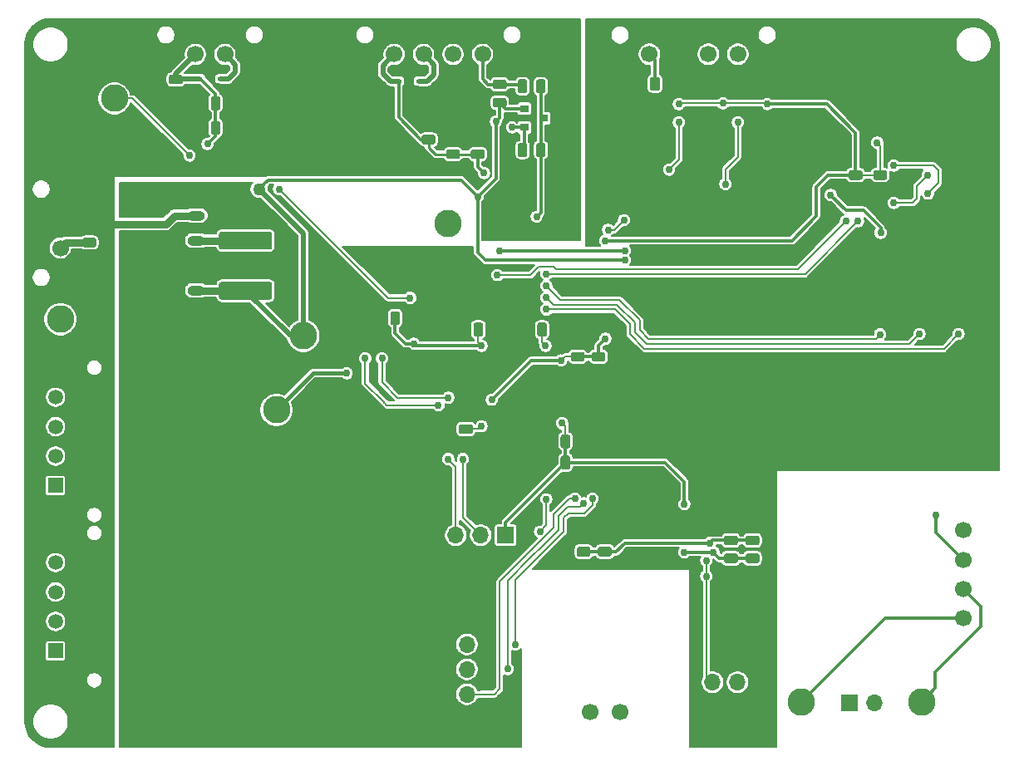
<source format=gbr>
G04 #@! TF.GenerationSoftware,KiCad,Pcbnew,5.1.5-52549c5~84~ubuntu18.04.1*
G04 #@! TF.CreationDate,2020-01-31T16:24:44-06:00*
G04 #@! TF.ProjectId,BPSMaster,4250534d-6173-4746-9572-2e6b69636164,rev?*
G04 #@! TF.SameCoordinates,Original*
G04 #@! TF.FileFunction,Copper,L2,Bot*
G04 #@! TF.FilePolarity,Positive*
%FSLAX46Y46*%
G04 Gerber Fmt 4.6, Leading zero omitted, Abs format (unit mm)*
G04 Created by KiCad (PCBNEW 5.1.5-52549c5~84~ubuntu18.04.1) date 2020-01-31 16:24:44*
%MOMM*%
%LPD*%
G04 APERTURE LIST*
%ADD10O,1.700000X1.700000*%
%ADD11R,1.700000X1.700000*%
%ADD12C,0.100000*%
%ADD13C,2.800000*%
%ADD14C,1.700000*%
%ADD15O,1.800000X1.000000*%
%ADD16R,0.600000X0.450000*%
%ADD17C,1.500000*%
%ADD18R,1.500000X1.500000*%
%ADD19C,1.450000*%
%ADD20O,1.900000X1.200000*%
%ADD21R,0.900000X0.800000*%
%ADD22C,0.762000*%
%ADD23C,1.270000*%
%ADD24C,0.304800*%
%ADD25C,0.203200*%
%ADD26C,0.381000*%
%ADD27C,0.762000*%
%ADD28C,0.508000*%
%ADD29C,0.254000*%
%ADD30C,1.270000*%
%ADD31C,0.127000*%
%ADD32C,0.152400*%
G04 APERTURE END LIST*
D10*
X170420000Y-143000000D03*
X172960000Y-143000000D03*
D11*
X175500000Y-143000000D03*
G04 #@! TA.AperFunction,SMDPad,CuDef*
D12*
G36*
X107430142Y-95826174D02*
G01*
X107453803Y-95829684D01*
X107477007Y-95835496D01*
X107499529Y-95843554D01*
X107521153Y-95853782D01*
X107541670Y-95866079D01*
X107560883Y-95880329D01*
X107578607Y-95896393D01*
X107594671Y-95914117D01*
X107608921Y-95933330D01*
X107621218Y-95953847D01*
X107631446Y-95975471D01*
X107639504Y-95997993D01*
X107645316Y-96021197D01*
X107648826Y-96044858D01*
X107650000Y-96068750D01*
X107650000Y-96556250D01*
X107648826Y-96580142D01*
X107645316Y-96603803D01*
X107639504Y-96627007D01*
X107631446Y-96649529D01*
X107621218Y-96671153D01*
X107608921Y-96691670D01*
X107594671Y-96710883D01*
X107578607Y-96728607D01*
X107560883Y-96744671D01*
X107541670Y-96758921D01*
X107521153Y-96771218D01*
X107499529Y-96781446D01*
X107477007Y-96789504D01*
X107453803Y-96795316D01*
X107430142Y-96798826D01*
X107406250Y-96800000D01*
X106493750Y-96800000D01*
X106469858Y-96798826D01*
X106446197Y-96795316D01*
X106422993Y-96789504D01*
X106400471Y-96781446D01*
X106378847Y-96771218D01*
X106358330Y-96758921D01*
X106339117Y-96744671D01*
X106321393Y-96728607D01*
X106305329Y-96710883D01*
X106291079Y-96691670D01*
X106278782Y-96671153D01*
X106268554Y-96649529D01*
X106260496Y-96627007D01*
X106254684Y-96603803D01*
X106251174Y-96580142D01*
X106250000Y-96556250D01*
X106250000Y-96068750D01*
X106251174Y-96044858D01*
X106254684Y-96021197D01*
X106260496Y-95997993D01*
X106268554Y-95975471D01*
X106278782Y-95953847D01*
X106291079Y-95933330D01*
X106305329Y-95914117D01*
X106321393Y-95896393D01*
X106339117Y-95880329D01*
X106358330Y-95866079D01*
X106378847Y-95853782D01*
X106400471Y-95843554D01*
X106422993Y-95835496D01*
X106446197Y-95829684D01*
X106469858Y-95826174D01*
X106493750Y-95825000D01*
X107406250Y-95825000D01*
X107430142Y-95826174D01*
G37*
G04 #@! TD.AperFunction*
G04 #@! TA.AperFunction,SMDPad,CuDef*
G36*
X107430142Y-97701174D02*
G01*
X107453803Y-97704684D01*
X107477007Y-97710496D01*
X107499529Y-97718554D01*
X107521153Y-97728782D01*
X107541670Y-97741079D01*
X107560883Y-97755329D01*
X107578607Y-97771393D01*
X107594671Y-97789117D01*
X107608921Y-97808330D01*
X107621218Y-97828847D01*
X107631446Y-97850471D01*
X107639504Y-97872993D01*
X107645316Y-97896197D01*
X107648826Y-97919858D01*
X107650000Y-97943750D01*
X107650000Y-98431250D01*
X107648826Y-98455142D01*
X107645316Y-98478803D01*
X107639504Y-98502007D01*
X107631446Y-98524529D01*
X107621218Y-98546153D01*
X107608921Y-98566670D01*
X107594671Y-98585883D01*
X107578607Y-98603607D01*
X107560883Y-98619671D01*
X107541670Y-98633921D01*
X107521153Y-98646218D01*
X107499529Y-98656446D01*
X107477007Y-98664504D01*
X107453803Y-98670316D01*
X107430142Y-98673826D01*
X107406250Y-98675000D01*
X106493750Y-98675000D01*
X106469858Y-98673826D01*
X106446197Y-98670316D01*
X106422993Y-98664504D01*
X106400471Y-98656446D01*
X106378847Y-98646218D01*
X106358330Y-98633921D01*
X106339117Y-98619671D01*
X106321393Y-98603607D01*
X106305329Y-98585883D01*
X106291079Y-98566670D01*
X106278782Y-98546153D01*
X106268554Y-98524529D01*
X106260496Y-98502007D01*
X106254684Y-98478803D01*
X106251174Y-98455142D01*
X106250000Y-98431250D01*
X106250000Y-97943750D01*
X106251174Y-97919858D01*
X106254684Y-97896197D01*
X106260496Y-97872993D01*
X106268554Y-97850471D01*
X106278782Y-97828847D01*
X106291079Y-97808330D01*
X106305329Y-97789117D01*
X106321393Y-97771393D01*
X106339117Y-97755329D01*
X106358330Y-97741079D01*
X106378847Y-97728782D01*
X106400471Y-97718554D01*
X106422993Y-97710496D01*
X106446197Y-97704684D01*
X106469858Y-97701174D01*
X106493750Y-97700000D01*
X107406250Y-97700000D01*
X107430142Y-97701174D01*
G37*
G04 #@! TD.AperFunction*
D13*
X104000000Y-106000000D03*
D14*
X104000000Y-95750000D03*
X104000000Y-98750000D03*
D13*
X104000000Y-88500000D03*
D15*
X117850000Y-95440000D03*
X117850000Y-97980000D03*
X117850000Y-100520000D03*
X117850000Y-103060000D03*
D13*
X128750000Y-107700000D03*
X126000000Y-115250000D03*
X114750000Y-115250000D03*
G04 #@! TA.AperFunction,SMDPad,CuDef*
D12*
G36*
X125324504Y-102201204D02*
G01*
X125348773Y-102204804D01*
X125372571Y-102210765D01*
X125395671Y-102219030D01*
X125417849Y-102229520D01*
X125438893Y-102242133D01*
X125458598Y-102256747D01*
X125476777Y-102273223D01*
X125493253Y-102291402D01*
X125507867Y-102311107D01*
X125520480Y-102332151D01*
X125530970Y-102354329D01*
X125539235Y-102377429D01*
X125545196Y-102401227D01*
X125548796Y-102425496D01*
X125550000Y-102450000D01*
X125550000Y-103750000D01*
X125548796Y-103774504D01*
X125545196Y-103798773D01*
X125539235Y-103822571D01*
X125530970Y-103845671D01*
X125520480Y-103867849D01*
X125507867Y-103888893D01*
X125493253Y-103908598D01*
X125476777Y-103926777D01*
X125458598Y-103943253D01*
X125438893Y-103957867D01*
X125417849Y-103970480D01*
X125395671Y-103980970D01*
X125372571Y-103989235D01*
X125348773Y-103995196D01*
X125324504Y-103998796D01*
X125300000Y-104000000D01*
X120400000Y-104000000D01*
X120375496Y-103998796D01*
X120351227Y-103995196D01*
X120327429Y-103989235D01*
X120304329Y-103980970D01*
X120282151Y-103970480D01*
X120261107Y-103957867D01*
X120241402Y-103943253D01*
X120223223Y-103926777D01*
X120206747Y-103908598D01*
X120192133Y-103888893D01*
X120179520Y-103867849D01*
X120169030Y-103845671D01*
X120160765Y-103822571D01*
X120154804Y-103798773D01*
X120151204Y-103774504D01*
X120150000Y-103750000D01*
X120150000Y-102450000D01*
X120151204Y-102425496D01*
X120154804Y-102401227D01*
X120160765Y-102377429D01*
X120169030Y-102354329D01*
X120179520Y-102332151D01*
X120192133Y-102311107D01*
X120206747Y-102291402D01*
X120223223Y-102273223D01*
X120241402Y-102256747D01*
X120261107Y-102242133D01*
X120282151Y-102229520D01*
X120304329Y-102219030D01*
X120327429Y-102210765D01*
X120351227Y-102204804D01*
X120375496Y-102201204D01*
X120400000Y-102200000D01*
X125300000Y-102200000D01*
X125324504Y-102201204D01*
G37*
G04 #@! TD.AperFunction*
G04 #@! TA.AperFunction,SMDPad,CuDef*
G36*
X125324504Y-97101204D02*
G01*
X125348773Y-97104804D01*
X125372571Y-97110765D01*
X125395671Y-97119030D01*
X125417849Y-97129520D01*
X125438893Y-97142133D01*
X125458598Y-97156747D01*
X125476777Y-97173223D01*
X125493253Y-97191402D01*
X125507867Y-97211107D01*
X125520480Y-97232151D01*
X125530970Y-97254329D01*
X125539235Y-97277429D01*
X125545196Y-97301227D01*
X125548796Y-97325496D01*
X125550000Y-97350000D01*
X125550000Y-98650000D01*
X125548796Y-98674504D01*
X125545196Y-98698773D01*
X125539235Y-98722571D01*
X125530970Y-98745671D01*
X125520480Y-98767849D01*
X125507867Y-98788893D01*
X125493253Y-98808598D01*
X125476777Y-98826777D01*
X125458598Y-98843253D01*
X125438893Y-98857867D01*
X125417849Y-98870480D01*
X125395671Y-98880970D01*
X125372571Y-98889235D01*
X125348773Y-98895196D01*
X125324504Y-98898796D01*
X125300000Y-98900000D01*
X120400000Y-98900000D01*
X120375496Y-98898796D01*
X120351227Y-98895196D01*
X120327429Y-98889235D01*
X120304329Y-98880970D01*
X120282151Y-98870480D01*
X120261107Y-98857867D01*
X120241402Y-98843253D01*
X120223223Y-98826777D01*
X120206747Y-98808598D01*
X120192133Y-98788893D01*
X120179520Y-98767849D01*
X120169030Y-98745671D01*
X120160765Y-98722571D01*
X120154804Y-98698773D01*
X120151204Y-98674504D01*
X120150000Y-98650000D01*
X120150000Y-97350000D01*
X120151204Y-97325496D01*
X120154804Y-97301227D01*
X120160765Y-97277429D01*
X120169030Y-97254329D01*
X120179520Y-97232151D01*
X120192133Y-97211107D01*
X120206747Y-97191402D01*
X120223223Y-97173223D01*
X120241402Y-97156747D01*
X120261107Y-97142133D01*
X120282151Y-97129520D01*
X120304329Y-97119030D01*
X120327429Y-97110765D01*
X120351227Y-97104804D01*
X120375496Y-97101204D01*
X120400000Y-97100000D01*
X125300000Y-97100000D01*
X125324504Y-97101204D01*
G37*
G04 #@! TD.AperFunction*
G04 #@! TA.AperFunction,SMDPad,CuDef*
G36*
X153330142Y-106351174D02*
G01*
X153353803Y-106354684D01*
X153377007Y-106360496D01*
X153399529Y-106368554D01*
X153421153Y-106378782D01*
X153441670Y-106391079D01*
X153460883Y-106405329D01*
X153478607Y-106421393D01*
X153494671Y-106439117D01*
X153508921Y-106458330D01*
X153521218Y-106478847D01*
X153531446Y-106500471D01*
X153539504Y-106522993D01*
X153545316Y-106546197D01*
X153548826Y-106569858D01*
X153550000Y-106593750D01*
X153550000Y-107506250D01*
X153548826Y-107530142D01*
X153545316Y-107553803D01*
X153539504Y-107577007D01*
X153531446Y-107599529D01*
X153521218Y-107621153D01*
X153508921Y-107641670D01*
X153494671Y-107660883D01*
X153478607Y-107678607D01*
X153460883Y-107694671D01*
X153441670Y-107708921D01*
X153421153Y-107721218D01*
X153399529Y-107731446D01*
X153377007Y-107739504D01*
X153353803Y-107745316D01*
X153330142Y-107748826D01*
X153306250Y-107750000D01*
X152818750Y-107750000D01*
X152794858Y-107748826D01*
X152771197Y-107745316D01*
X152747993Y-107739504D01*
X152725471Y-107731446D01*
X152703847Y-107721218D01*
X152683330Y-107708921D01*
X152664117Y-107694671D01*
X152646393Y-107678607D01*
X152630329Y-107660883D01*
X152616079Y-107641670D01*
X152603782Y-107621153D01*
X152593554Y-107599529D01*
X152585496Y-107577007D01*
X152579684Y-107553803D01*
X152576174Y-107530142D01*
X152575000Y-107506250D01*
X152575000Y-106593750D01*
X152576174Y-106569858D01*
X152579684Y-106546197D01*
X152585496Y-106522993D01*
X152593554Y-106500471D01*
X152603782Y-106478847D01*
X152616079Y-106458330D01*
X152630329Y-106439117D01*
X152646393Y-106421393D01*
X152664117Y-106405329D01*
X152683330Y-106391079D01*
X152703847Y-106378782D01*
X152725471Y-106368554D01*
X152747993Y-106360496D01*
X152771197Y-106354684D01*
X152794858Y-106351174D01*
X152818750Y-106350000D01*
X153306250Y-106350000D01*
X153330142Y-106351174D01*
G37*
G04 #@! TD.AperFunction*
G04 #@! TA.AperFunction,SMDPad,CuDef*
G36*
X155205142Y-106351174D02*
G01*
X155228803Y-106354684D01*
X155252007Y-106360496D01*
X155274529Y-106368554D01*
X155296153Y-106378782D01*
X155316670Y-106391079D01*
X155335883Y-106405329D01*
X155353607Y-106421393D01*
X155369671Y-106439117D01*
X155383921Y-106458330D01*
X155396218Y-106478847D01*
X155406446Y-106500471D01*
X155414504Y-106522993D01*
X155420316Y-106546197D01*
X155423826Y-106569858D01*
X155425000Y-106593750D01*
X155425000Y-107506250D01*
X155423826Y-107530142D01*
X155420316Y-107553803D01*
X155414504Y-107577007D01*
X155406446Y-107599529D01*
X155396218Y-107621153D01*
X155383921Y-107641670D01*
X155369671Y-107660883D01*
X155353607Y-107678607D01*
X155335883Y-107694671D01*
X155316670Y-107708921D01*
X155296153Y-107721218D01*
X155274529Y-107731446D01*
X155252007Y-107739504D01*
X155228803Y-107745316D01*
X155205142Y-107748826D01*
X155181250Y-107750000D01*
X154693750Y-107750000D01*
X154669858Y-107748826D01*
X154646197Y-107745316D01*
X154622993Y-107739504D01*
X154600471Y-107731446D01*
X154578847Y-107721218D01*
X154558330Y-107708921D01*
X154539117Y-107694671D01*
X154521393Y-107678607D01*
X154505329Y-107660883D01*
X154491079Y-107641670D01*
X154478782Y-107621153D01*
X154468554Y-107599529D01*
X154460496Y-107577007D01*
X154454684Y-107553803D01*
X154451174Y-107530142D01*
X154450000Y-107506250D01*
X154450000Y-106593750D01*
X154451174Y-106569858D01*
X154454684Y-106546197D01*
X154460496Y-106522993D01*
X154468554Y-106500471D01*
X154478782Y-106478847D01*
X154491079Y-106458330D01*
X154505329Y-106439117D01*
X154521393Y-106421393D01*
X154539117Y-106405329D01*
X154558330Y-106391079D01*
X154578847Y-106378782D01*
X154600471Y-106368554D01*
X154622993Y-106360496D01*
X154646197Y-106354684D01*
X154669858Y-106351174D01*
X154693750Y-106350000D01*
X155181250Y-106350000D01*
X155205142Y-106351174D01*
G37*
G04 #@! TD.AperFunction*
G04 #@! TA.AperFunction,SMDPad,CuDef*
G36*
X148705142Y-106351174D02*
G01*
X148728803Y-106354684D01*
X148752007Y-106360496D01*
X148774529Y-106368554D01*
X148796153Y-106378782D01*
X148816670Y-106391079D01*
X148835883Y-106405329D01*
X148853607Y-106421393D01*
X148869671Y-106439117D01*
X148883921Y-106458330D01*
X148896218Y-106478847D01*
X148906446Y-106500471D01*
X148914504Y-106522993D01*
X148920316Y-106546197D01*
X148923826Y-106569858D01*
X148925000Y-106593750D01*
X148925000Y-107506250D01*
X148923826Y-107530142D01*
X148920316Y-107553803D01*
X148914504Y-107577007D01*
X148906446Y-107599529D01*
X148896218Y-107621153D01*
X148883921Y-107641670D01*
X148869671Y-107660883D01*
X148853607Y-107678607D01*
X148835883Y-107694671D01*
X148816670Y-107708921D01*
X148796153Y-107721218D01*
X148774529Y-107731446D01*
X148752007Y-107739504D01*
X148728803Y-107745316D01*
X148705142Y-107748826D01*
X148681250Y-107750000D01*
X148193750Y-107750000D01*
X148169858Y-107748826D01*
X148146197Y-107745316D01*
X148122993Y-107739504D01*
X148100471Y-107731446D01*
X148078847Y-107721218D01*
X148058330Y-107708921D01*
X148039117Y-107694671D01*
X148021393Y-107678607D01*
X148005329Y-107660883D01*
X147991079Y-107641670D01*
X147978782Y-107621153D01*
X147968554Y-107599529D01*
X147960496Y-107577007D01*
X147954684Y-107553803D01*
X147951174Y-107530142D01*
X147950000Y-107506250D01*
X147950000Y-106593750D01*
X147951174Y-106569858D01*
X147954684Y-106546197D01*
X147960496Y-106522993D01*
X147968554Y-106500471D01*
X147978782Y-106478847D01*
X147991079Y-106458330D01*
X148005329Y-106439117D01*
X148021393Y-106421393D01*
X148039117Y-106405329D01*
X148058330Y-106391079D01*
X148078847Y-106378782D01*
X148100471Y-106368554D01*
X148122993Y-106360496D01*
X148146197Y-106354684D01*
X148169858Y-106351174D01*
X148193750Y-106350000D01*
X148681250Y-106350000D01*
X148705142Y-106351174D01*
G37*
G04 #@! TD.AperFunction*
G04 #@! TA.AperFunction,SMDPad,CuDef*
G36*
X146830142Y-106351174D02*
G01*
X146853803Y-106354684D01*
X146877007Y-106360496D01*
X146899529Y-106368554D01*
X146921153Y-106378782D01*
X146941670Y-106391079D01*
X146960883Y-106405329D01*
X146978607Y-106421393D01*
X146994671Y-106439117D01*
X147008921Y-106458330D01*
X147021218Y-106478847D01*
X147031446Y-106500471D01*
X147039504Y-106522993D01*
X147045316Y-106546197D01*
X147048826Y-106569858D01*
X147050000Y-106593750D01*
X147050000Y-107506250D01*
X147048826Y-107530142D01*
X147045316Y-107553803D01*
X147039504Y-107577007D01*
X147031446Y-107599529D01*
X147021218Y-107621153D01*
X147008921Y-107641670D01*
X146994671Y-107660883D01*
X146978607Y-107678607D01*
X146960883Y-107694671D01*
X146941670Y-107708921D01*
X146921153Y-107721218D01*
X146899529Y-107731446D01*
X146877007Y-107739504D01*
X146853803Y-107745316D01*
X146830142Y-107748826D01*
X146806250Y-107750000D01*
X146318750Y-107750000D01*
X146294858Y-107748826D01*
X146271197Y-107745316D01*
X146247993Y-107739504D01*
X146225471Y-107731446D01*
X146203847Y-107721218D01*
X146183330Y-107708921D01*
X146164117Y-107694671D01*
X146146393Y-107678607D01*
X146130329Y-107660883D01*
X146116079Y-107641670D01*
X146103782Y-107621153D01*
X146093554Y-107599529D01*
X146085496Y-107577007D01*
X146079684Y-107553803D01*
X146076174Y-107530142D01*
X146075000Y-107506250D01*
X146075000Y-106593750D01*
X146076174Y-106569858D01*
X146079684Y-106546197D01*
X146085496Y-106522993D01*
X146093554Y-106500471D01*
X146103782Y-106478847D01*
X146116079Y-106458330D01*
X146130329Y-106439117D01*
X146146393Y-106421393D01*
X146164117Y-106405329D01*
X146183330Y-106391079D01*
X146203847Y-106378782D01*
X146225471Y-106368554D01*
X146247993Y-106360496D01*
X146271197Y-106354684D01*
X146294858Y-106351174D01*
X146318750Y-106350000D01*
X146806250Y-106350000D01*
X146830142Y-106351174D01*
G37*
G04 #@! TD.AperFunction*
G04 #@! TA.AperFunction,SMDPad,CuDef*
G36*
X145780142Y-116701174D02*
G01*
X145803803Y-116704684D01*
X145827007Y-116710496D01*
X145849529Y-116718554D01*
X145871153Y-116728782D01*
X145891670Y-116741079D01*
X145910883Y-116755329D01*
X145928607Y-116771393D01*
X145944671Y-116789117D01*
X145958921Y-116808330D01*
X145971218Y-116828847D01*
X145981446Y-116850471D01*
X145989504Y-116872993D01*
X145995316Y-116896197D01*
X145998826Y-116919858D01*
X146000000Y-116943750D01*
X146000000Y-117431250D01*
X145998826Y-117455142D01*
X145995316Y-117478803D01*
X145989504Y-117502007D01*
X145981446Y-117524529D01*
X145971218Y-117546153D01*
X145958921Y-117566670D01*
X145944671Y-117585883D01*
X145928607Y-117603607D01*
X145910883Y-117619671D01*
X145891670Y-117633921D01*
X145871153Y-117646218D01*
X145849529Y-117656446D01*
X145827007Y-117664504D01*
X145803803Y-117670316D01*
X145780142Y-117673826D01*
X145756250Y-117675000D01*
X144843750Y-117675000D01*
X144819858Y-117673826D01*
X144796197Y-117670316D01*
X144772993Y-117664504D01*
X144750471Y-117656446D01*
X144728847Y-117646218D01*
X144708330Y-117633921D01*
X144689117Y-117619671D01*
X144671393Y-117603607D01*
X144655329Y-117585883D01*
X144641079Y-117566670D01*
X144628782Y-117546153D01*
X144618554Y-117524529D01*
X144610496Y-117502007D01*
X144604684Y-117478803D01*
X144601174Y-117455142D01*
X144600000Y-117431250D01*
X144600000Y-116943750D01*
X144601174Y-116919858D01*
X144604684Y-116896197D01*
X144610496Y-116872993D01*
X144618554Y-116850471D01*
X144628782Y-116828847D01*
X144641079Y-116808330D01*
X144655329Y-116789117D01*
X144671393Y-116771393D01*
X144689117Y-116755329D01*
X144708330Y-116741079D01*
X144728847Y-116728782D01*
X144750471Y-116718554D01*
X144772993Y-116710496D01*
X144796197Y-116704684D01*
X144819858Y-116701174D01*
X144843750Y-116700000D01*
X145756250Y-116700000D01*
X145780142Y-116701174D01*
G37*
G04 #@! TD.AperFunction*
G04 #@! TA.AperFunction,SMDPad,CuDef*
G36*
X145780142Y-114826174D02*
G01*
X145803803Y-114829684D01*
X145827007Y-114835496D01*
X145849529Y-114843554D01*
X145871153Y-114853782D01*
X145891670Y-114866079D01*
X145910883Y-114880329D01*
X145928607Y-114896393D01*
X145944671Y-114914117D01*
X145958921Y-114933330D01*
X145971218Y-114953847D01*
X145981446Y-114975471D01*
X145989504Y-114997993D01*
X145995316Y-115021197D01*
X145998826Y-115044858D01*
X146000000Y-115068750D01*
X146000000Y-115556250D01*
X145998826Y-115580142D01*
X145995316Y-115603803D01*
X145989504Y-115627007D01*
X145981446Y-115649529D01*
X145971218Y-115671153D01*
X145958921Y-115691670D01*
X145944671Y-115710883D01*
X145928607Y-115728607D01*
X145910883Y-115744671D01*
X145891670Y-115758921D01*
X145871153Y-115771218D01*
X145849529Y-115781446D01*
X145827007Y-115789504D01*
X145803803Y-115795316D01*
X145780142Y-115798826D01*
X145756250Y-115800000D01*
X144843750Y-115800000D01*
X144819858Y-115798826D01*
X144796197Y-115795316D01*
X144772993Y-115789504D01*
X144750471Y-115781446D01*
X144728847Y-115771218D01*
X144708330Y-115758921D01*
X144689117Y-115744671D01*
X144671393Y-115728607D01*
X144655329Y-115710883D01*
X144641079Y-115691670D01*
X144628782Y-115671153D01*
X144618554Y-115649529D01*
X144610496Y-115627007D01*
X144604684Y-115603803D01*
X144601174Y-115580142D01*
X144600000Y-115556250D01*
X144600000Y-115068750D01*
X144601174Y-115044858D01*
X144604684Y-115021197D01*
X144610496Y-114997993D01*
X144618554Y-114975471D01*
X144628782Y-114953847D01*
X144641079Y-114933330D01*
X144655329Y-114914117D01*
X144671393Y-114896393D01*
X144689117Y-114880329D01*
X144708330Y-114866079D01*
X144728847Y-114853782D01*
X144750471Y-114843554D01*
X144772993Y-114835496D01*
X144796197Y-114829684D01*
X144819858Y-114826174D01*
X144843750Y-114825000D01*
X145756250Y-114825000D01*
X145780142Y-114826174D01*
G37*
G04 #@! TD.AperFunction*
G04 #@! TA.AperFunction,SMDPad,CuDef*
G36*
X153830142Y-117751174D02*
G01*
X153853803Y-117754684D01*
X153877007Y-117760496D01*
X153899529Y-117768554D01*
X153921153Y-117778782D01*
X153941670Y-117791079D01*
X153960883Y-117805329D01*
X153978607Y-117821393D01*
X153994671Y-117839117D01*
X154008921Y-117858330D01*
X154021218Y-117878847D01*
X154031446Y-117900471D01*
X154039504Y-117922993D01*
X154045316Y-117946197D01*
X154048826Y-117969858D01*
X154050000Y-117993750D01*
X154050000Y-118906250D01*
X154048826Y-118930142D01*
X154045316Y-118953803D01*
X154039504Y-118977007D01*
X154031446Y-118999529D01*
X154021218Y-119021153D01*
X154008921Y-119041670D01*
X153994671Y-119060883D01*
X153978607Y-119078607D01*
X153960883Y-119094671D01*
X153941670Y-119108921D01*
X153921153Y-119121218D01*
X153899529Y-119131446D01*
X153877007Y-119139504D01*
X153853803Y-119145316D01*
X153830142Y-119148826D01*
X153806250Y-119150000D01*
X153318750Y-119150000D01*
X153294858Y-119148826D01*
X153271197Y-119145316D01*
X153247993Y-119139504D01*
X153225471Y-119131446D01*
X153203847Y-119121218D01*
X153183330Y-119108921D01*
X153164117Y-119094671D01*
X153146393Y-119078607D01*
X153130329Y-119060883D01*
X153116079Y-119041670D01*
X153103782Y-119021153D01*
X153093554Y-118999529D01*
X153085496Y-118977007D01*
X153079684Y-118953803D01*
X153076174Y-118930142D01*
X153075000Y-118906250D01*
X153075000Y-117993750D01*
X153076174Y-117969858D01*
X153079684Y-117946197D01*
X153085496Y-117922993D01*
X153093554Y-117900471D01*
X153103782Y-117878847D01*
X153116079Y-117858330D01*
X153130329Y-117839117D01*
X153146393Y-117821393D01*
X153164117Y-117805329D01*
X153183330Y-117791079D01*
X153203847Y-117778782D01*
X153225471Y-117768554D01*
X153247993Y-117760496D01*
X153271197Y-117754684D01*
X153294858Y-117751174D01*
X153318750Y-117750000D01*
X153806250Y-117750000D01*
X153830142Y-117751174D01*
G37*
G04 #@! TD.AperFunction*
G04 #@! TA.AperFunction,SMDPad,CuDef*
G36*
X155705142Y-117751174D02*
G01*
X155728803Y-117754684D01*
X155752007Y-117760496D01*
X155774529Y-117768554D01*
X155796153Y-117778782D01*
X155816670Y-117791079D01*
X155835883Y-117805329D01*
X155853607Y-117821393D01*
X155869671Y-117839117D01*
X155883921Y-117858330D01*
X155896218Y-117878847D01*
X155906446Y-117900471D01*
X155914504Y-117922993D01*
X155920316Y-117946197D01*
X155923826Y-117969858D01*
X155925000Y-117993750D01*
X155925000Y-118906250D01*
X155923826Y-118930142D01*
X155920316Y-118953803D01*
X155914504Y-118977007D01*
X155906446Y-118999529D01*
X155896218Y-119021153D01*
X155883921Y-119041670D01*
X155869671Y-119060883D01*
X155853607Y-119078607D01*
X155835883Y-119094671D01*
X155816670Y-119108921D01*
X155796153Y-119121218D01*
X155774529Y-119131446D01*
X155752007Y-119139504D01*
X155728803Y-119145316D01*
X155705142Y-119148826D01*
X155681250Y-119150000D01*
X155193750Y-119150000D01*
X155169858Y-119148826D01*
X155146197Y-119145316D01*
X155122993Y-119139504D01*
X155100471Y-119131446D01*
X155078847Y-119121218D01*
X155058330Y-119108921D01*
X155039117Y-119094671D01*
X155021393Y-119078607D01*
X155005329Y-119060883D01*
X154991079Y-119041670D01*
X154978782Y-119021153D01*
X154968554Y-118999529D01*
X154960496Y-118977007D01*
X154954684Y-118953803D01*
X154951174Y-118930142D01*
X154950000Y-118906250D01*
X154950000Y-117993750D01*
X154951174Y-117969858D01*
X154954684Y-117946197D01*
X154960496Y-117922993D01*
X154968554Y-117900471D01*
X154978782Y-117878847D01*
X154991079Y-117858330D01*
X155005329Y-117839117D01*
X155021393Y-117821393D01*
X155039117Y-117805329D01*
X155058330Y-117791079D01*
X155078847Y-117778782D01*
X155100471Y-117768554D01*
X155122993Y-117760496D01*
X155146197Y-117754684D01*
X155169858Y-117751174D01*
X155193750Y-117750000D01*
X155681250Y-117750000D01*
X155705142Y-117751174D01*
G37*
G04 #@! TD.AperFunction*
G04 #@! TA.AperFunction,SMDPad,CuDef*
G36*
X155705142Y-119901174D02*
G01*
X155728803Y-119904684D01*
X155752007Y-119910496D01*
X155774529Y-119918554D01*
X155796153Y-119928782D01*
X155816670Y-119941079D01*
X155835883Y-119955329D01*
X155853607Y-119971393D01*
X155869671Y-119989117D01*
X155883921Y-120008330D01*
X155896218Y-120028847D01*
X155906446Y-120050471D01*
X155914504Y-120072993D01*
X155920316Y-120096197D01*
X155923826Y-120119858D01*
X155925000Y-120143750D01*
X155925000Y-121056250D01*
X155923826Y-121080142D01*
X155920316Y-121103803D01*
X155914504Y-121127007D01*
X155906446Y-121149529D01*
X155896218Y-121171153D01*
X155883921Y-121191670D01*
X155869671Y-121210883D01*
X155853607Y-121228607D01*
X155835883Y-121244671D01*
X155816670Y-121258921D01*
X155796153Y-121271218D01*
X155774529Y-121281446D01*
X155752007Y-121289504D01*
X155728803Y-121295316D01*
X155705142Y-121298826D01*
X155681250Y-121300000D01*
X155193750Y-121300000D01*
X155169858Y-121298826D01*
X155146197Y-121295316D01*
X155122993Y-121289504D01*
X155100471Y-121281446D01*
X155078847Y-121271218D01*
X155058330Y-121258921D01*
X155039117Y-121244671D01*
X155021393Y-121228607D01*
X155005329Y-121210883D01*
X154991079Y-121191670D01*
X154978782Y-121171153D01*
X154968554Y-121149529D01*
X154960496Y-121127007D01*
X154954684Y-121103803D01*
X154951174Y-121080142D01*
X154950000Y-121056250D01*
X154950000Y-120143750D01*
X154951174Y-120119858D01*
X154954684Y-120096197D01*
X154960496Y-120072993D01*
X154968554Y-120050471D01*
X154978782Y-120028847D01*
X154991079Y-120008330D01*
X155005329Y-119989117D01*
X155021393Y-119971393D01*
X155039117Y-119955329D01*
X155058330Y-119941079D01*
X155078847Y-119928782D01*
X155100471Y-119918554D01*
X155122993Y-119910496D01*
X155146197Y-119904684D01*
X155169858Y-119901174D01*
X155193750Y-119900000D01*
X155681250Y-119900000D01*
X155705142Y-119901174D01*
G37*
G04 #@! TD.AperFunction*
G04 #@! TA.AperFunction,SMDPad,CuDef*
G36*
X153830142Y-119901174D02*
G01*
X153853803Y-119904684D01*
X153877007Y-119910496D01*
X153899529Y-119918554D01*
X153921153Y-119928782D01*
X153941670Y-119941079D01*
X153960883Y-119955329D01*
X153978607Y-119971393D01*
X153994671Y-119989117D01*
X154008921Y-120008330D01*
X154021218Y-120028847D01*
X154031446Y-120050471D01*
X154039504Y-120072993D01*
X154045316Y-120096197D01*
X154048826Y-120119858D01*
X154050000Y-120143750D01*
X154050000Y-121056250D01*
X154048826Y-121080142D01*
X154045316Y-121103803D01*
X154039504Y-121127007D01*
X154031446Y-121149529D01*
X154021218Y-121171153D01*
X154008921Y-121191670D01*
X153994671Y-121210883D01*
X153978607Y-121228607D01*
X153960883Y-121244671D01*
X153941670Y-121258921D01*
X153921153Y-121271218D01*
X153899529Y-121281446D01*
X153877007Y-121289504D01*
X153853803Y-121295316D01*
X153830142Y-121298826D01*
X153806250Y-121300000D01*
X153318750Y-121300000D01*
X153294858Y-121298826D01*
X153271197Y-121295316D01*
X153247993Y-121289504D01*
X153225471Y-121281446D01*
X153203847Y-121271218D01*
X153183330Y-121258921D01*
X153164117Y-121244671D01*
X153146393Y-121228607D01*
X153130329Y-121210883D01*
X153116079Y-121191670D01*
X153103782Y-121171153D01*
X153093554Y-121149529D01*
X153085496Y-121127007D01*
X153079684Y-121103803D01*
X153076174Y-121080142D01*
X153075000Y-121056250D01*
X153075000Y-120143750D01*
X153076174Y-120119858D01*
X153079684Y-120096197D01*
X153085496Y-120072993D01*
X153093554Y-120050471D01*
X153103782Y-120028847D01*
X153116079Y-120008330D01*
X153130329Y-119989117D01*
X153146393Y-119971393D01*
X153164117Y-119955329D01*
X153183330Y-119941079D01*
X153203847Y-119928782D01*
X153225471Y-119918554D01*
X153247993Y-119910496D01*
X153271197Y-119904684D01*
X153294858Y-119901174D01*
X153318750Y-119900000D01*
X153806250Y-119900000D01*
X153830142Y-119901174D01*
G37*
G04 #@! TD.AperFunction*
G04 #@! TA.AperFunction,SMDPad,CuDef*
G36*
X159280142Y-111201174D02*
G01*
X159303803Y-111204684D01*
X159327007Y-111210496D01*
X159349529Y-111218554D01*
X159371153Y-111228782D01*
X159391670Y-111241079D01*
X159410883Y-111255329D01*
X159428607Y-111271393D01*
X159444671Y-111289117D01*
X159458921Y-111308330D01*
X159471218Y-111328847D01*
X159481446Y-111350471D01*
X159489504Y-111372993D01*
X159495316Y-111396197D01*
X159498826Y-111419858D01*
X159500000Y-111443750D01*
X159500000Y-111931250D01*
X159498826Y-111955142D01*
X159495316Y-111978803D01*
X159489504Y-112002007D01*
X159481446Y-112024529D01*
X159471218Y-112046153D01*
X159458921Y-112066670D01*
X159444671Y-112085883D01*
X159428607Y-112103607D01*
X159410883Y-112119671D01*
X159391670Y-112133921D01*
X159371153Y-112146218D01*
X159349529Y-112156446D01*
X159327007Y-112164504D01*
X159303803Y-112170316D01*
X159280142Y-112173826D01*
X159256250Y-112175000D01*
X158343750Y-112175000D01*
X158319858Y-112173826D01*
X158296197Y-112170316D01*
X158272993Y-112164504D01*
X158250471Y-112156446D01*
X158228847Y-112146218D01*
X158208330Y-112133921D01*
X158189117Y-112119671D01*
X158171393Y-112103607D01*
X158155329Y-112085883D01*
X158141079Y-112066670D01*
X158128782Y-112046153D01*
X158118554Y-112024529D01*
X158110496Y-112002007D01*
X158104684Y-111978803D01*
X158101174Y-111955142D01*
X158100000Y-111931250D01*
X158100000Y-111443750D01*
X158101174Y-111419858D01*
X158104684Y-111396197D01*
X158110496Y-111372993D01*
X158118554Y-111350471D01*
X158128782Y-111328847D01*
X158141079Y-111308330D01*
X158155329Y-111289117D01*
X158171393Y-111271393D01*
X158189117Y-111255329D01*
X158208330Y-111241079D01*
X158228847Y-111228782D01*
X158250471Y-111218554D01*
X158272993Y-111210496D01*
X158296197Y-111204684D01*
X158319858Y-111201174D01*
X158343750Y-111200000D01*
X159256250Y-111200000D01*
X159280142Y-111201174D01*
G37*
G04 #@! TD.AperFunction*
G04 #@! TA.AperFunction,SMDPad,CuDef*
G36*
X159280142Y-109326174D02*
G01*
X159303803Y-109329684D01*
X159327007Y-109335496D01*
X159349529Y-109343554D01*
X159371153Y-109353782D01*
X159391670Y-109366079D01*
X159410883Y-109380329D01*
X159428607Y-109396393D01*
X159444671Y-109414117D01*
X159458921Y-109433330D01*
X159471218Y-109453847D01*
X159481446Y-109475471D01*
X159489504Y-109497993D01*
X159495316Y-109521197D01*
X159498826Y-109544858D01*
X159500000Y-109568750D01*
X159500000Y-110056250D01*
X159498826Y-110080142D01*
X159495316Y-110103803D01*
X159489504Y-110127007D01*
X159481446Y-110149529D01*
X159471218Y-110171153D01*
X159458921Y-110191670D01*
X159444671Y-110210883D01*
X159428607Y-110228607D01*
X159410883Y-110244671D01*
X159391670Y-110258921D01*
X159371153Y-110271218D01*
X159349529Y-110281446D01*
X159327007Y-110289504D01*
X159303803Y-110295316D01*
X159280142Y-110298826D01*
X159256250Y-110300000D01*
X158343750Y-110300000D01*
X158319858Y-110298826D01*
X158296197Y-110295316D01*
X158272993Y-110289504D01*
X158250471Y-110281446D01*
X158228847Y-110271218D01*
X158208330Y-110258921D01*
X158189117Y-110244671D01*
X158171393Y-110228607D01*
X158155329Y-110210883D01*
X158141079Y-110191670D01*
X158128782Y-110171153D01*
X158118554Y-110149529D01*
X158110496Y-110127007D01*
X158104684Y-110103803D01*
X158101174Y-110080142D01*
X158100000Y-110056250D01*
X158100000Y-109568750D01*
X158101174Y-109544858D01*
X158104684Y-109521197D01*
X158110496Y-109497993D01*
X158118554Y-109475471D01*
X158128782Y-109453847D01*
X158141079Y-109433330D01*
X158155329Y-109414117D01*
X158171393Y-109396393D01*
X158189117Y-109380329D01*
X158208330Y-109366079D01*
X158228847Y-109353782D01*
X158250471Y-109343554D01*
X158272993Y-109335496D01*
X158296197Y-109329684D01*
X158319858Y-109326174D01*
X158343750Y-109325000D01*
X159256250Y-109325000D01*
X159280142Y-109326174D01*
G37*
G04 #@! TD.AperFunction*
G04 #@! TA.AperFunction,SMDPad,CuDef*
G36*
X157180142Y-109326174D02*
G01*
X157203803Y-109329684D01*
X157227007Y-109335496D01*
X157249529Y-109343554D01*
X157271153Y-109353782D01*
X157291670Y-109366079D01*
X157310883Y-109380329D01*
X157328607Y-109396393D01*
X157344671Y-109414117D01*
X157358921Y-109433330D01*
X157371218Y-109453847D01*
X157381446Y-109475471D01*
X157389504Y-109497993D01*
X157395316Y-109521197D01*
X157398826Y-109544858D01*
X157400000Y-109568750D01*
X157400000Y-110056250D01*
X157398826Y-110080142D01*
X157395316Y-110103803D01*
X157389504Y-110127007D01*
X157381446Y-110149529D01*
X157371218Y-110171153D01*
X157358921Y-110191670D01*
X157344671Y-110210883D01*
X157328607Y-110228607D01*
X157310883Y-110244671D01*
X157291670Y-110258921D01*
X157271153Y-110271218D01*
X157249529Y-110281446D01*
X157227007Y-110289504D01*
X157203803Y-110295316D01*
X157180142Y-110298826D01*
X157156250Y-110300000D01*
X156243750Y-110300000D01*
X156219858Y-110298826D01*
X156196197Y-110295316D01*
X156172993Y-110289504D01*
X156150471Y-110281446D01*
X156128847Y-110271218D01*
X156108330Y-110258921D01*
X156089117Y-110244671D01*
X156071393Y-110228607D01*
X156055329Y-110210883D01*
X156041079Y-110191670D01*
X156028782Y-110171153D01*
X156018554Y-110149529D01*
X156010496Y-110127007D01*
X156004684Y-110103803D01*
X156001174Y-110080142D01*
X156000000Y-110056250D01*
X156000000Y-109568750D01*
X156001174Y-109544858D01*
X156004684Y-109521197D01*
X156010496Y-109497993D01*
X156018554Y-109475471D01*
X156028782Y-109453847D01*
X156041079Y-109433330D01*
X156055329Y-109414117D01*
X156071393Y-109396393D01*
X156089117Y-109380329D01*
X156108330Y-109366079D01*
X156128847Y-109353782D01*
X156150471Y-109343554D01*
X156172993Y-109335496D01*
X156196197Y-109329684D01*
X156219858Y-109326174D01*
X156243750Y-109325000D01*
X157156250Y-109325000D01*
X157180142Y-109326174D01*
G37*
G04 #@! TD.AperFunction*
G04 #@! TA.AperFunction,SMDPad,CuDef*
G36*
X157180142Y-111201174D02*
G01*
X157203803Y-111204684D01*
X157227007Y-111210496D01*
X157249529Y-111218554D01*
X157271153Y-111228782D01*
X157291670Y-111241079D01*
X157310883Y-111255329D01*
X157328607Y-111271393D01*
X157344671Y-111289117D01*
X157358921Y-111308330D01*
X157371218Y-111328847D01*
X157381446Y-111350471D01*
X157389504Y-111372993D01*
X157395316Y-111396197D01*
X157398826Y-111419858D01*
X157400000Y-111443750D01*
X157400000Y-111931250D01*
X157398826Y-111955142D01*
X157395316Y-111978803D01*
X157389504Y-112002007D01*
X157381446Y-112024529D01*
X157371218Y-112046153D01*
X157358921Y-112066670D01*
X157344671Y-112085883D01*
X157328607Y-112103607D01*
X157310883Y-112119671D01*
X157291670Y-112133921D01*
X157271153Y-112146218D01*
X157249529Y-112156446D01*
X157227007Y-112164504D01*
X157203803Y-112170316D01*
X157180142Y-112173826D01*
X157156250Y-112175000D01*
X156243750Y-112175000D01*
X156219858Y-112173826D01*
X156196197Y-112170316D01*
X156172993Y-112164504D01*
X156150471Y-112156446D01*
X156128847Y-112146218D01*
X156108330Y-112133921D01*
X156089117Y-112119671D01*
X156071393Y-112103607D01*
X156055329Y-112085883D01*
X156041079Y-112066670D01*
X156028782Y-112046153D01*
X156018554Y-112024529D01*
X156010496Y-112002007D01*
X156004684Y-111978803D01*
X156001174Y-111955142D01*
X156000000Y-111931250D01*
X156000000Y-111443750D01*
X156001174Y-111419858D01*
X156004684Y-111396197D01*
X156010496Y-111372993D01*
X156018554Y-111350471D01*
X156028782Y-111328847D01*
X156041079Y-111308330D01*
X156055329Y-111289117D01*
X156071393Y-111271393D01*
X156089117Y-111255329D01*
X156108330Y-111241079D01*
X156128847Y-111228782D01*
X156150471Y-111218554D01*
X156172993Y-111210496D01*
X156196197Y-111204684D01*
X156219858Y-111201174D01*
X156243750Y-111200000D01*
X157156250Y-111200000D01*
X157180142Y-111201174D01*
G37*
G04 #@! TD.AperFunction*
G04 #@! TA.AperFunction,SMDPad,CuDef*
G36*
X138355142Y-105201174D02*
G01*
X138378803Y-105204684D01*
X138402007Y-105210496D01*
X138424529Y-105218554D01*
X138446153Y-105228782D01*
X138466670Y-105241079D01*
X138485883Y-105255329D01*
X138503607Y-105271393D01*
X138519671Y-105289117D01*
X138533921Y-105308330D01*
X138546218Y-105328847D01*
X138556446Y-105350471D01*
X138564504Y-105372993D01*
X138570316Y-105396197D01*
X138573826Y-105419858D01*
X138575000Y-105443750D01*
X138575000Y-106356250D01*
X138573826Y-106380142D01*
X138570316Y-106403803D01*
X138564504Y-106427007D01*
X138556446Y-106449529D01*
X138546218Y-106471153D01*
X138533921Y-106491670D01*
X138519671Y-106510883D01*
X138503607Y-106528607D01*
X138485883Y-106544671D01*
X138466670Y-106558921D01*
X138446153Y-106571218D01*
X138424529Y-106581446D01*
X138402007Y-106589504D01*
X138378803Y-106595316D01*
X138355142Y-106598826D01*
X138331250Y-106600000D01*
X137843750Y-106600000D01*
X137819858Y-106598826D01*
X137796197Y-106595316D01*
X137772993Y-106589504D01*
X137750471Y-106581446D01*
X137728847Y-106571218D01*
X137708330Y-106558921D01*
X137689117Y-106544671D01*
X137671393Y-106528607D01*
X137655329Y-106510883D01*
X137641079Y-106491670D01*
X137628782Y-106471153D01*
X137618554Y-106449529D01*
X137610496Y-106427007D01*
X137604684Y-106403803D01*
X137601174Y-106380142D01*
X137600000Y-106356250D01*
X137600000Y-105443750D01*
X137601174Y-105419858D01*
X137604684Y-105396197D01*
X137610496Y-105372993D01*
X137618554Y-105350471D01*
X137628782Y-105328847D01*
X137641079Y-105308330D01*
X137655329Y-105289117D01*
X137671393Y-105271393D01*
X137689117Y-105255329D01*
X137708330Y-105241079D01*
X137728847Y-105228782D01*
X137750471Y-105218554D01*
X137772993Y-105210496D01*
X137796197Y-105204684D01*
X137819858Y-105201174D01*
X137843750Y-105200000D01*
X138331250Y-105200000D01*
X138355142Y-105201174D01*
G37*
G04 #@! TD.AperFunction*
G04 #@! TA.AperFunction,SMDPad,CuDef*
G36*
X136480142Y-105201174D02*
G01*
X136503803Y-105204684D01*
X136527007Y-105210496D01*
X136549529Y-105218554D01*
X136571153Y-105228782D01*
X136591670Y-105241079D01*
X136610883Y-105255329D01*
X136628607Y-105271393D01*
X136644671Y-105289117D01*
X136658921Y-105308330D01*
X136671218Y-105328847D01*
X136681446Y-105350471D01*
X136689504Y-105372993D01*
X136695316Y-105396197D01*
X136698826Y-105419858D01*
X136700000Y-105443750D01*
X136700000Y-106356250D01*
X136698826Y-106380142D01*
X136695316Y-106403803D01*
X136689504Y-106427007D01*
X136681446Y-106449529D01*
X136671218Y-106471153D01*
X136658921Y-106491670D01*
X136644671Y-106510883D01*
X136628607Y-106528607D01*
X136610883Y-106544671D01*
X136591670Y-106558921D01*
X136571153Y-106571218D01*
X136549529Y-106581446D01*
X136527007Y-106589504D01*
X136503803Y-106595316D01*
X136480142Y-106598826D01*
X136456250Y-106600000D01*
X135968750Y-106600000D01*
X135944858Y-106598826D01*
X135921197Y-106595316D01*
X135897993Y-106589504D01*
X135875471Y-106581446D01*
X135853847Y-106571218D01*
X135833330Y-106558921D01*
X135814117Y-106544671D01*
X135796393Y-106528607D01*
X135780329Y-106510883D01*
X135766079Y-106491670D01*
X135753782Y-106471153D01*
X135743554Y-106449529D01*
X135735496Y-106427007D01*
X135729684Y-106403803D01*
X135726174Y-106380142D01*
X135725000Y-106356250D01*
X135725000Y-105443750D01*
X135726174Y-105419858D01*
X135729684Y-105396197D01*
X135735496Y-105372993D01*
X135743554Y-105350471D01*
X135753782Y-105328847D01*
X135766079Y-105308330D01*
X135780329Y-105289117D01*
X135796393Y-105271393D01*
X135814117Y-105255329D01*
X135833330Y-105241079D01*
X135853847Y-105228782D01*
X135875471Y-105218554D01*
X135897993Y-105210496D01*
X135921197Y-105204684D01*
X135944858Y-105201174D01*
X135968750Y-105200000D01*
X136456250Y-105200000D01*
X136480142Y-105201174D01*
G37*
G04 #@! TD.AperFunction*
G04 #@! TA.AperFunction,SMDPad,CuDef*
G36*
X157780142Y-129201174D02*
G01*
X157803803Y-129204684D01*
X157827007Y-129210496D01*
X157849529Y-129218554D01*
X157871153Y-129228782D01*
X157891670Y-129241079D01*
X157910883Y-129255329D01*
X157928607Y-129271393D01*
X157944671Y-129289117D01*
X157958921Y-129308330D01*
X157971218Y-129328847D01*
X157981446Y-129350471D01*
X157989504Y-129372993D01*
X157995316Y-129396197D01*
X157998826Y-129419858D01*
X158000000Y-129443750D01*
X158000000Y-129931250D01*
X157998826Y-129955142D01*
X157995316Y-129978803D01*
X157989504Y-130002007D01*
X157981446Y-130024529D01*
X157971218Y-130046153D01*
X157958921Y-130066670D01*
X157944671Y-130085883D01*
X157928607Y-130103607D01*
X157910883Y-130119671D01*
X157891670Y-130133921D01*
X157871153Y-130146218D01*
X157849529Y-130156446D01*
X157827007Y-130164504D01*
X157803803Y-130170316D01*
X157780142Y-130173826D01*
X157756250Y-130175000D01*
X156843750Y-130175000D01*
X156819858Y-130173826D01*
X156796197Y-130170316D01*
X156772993Y-130164504D01*
X156750471Y-130156446D01*
X156728847Y-130146218D01*
X156708330Y-130133921D01*
X156689117Y-130119671D01*
X156671393Y-130103607D01*
X156655329Y-130085883D01*
X156641079Y-130066670D01*
X156628782Y-130046153D01*
X156618554Y-130024529D01*
X156610496Y-130002007D01*
X156604684Y-129978803D01*
X156601174Y-129955142D01*
X156600000Y-129931250D01*
X156600000Y-129443750D01*
X156601174Y-129419858D01*
X156604684Y-129396197D01*
X156610496Y-129372993D01*
X156618554Y-129350471D01*
X156628782Y-129328847D01*
X156641079Y-129308330D01*
X156655329Y-129289117D01*
X156671393Y-129271393D01*
X156689117Y-129255329D01*
X156708330Y-129241079D01*
X156728847Y-129228782D01*
X156750471Y-129218554D01*
X156772993Y-129210496D01*
X156796197Y-129204684D01*
X156819858Y-129201174D01*
X156843750Y-129200000D01*
X157756250Y-129200000D01*
X157780142Y-129201174D01*
G37*
G04 #@! TD.AperFunction*
G04 #@! TA.AperFunction,SMDPad,CuDef*
G36*
X157780142Y-127326174D02*
G01*
X157803803Y-127329684D01*
X157827007Y-127335496D01*
X157849529Y-127343554D01*
X157871153Y-127353782D01*
X157891670Y-127366079D01*
X157910883Y-127380329D01*
X157928607Y-127396393D01*
X157944671Y-127414117D01*
X157958921Y-127433330D01*
X157971218Y-127453847D01*
X157981446Y-127475471D01*
X157989504Y-127497993D01*
X157995316Y-127521197D01*
X157998826Y-127544858D01*
X158000000Y-127568750D01*
X158000000Y-128056250D01*
X157998826Y-128080142D01*
X157995316Y-128103803D01*
X157989504Y-128127007D01*
X157981446Y-128149529D01*
X157971218Y-128171153D01*
X157958921Y-128191670D01*
X157944671Y-128210883D01*
X157928607Y-128228607D01*
X157910883Y-128244671D01*
X157891670Y-128258921D01*
X157871153Y-128271218D01*
X157849529Y-128281446D01*
X157827007Y-128289504D01*
X157803803Y-128295316D01*
X157780142Y-128298826D01*
X157756250Y-128300000D01*
X156843750Y-128300000D01*
X156819858Y-128298826D01*
X156796197Y-128295316D01*
X156772993Y-128289504D01*
X156750471Y-128281446D01*
X156728847Y-128271218D01*
X156708330Y-128258921D01*
X156689117Y-128244671D01*
X156671393Y-128228607D01*
X156655329Y-128210883D01*
X156641079Y-128191670D01*
X156628782Y-128171153D01*
X156618554Y-128149529D01*
X156610496Y-128127007D01*
X156604684Y-128103803D01*
X156601174Y-128080142D01*
X156600000Y-128056250D01*
X156600000Y-127568750D01*
X156601174Y-127544858D01*
X156604684Y-127521197D01*
X156610496Y-127497993D01*
X156618554Y-127475471D01*
X156628782Y-127453847D01*
X156641079Y-127433330D01*
X156655329Y-127414117D01*
X156671393Y-127396393D01*
X156689117Y-127380329D01*
X156708330Y-127366079D01*
X156728847Y-127353782D01*
X156750471Y-127343554D01*
X156772993Y-127335496D01*
X156796197Y-127329684D01*
X156819858Y-127326174D01*
X156843750Y-127325000D01*
X157756250Y-127325000D01*
X157780142Y-127326174D01*
G37*
G04 #@! TD.AperFunction*
G04 #@! TA.AperFunction,SMDPad,CuDef*
G36*
X159930142Y-127326174D02*
G01*
X159953803Y-127329684D01*
X159977007Y-127335496D01*
X159999529Y-127343554D01*
X160021153Y-127353782D01*
X160041670Y-127366079D01*
X160060883Y-127380329D01*
X160078607Y-127396393D01*
X160094671Y-127414117D01*
X160108921Y-127433330D01*
X160121218Y-127453847D01*
X160131446Y-127475471D01*
X160139504Y-127497993D01*
X160145316Y-127521197D01*
X160148826Y-127544858D01*
X160150000Y-127568750D01*
X160150000Y-128056250D01*
X160148826Y-128080142D01*
X160145316Y-128103803D01*
X160139504Y-128127007D01*
X160131446Y-128149529D01*
X160121218Y-128171153D01*
X160108921Y-128191670D01*
X160094671Y-128210883D01*
X160078607Y-128228607D01*
X160060883Y-128244671D01*
X160041670Y-128258921D01*
X160021153Y-128271218D01*
X159999529Y-128281446D01*
X159977007Y-128289504D01*
X159953803Y-128295316D01*
X159930142Y-128298826D01*
X159906250Y-128300000D01*
X158993750Y-128300000D01*
X158969858Y-128298826D01*
X158946197Y-128295316D01*
X158922993Y-128289504D01*
X158900471Y-128281446D01*
X158878847Y-128271218D01*
X158858330Y-128258921D01*
X158839117Y-128244671D01*
X158821393Y-128228607D01*
X158805329Y-128210883D01*
X158791079Y-128191670D01*
X158778782Y-128171153D01*
X158768554Y-128149529D01*
X158760496Y-128127007D01*
X158754684Y-128103803D01*
X158751174Y-128080142D01*
X158750000Y-128056250D01*
X158750000Y-127568750D01*
X158751174Y-127544858D01*
X158754684Y-127521197D01*
X158760496Y-127497993D01*
X158768554Y-127475471D01*
X158778782Y-127453847D01*
X158791079Y-127433330D01*
X158805329Y-127414117D01*
X158821393Y-127396393D01*
X158839117Y-127380329D01*
X158858330Y-127366079D01*
X158878847Y-127353782D01*
X158900471Y-127343554D01*
X158922993Y-127335496D01*
X158946197Y-127329684D01*
X158969858Y-127326174D01*
X158993750Y-127325000D01*
X159906250Y-127325000D01*
X159930142Y-127326174D01*
G37*
G04 #@! TD.AperFunction*
G04 #@! TA.AperFunction,SMDPad,CuDef*
G36*
X159930142Y-129201174D02*
G01*
X159953803Y-129204684D01*
X159977007Y-129210496D01*
X159999529Y-129218554D01*
X160021153Y-129228782D01*
X160041670Y-129241079D01*
X160060883Y-129255329D01*
X160078607Y-129271393D01*
X160094671Y-129289117D01*
X160108921Y-129308330D01*
X160121218Y-129328847D01*
X160131446Y-129350471D01*
X160139504Y-129372993D01*
X160145316Y-129396197D01*
X160148826Y-129419858D01*
X160150000Y-129443750D01*
X160150000Y-129931250D01*
X160148826Y-129955142D01*
X160145316Y-129978803D01*
X160139504Y-130002007D01*
X160131446Y-130024529D01*
X160121218Y-130046153D01*
X160108921Y-130066670D01*
X160094671Y-130085883D01*
X160078607Y-130103607D01*
X160060883Y-130119671D01*
X160041670Y-130133921D01*
X160021153Y-130146218D01*
X159999529Y-130156446D01*
X159977007Y-130164504D01*
X159953803Y-130170316D01*
X159930142Y-130173826D01*
X159906250Y-130175000D01*
X158993750Y-130175000D01*
X158969858Y-130173826D01*
X158946197Y-130170316D01*
X158922993Y-130164504D01*
X158900471Y-130156446D01*
X158878847Y-130146218D01*
X158858330Y-130133921D01*
X158839117Y-130119671D01*
X158821393Y-130103607D01*
X158805329Y-130085883D01*
X158791079Y-130066670D01*
X158778782Y-130046153D01*
X158768554Y-130024529D01*
X158760496Y-130002007D01*
X158754684Y-129978803D01*
X158751174Y-129955142D01*
X158750000Y-129931250D01*
X158750000Y-129443750D01*
X158751174Y-129419858D01*
X158754684Y-129396197D01*
X158760496Y-129372993D01*
X158768554Y-129350471D01*
X158778782Y-129328847D01*
X158791079Y-129308330D01*
X158805329Y-129289117D01*
X158821393Y-129271393D01*
X158839117Y-129255329D01*
X158858330Y-129241079D01*
X158878847Y-129228782D01*
X158900471Y-129218554D01*
X158922993Y-129210496D01*
X158946197Y-129204684D01*
X158969858Y-129201174D01*
X158993750Y-129200000D01*
X159906250Y-129200000D01*
X159930142Y-129201174D01*
G37*
G04 #@! TD.AperFunction*
G04 #@! TA.AperFunction,SMDPad,CuDef*
G36*
X141980142Y-87201174D02*
G01*
X142003803Y-87204684D01*
X142027007Y-87210496D01*
X142049529Y-87218554D01*
X142071153Y-87228782D01*
X142091670Y-87241079D01*
X142110883Y-87255329D01*
X142128607Y-87271393D01*
X142144671Y-87289117D01*
X142158921Y-87308330D01*
X142171218Y-87328847D01*
X142181446Y-87350471D01*
X142189504Y-87372993D01*
X142195316Y-87396197D01*
X142198826Y-87419858D01*
X142200000Y-87443750D01*
X142200000Y-87931250D01*
X142198826Y-87955142D01*
X142195316Y-87978803D01*
X142189504Y-88002007D01*
X142181446Y-88024529D01*
X142171218Y-88046153D01*
X142158921Y-88066670D01*
X142144671Y-88085883D01*
X142128607Y-88103607D01*
X142110883Y-88119671D01*
X142091670Y-88133921D01*
X142071153Y-88146218D01*
X142049529Y-88156446D01*
X142027007Y-88164504D01*
X142003803Y-88170316D01*
X141980142Y-88173826D01*
X141956250Y-88175000D01*
X141043750Y-88175000D01*
X141019858Y-88173826D01*
X140996197Y-88170316D01*
X140972993Y-88164504D01*
X140950471Y-88156446D01*
X140928847Y-88146218D01*
X140908330Y-88133921D01*
X140889117Y-88119671D01*
X140871393Y-88103607D01*
X140855329Y-88085883D01*
X140841079Y-88066670D01*
X140828782Y-88046153D01*
X140818554Y-88024529D01*
X140810496Y-88002007D01*
X140804684Y-87978803D01*
X140801174Y-87955142D01*
X140800000Y-87931250D01*
X140800000Y-87443750D01*
X140801174Y-87419858D01*
X140804684Y-87396197D01*
X140810496Y-87372993D01*
X140818554Y-87350471D01*
X140828782Y-87328847D01*
X140841079Y-87308330D01*
X140855329Y-87289117D01*
X140871393Y-87271393D01*
X140889117Y-87255329D01*
X140908330Y-87241079D01*
X140928847Y-87228782D01*
X140950471Y-87218554D01*
X140972993Y-87210496D01*
X140996197Y-87204684D01*
X141019858Y-87201174D01*
X141043750Y-87200000D01*
X141956250Y-87200000D01*
X141980142Y-87201174D01*
G37*
G04 #@! TD.AperFunction*
G04 #@! TA.AperFunction,SMDPad,CuDef*
G36*
X141980142Y-85326174D02*
G01*
X142003803Y-85329684D01*
X142027007Y-85335496D01*
X142049529Y-85343554D01*
X142071153Y-85353782D01*
X142091670Y-85366079D01*
X142110883Y-85380329D01*
X142128607Y-85396393D01*
X142144671Y-85414117D01*
X142158921Y-85433330D01*
X142171218Y-85453847D01*
X142181446Y-85475471D01*
X142189504Y-85497993D01*
X142195316Y-85521197D01*
X142198826Y-85544858D01*
X142200000Y-85568750D01*
X142200000Y-86056250D01*
X142198826Y-86080142D01*
X142195316Y-86103803D01*
X142189504Y-86127007D01*
X142181446Y-86149529D01*
X142171218Y-86171153D01*
X142158921Y-86191670D01*
X142144671Y-86210883D01*
X142128607Y-86228607D01*
X142110883Y-86244671D01*
X142091670Y-86258921D01*
X142071153Y-86271218D01*
X142049529Y-86281446D01*
X142027007Y-86289504D01*
X142003803Y-86295316D01*
X141980142Y-86298826D01*
X141956250Y-86300000D01*
X141043750Y-86300000D01*
X141019858Y-86298826D01*
X140996197Y-86295316D01*
X140972993Y-86289504D01*
X140950471Y-86281446D01*
X140928847Y-86271218D01*
X140908330Y-86258921D01*
X140889117Y-86244671D01*
X140871393Y-86228607D01*
X140855329Y-86210883D01*
X140841079Y-86191670D01*
X140828782Y-86171153D01*
X140818554Y-86149529D01*
X140810496Y-86127007D01*
X140804684Y-86103803D01*
X140801174Y-86080142D01*
X140800000Y-86056250D01*
X140800000Y-85568750D01*
X140801174Y-85544858D01*
X140804684Y-85521197D01*
X140810496Y-85497993D01*
X140818554Y-85475471D01*
X140828782Y-85453847D01*
X140841079Y-85433330D01*
X140855329Y-85414117D01*
X140871393Y-85396393D01*
X140889117Y-85380329D01*
X140908330Y-85366079D01*
X140928847Y-85353782D01*
X140950471Y-85343554D01*
X140972993Y-85335496D01*
X140996197Y-85329684D01*
X141019858Y-85326174D01*
X141043750Y-85325000D01*
X141956250Y-85325000D01*
X141980142Y-85326174D01*
G37*
G04 #@! TD.AperFunction*
G04 #@! TA.AperFunction,SMDPad,CuDef*
G36*
X144480142Y-86826174D02*
G01*
X144503803Y-86829684D01*
X144527007Y-86835496D01*
X144549529Y-86843554D01*
X144571153Y-86853782D01*
X144591670Y-86866079D01*
X144610883Y-86880329D01*
X144628607Y-86896393D01*
X144644671Y-86914117D01*
X144658921Y-86933330D01*
X144671218Y-86953847D01*
X144681446Y-86975471D01*
X144689504Y-86997993D01*
X144695316Y-87021197D01*
X144698826Y-87044858D01*
X144700000Y-87068750D01*
X144700000Y-87556250D01*
X144698826Y-87580142D01*
X144695316Y-87603803D01*
X144689504Y-87627007D01*
X144681446Y-87649529D01*
X144671218Y-87671153D01*
X144658921Y-87691670D01*
X144644671Y-87710883D01*
X144628607Y-87728607D01*
X144610883Y-87744671D01*
X144591670Y-87758921D01*
X144571153Y-87771218D01*
X144549529Y-87781446D01*
X144527007Y-87789504D01*
X144503803Y-87795316D01*
X144480142Y-87798826D01*
X144456250Y-87800000D01*
X143543750Y-87800000D01*
X143519858Y-87798826D01*
X143496197Y-87795316D01*
X143472993Y-87789504D01*
X143450471Y-87781446D01*
X143428847Y-87771218D01*
X143408330Y-87758921D01*
X143389117Y-87744671D01*
X143371393Y-87728607D01*
X143355329Y-87710883D01*
X143341079Y-87691670D01*
X143328782Y-87671153D01*
X143318554Y-87649529D01*
X143310496Y-87627007D01*
X143304684Y-87603803D01*
X143301174Y-87580142D01*
X143300000Y-87556250D01*
X143300000Y-87068750D01*
X143301174Y-87044858D01*
X143304684Y-87021197D01*
X143310496Y-86997993D01*
X143318554Y-86975471D01*
X143328782Y-86953847D01*
X143341079Y-86933330D01*
X143355329Y-86914117D01*
X143371393Y-86896393D01*
X143389117Y-86880329D01*
X143408330Y-86866079D01*
X143428847Y-86853782D01*
X143450471Y-86843554D01*
X143472993Y-86835496D01*
X143496197Y-86829684D01*
X143519858Y-86826174D01*
X143543750Y-86825000D01*
X144456250Y-86825000D01*
X144480142Y-86826174D01*
G37*
G04 #@! TD.AperFunction*
G04 #@! TA.AperFunction,SMDPad,CuDef*
G36*
X144480142Y-88701174D02*
G01*
X144503803Y-88704684D01*
X144527007Y-88710496D01*
X144549529Y-88718554D01*
X144571153Y-88728782D01*
X144591670Y-88741079D01*
X144610883Y-88755329D01*
X144628607Y-88771393D01*
X144644671Y-88789117D01*
X144658921Y-88808330D01*
X144671218Y-88828847D01*
X144681446Y-88850471D01*
X144689504Y-88872993D01*
X144695316Y-88896197D01*
X144698826Y-88919858D01*
X144700000Y-88943750D01*
X144700000Y-89431250D01*
X144698826Y-89455142D01*
X144695316Y-89478803D01*
X144689504Y-89502007D01*
X144681446Y-89524529D01*
X144671218Y-89546153D01*
X144658921Y-89566670D01*
X144644671Y-89585883D01*
X144628607Y-89603607D01*
X144610883Y-89619671D01*
X144591670Y-89633921D01*
X144571153Y-89646218D01*
X144549529Y-89656446D01*
X144527007Y-89664504D01*
X144503803Y-89670316D01*
X144480142Y-89673826D01*
X144456250Y-89675000D01*
X143543750Y-89675000D01*
X143519858Y-89673826D01*
X143496197Y-89670316D01*
X143472993Y-89664504D01*
X143450471Y-89656446D01*
X143428847Y-89646218D01*
X143408330Y-89633921D01*
X143389117Y-89619671D01*
X143371393Y-89603607D01*
X143355329Y-89585883D01*
X143341079Y-89566670D01*
X143328782Y-89546153D01*
X143318554Y-89524529D01*
X143310496Y-89502007D01*
X143304684Y-89478803D01*
X143301174Y-89455142D01*
X143300000Y-89431250D01*
X143300000Y-88943750D01*
X143301174Y-88919858D01*
X143304684Y-88896197D01*
X143310496Y-88872993D01*
X143318554Y-88850471D01*
X143328782Y-88828847D01*
X143341079Y-88808330D01*
X143355329Y-88789117D01*
X143371393Y-88771393D01*
X143389117Y-88755329D01*
X143408330Y-88741079D01*
X143428847Y-88728782D01*
X143450471Y-88718554D01*
X143472993Y-88710496D01*
X143496197Y-88704684D01*
X143519858Y-88701174D01*
X143543750Y-88700000D01*
X144456250Y-88700000D01*
X144480142Y-88701174D01*
G37*
G04 #@! TD.AperFunction*
G04 #@! TA.AperFunction,SMDPad,CuDef*
G36*
X146980142Y-86826174D02*
G01*
X147003803Y-86829684D01*
X147027007Y-86835496D01*
X147049529Y-86843554D01*
X147071153Y-86853782D01*
X147091670Y-86866079D01*
X147110883Y-86880329D01*
X147128607Y-86896393D01*
X147144671Y-86914117D01*
X147158921Y-86933330D01*
X147171218Y-86953847D01*
X147181446Y-86975471D01*
X147189504Y-86997993D01*
X147195316Y-87021197D01*
X147198826Y-87044858D01*
X147200000Y-87068750D01*
X147200000Y-87556250D01*
X147198826Y-87580142D01*
X147195316Y-87603803D01*
X147189504Y-87627007D01*
X147181446Y-87649529D01*
X147171218Y-87671153D01*
X147158921Y-87691670D01*
X147144671Y-87710883D01*
X147128607Y-87728607D01*
X147110883Y-87744671D01*
X147091670Y-87758921D01*
X147071153Y-87771218D01*
X147049529Y-87781446D01*
X147027007Y-87789504D01*
X147003803Y-87795316D01*
X146980142Y-87798826D01*
X146956250Y-87800000D01*
X146043750Y-87800000D01*
X146019858Y-87798826D01*
X145996197Y-87795316D01*
X145972993Y-87789504D01*
X145950471Y-87781446D01*
X145928847Y-87771218D01*
X145908330Y-87758921D01*
X145889117Y-87744671D01*
X145871393Y-87728607D01*
X145855329Y-87710883D01*
X145841079Y-87691670D01*
X145828782Y-87671153D01*
X145818554Y-87649529D01*
X145810496Y-87627007D01*
X145804684Y-87603803D01*
X145801174Y-87580142D01*
X145800000Y-87556250D01*
X145800000Y-87068750D01*
X145801174Y-87044858D01*
X145804684Y-87021197D01*
X145810496Y-86997993D01*
X145818554Y-86975471D01*
X145828782Y-86953847D01*
X145841079Y-86933330D01*
X145855329Y-86914117D01*
X145871393Y-86896393D01*
X145889117Y-86880329D01*
X145908330Y-86866079D01*
X145928847Y-86853782D01*
X145950471Y-86843554D01*
X145972993Y-86835496D01*
X145996197Y-86829684D01*
X146019858Y-86826174D01*
X146043750Y-86825000D01*
X146956250Y-86825000D01*
X146980142Y-86826174D01*
G37*
G04 #@! TD.AperFunction*
G04 #@! TA.AperFunction,SMDPad,CuDef*
G36*
X146980142Y-88701174D02*
G01*
X147003803Y-88704684D01*
X147027007Y-88710496D01*
X147049529Y-88718554D01*
X147071153Y-88728782D01*
X147091670Y-88741079D01*
X147110883Y-88755329D01*
X147128607Y-88771393D01*
X147144671Y-88789117D01*
X147158921Y-88808330D01*
X147171218Y-88828847D01*
X147181446Y-88850471D01*
X147189504Y-88872993D01*
X147195316Y-88896197D01*
X147198826Y-88919858D01*
X147200000Y-88943750D01*
X147200000Y-89431250D01*
X147198826Y-89455142D01*
X147195316Y-89478803D01*
X147189504Y-89502007D01*
X147181446Y-89524529D01*
X147171218Y-89546153D01*
X147158921Y-89566670D01*
X147144671Y-89585883D01*
X147128607Y-89603607D01*
X147110883Y-89619671D01*
X147091670Y-89633921D01*
X147071153Y-89646218D01*
X147049529Y-89656446D01*
X147027007Y-89664504D01*
X147003803Y-89670316D01*
X146980142Y-89673826D01*
X146956250Y-89675000D01*
X146043750Y-89675000D01*
X146019858Y-89673826D01*
X145996197Y-89670316D01*
X145972993Y-89664504D01*
X145950471Y-89656446D01*
X145928847Y-89646218D01*
X145908330Y-89633921D01*
X145889117Y-89619671D01*
X145871393Y-89603607D01*
X145855329Y-89585883D01*
X145841079Y-89566670D01*
X145828782Y-89546153D01*
X145818554Y-89524529D01*
X145810496Y-89502007D01*
X145804684Y-89478803D01*
X145801174Y-89455142D01*
X145800000Y-89431250D01*
X145800000Y-88943750D01*
X145801174Y-88919858D01*
X145804684Y-88896197D01*
X145810496Y-88872993D01*
X145818554Y-88850471D01*
X145828782Y-88828847D01*
X145841079Y-88808330D01*
X145855329Y-88789117D01*
X145871393Y-88771393D01*
X145889117Y-88755329D01*
X145908330Y-88741079D01*
X145928847Y-88728782D01*
X145950471Y-88718554D01*
X145972993Y-88710496D01*
X145996197Y-88704684D01*
X146019858Y-88701174D01*
X146043750Y-88700000D01*
X146956250Y-88700000D01*
X146980142Y-88701174D01*
G37*
G04 #@! TD.AperFunction*
G04 #@! TA.AperFunction,SMDPad,CuDef*
G36*
X153205142Y-88051174D02*
G01*
X153228803Y-88054684D01*
X153252007Y-88060496D01*
X153274529Y-88068554D01*
X153296153Y-88078782D01*
X153316670Y-88091079D01*
X153335883Y-88105329D01*
X153353607Y-88121393D01*
X153369671Y-88139117D01*
X153383921Y-88158330D01*
X153396218Y-88178847D01*
X153406446Y-88200471D01*
X153414504Y-88222993D01*
X153420316Y-88246197D01*
X153423826Y-88269858D01*
X153425000Y-88293750D01*
X153425000Y-89206250D01*
X153423826Y-89230142D01*
X153420316Y-89253803D01*
X153414504Y-89277007D01*
X153406446Y-89299529D01*
X153396218Y-89321153D01*
X153383921Y-89341670D01*
X153369671Y-89360883D01*
X153353607Y-89378607D01*
X153335883Y-89394671D01*
X153316670Y-89408921D01*
X153296153Y-89421218D01*
X153274529Y-89431446D01*
X153252007Y-89439504D01*
X153228803Y-89445316D01*
X153205142Y-89448826D01*
X153181250Y-89450000D01*
X152693750Y-89450000D01*
X152669858Y-89448826D01*
X152646197Y-89445316D01*
X152622993Y-89439504D01*
X152600471Y-89431446D01*
X152578847Y-89421218D01*
X152558330Y-89408921D01*
X152539117Y-89394671D01*
X152521393Y-89378607D01*
X152505329Y-89360883D01*
X152491079Y-89341670D01*
X152478782Y-89321153D01*
X152468554Y-89299529D01*
X152460496Y-89277007D01*
X152454684Y-89253803D01*
X152451174Y-89230142D01*
X152450000Y-89206250D01*
X152450000Y-88293750D01*
X152451174Y-88269858D01*
X152454684Y-88246197D01*
X152460496Y-88222993D01*
X152468554Y-88200471D01*
X152478782Y-88178847D01*
X152491079Y-88158330D01*
X152505329Y-88139117D01*
X152521393Y-88121393D01*
X152539117Y-88105329D01*
X152558330Y-88091079D01*
X152578847Y-88078782D01*
X152600471Y-88068554D01*
X152622993Y-88060496D01*
X152646197Y-88054684D01*
X152669858Y-88051174D01*
X152693750Y-88050000D01*
X153181250Y-88050000D01*
X153205142Y-88051174D01*
G37*
G04 #@! TD.AperFunction*
G04 #@! TA.AperFunction,SMDPad,CuDef*
G36*
X151330142Y-88051174D02*
G01*
X151353803Y-88054684D01*
X151377007Y-88060496D01*
X151399529Y-88068554D01*
X151421153Y-88078782D01*
X151441670Y-88091079D01*
X151460883Y-88105329D01*
X151478607Y-88121393D01*
X151494671Y-88139117D01*
X151508921Y-88158330D01*
X151521218Y-88178847D01*
X151531446Y-88200471D01*
X151539504Y-88222993D01*
X151545316Y-88246197D01*
X151548826Y-88269858D01*
X151550000Y-88293750D01*
X151550000Y-89206250D01*
X151548826Y-89230142D01*
X151545316Y-89253803D01*
X151539504Y-89277007D01*
X151531446Y-89299529D01*
X151521218Y-89321153D01*
X151508921Y-89341670D01*
X151494671Y-89360883D01*
X151478607Y-89378607D01*
X151460883Y-89394671D01*
X151441670Y-89408921D01*
X151421153Y-89421218D01*
X151399529Y-89431446D01*
X151377007Y-89439504D01*
X151353803Y-89445316D01*
X151330142Y-89448826D01*
X151306250Y-89450000D01*
X150818750Y-89450000D01*
X150794858Y-89448826D01*
X150771197Y-89445316D01*
X150747993Y-89439504D01*
X150725471Y-89431446D01*
X150703847Y-89421218D01*
X150683330Y-89408921D01*
X150664117Y-89394671D01*
X150646393Y-89378607D01*
X150630329Y-89360883D01*
X150616079Y-89341670D01*
X150603782Y-89321153D01*
X150593554Y-89299529D01*
X150585496Y-89277007D01*
X150579684Y-89253803D01*
X150576174Y-89230142D01*
X150575000Y-89206250D01*
X150575000Y-88293750D01*
X150576174Y-88269858D01*
X150579684Y-88246197D01*
X150585496Y-88222993D01*
X150593554Y-88200471D01*
X150603782Y-88178847D01*
X150616079Y-88158330D01*
X150630329Y-88139117D01*
X150646393Y-88121393D01*
X150664117Y-88105329D01*
X150683330Y-88091079D01*
X150703847Y-88078782D01*
X150725471Y-88068554D01*
X150747993Y-88060496D01*
X150771197Y-88054684D01*
X150794858Y-88051174D01*
X150818750Y-88050000D01*
X151306250Y-88050000D01*
X151330142Y-88051174D01*
G37*
G04 #@! TD.AperFunction*
G04 #@! TA.AperFunction,SMDPad,CuDef*
G36*
X174980142Y-128051174D02*
G01*
X175003803Y-128054684D01*
X175027007Y-128060496D01*
X175049529Y-128068554D01*
X175071153Y-128078782D01*
X175091670Y-128091079D01*
X175110883Y-128105329D01*
X175128607Y-128121393D01*
X175144671Y-128139117D01*
X175158921Y-128158330D01*
X175171218Y-128178847D01*
X175181446Y-128200471D01*
X175189504Y-128222993D01*
X175195316Y-128246197D01*
X175198826Y-128269858D01*
X175200000Y-128293750D01*
X175200000Y-128781250D01*
X175198826Y-128805142D01*
X175195316Y-128828803D01*
X175189504Y-128852007D01*
X175181446Y-128874529D01*
X175171218Y-128896153D01*
X175158921Y-128916670D01*
X175144671Y-128935883D01*
X175128607Y-128953607D01*
X175110883Y-128969671D01*
X175091670Y-128983921D01*
X175071153Y-128996218D01*
X175049529Y-129006446D01*
X175027007Y-129014504D01*
X175003803Y-129020316D01*
X174980142Y-129023826D01*
X174956250Y-129025000D01*
X174043750Y-129025000D01*
X174019858Y-129023826D01*
X173996197Y-129020316D01*
X173972993Y-129014504D01*
X173950471Y-129006446D01*
X173928847Y-128996218D01*
X173908330Y-128983921D01*
X173889117Y-128969671D01*
X173871393Y-128953607D01*
X173855329Y-128935883D01*
X173841079Y-128916670D01*
X173828782Y-128896153D01*
X173818554Y-128874529D01*
X173810496Y-128852007D01*
X173804684Y-128828803D01*
X173801174Y-128805142D01*
X173800000Y-128781250D01*
X173800000Y-128293750D01*
X173801174Y-128269858D01*
X173804684Y-128246197D01*
X173810496Y-128222993D01*
X173818554Y-128200471D01*
X173828782Y-128178847D01*
X173841079Y-128158330D01*
X173855329Y-128139117D01*
X173871393Y-128121393D01*
X173889117Y-128105329D01*
X173908330Y-128091079D01*
X173928847Y-128078782D01*
X173950471Y-128068554D01*
X173972993Y-128060496D01*
X173996197Y-128054684D01*
X174019858Y-128051174D01*
X174043750Y-128050000D01*
X174956250Y-128050000D01*
X174980142Y-128051174D01*
G37*
G04 #@! TD.AperFunction*
G04 #@! TA.AperFunction,SMDPad,CuDef*
G36*
X174980142Y-126176174D02*
G01*
X175003803Y-126179684D01*
X175027007Y-126185496D01*
X175049529Y-126193554D01*
X175071153Y-126203782D01*
X175091670Y-126216079D01*
X175110883Y-126230329D01*
X175128607Y-126246393D01*
X175144671Y-126264117D01*
X175158921Y-126283330D01*
X175171218Y-126303847D01*
X175181446Y-126325471D01*
X175189504Y-126347993D01*
X175195316Y-126371197D01*
X175198826Y-126394858D01*
X175200000Y-126418750D01*
X175200000Y-126906250D01*
X175198826Y-126930142D01*
X175195316Y-126953803D01*
X175189504Y-126977007D01*
X175181446Y-126999529D01*
X175171218Y-127021153D01*
X175158921Y-127041670D01*
X175144671Y-127060883D01*
X175128607Y-127078607D01*
X175110883Y-127094671D01*
X175091670Y-127108921D01*
X175071153Y-127121218D01*
X175049529Y-127131446D01*
X175027007Y-127139504D01*
X175003803Y-127145316D01*
X174980142Y-127148826D01*
X174956250Y-127150000D01*
X174043750Y-127150000D01*
X174019858Y-127148826D01*
X173996197Y-127145316D01*
X173972993Y-127139504D01*
X173950471Y-127131446D01*
X173928847Y-127121218D01*
X173908330Y-127108921D01*
X173889117Y-127094671D01*
X173871393Y-127078607D01*
X173855329Y-127060883D01*
X173841079Y-127041670D01*
X173828782Y-127021153D01*
X173818554Y-126999529D01*
X173810496Y-126977007D01*
X173804684Y-126953803D01*
X173801174Y-126930142D01*
X173800000Y-126906250D01*
X173800000Y-126418750D01*
X173801174Y-126394858D01*
X173804684Y-126371197D01*
X173810496Y-126347993D01*
X173818554Y-126325471D01*
X173828782Y-126303847D01*
X173841079Y-126283330D01*
X173855329Y-126264117D01*
X173871393Y-126246393D01*
X173889117Y-126230329D01*
X173908330Y-126216079D01*
X173928847Y-126203782D01*
X173950471Y-126193554D01*
X173972993Y-126185496D01*
X173996197Y-126179684D01*
X174019858Y-126176174D01*
X174043750Y-126175000D01*
X174956250Y-126175000D01*
X174980142Y-126176174D01*
G37*
G04 #@! TD.AperFunction*
G04 #@! TA.AperFunction,SMDPad,CuDef*
G36*
X172780142Y-126176174D02*
G01*
X172803803Y-126179684D01*
X172827007Y-126185496D01*
X172849529Y-126193554D01*
X172871153Y-126203782D01*
X172891670Y-126216079D01*
X172910883Y-126230329D01*
X172928607Y-126246393D01*
X172944671Y-126264117D01*
X172958921Y-126283330D01*
X172971218Y-126303847D01*
X172981446Y-126325471D01*
X172989504Y-126347993D01*
X172995316Y-126371197D01*
X172998826Y-126394858D01*
X173000000Y-126418750D01*
X173000000Y-126906250D01*
X172998826Y-126930142D01*
X172995316Y-126953803D01*
X172989504Y-126977007D01*
X172981446Y-126999529D01*
X172971218Y-127021153D01*
X172958921Y-127041670D01*
X172944671Y-127060883D01*
X172928607Y-127078607D01*
X172910883Y-127094671D01*
X172891670Y-127108921D01*
X172871153Y-127121218D01*
X172849529Y-127131446D01*
X172827007Y-127139504D01*
X172803803Y-127145316D01*
X172780142Y-127148826D01*
X172756250Y-127150000D01*
X171843750Y-127150000D01*
X171819858Y-127148826D01*
X171796197Y-127145316D01*
X171772993Y-127139504D01*
X171750471Y-127131446D01*
X171728847Y-127121218D01*
X171708330Y-127108921D01*
X171689117Y-127094671D01*
X171671393Y-127078607D01*
X171655329Y-127060883D01*
X171641079Y-127041670D01*
X171628782Y-127021153D01*
X171618554Y-126999529D01*
X171610496Y-126977007D01*
X171604684Y-126953803D01*
X171601174Y-126930142D01*
X171600000Y-126906250D01*
X171600000Y-126418750D01*
X171601174Y-126394858D01*
X171604684Y-126371197D01*
X171610496Y-126347993D01*
X171618554Y-126325471D01*
X171628782Y-126303847D01*
X171641079Y-126283330D01*
X171655329Y-126264117D01*
X171671393Y-126246393D01*
X171689117Y-126230329D01*
X171708330Y-126216079D01*
X171728847Y-126203782D01*
X171750471Y-126193554D01*
X171772993Y-126185496D01*
X171796197Y-126179684D01*
X171819858Y-126176174D01*
X171843750Y-126175000D01*
X172756250Y-126175000D01*
X172780142Y-126176174D01*
G37*
G04 #@! TD.AperFunction*
G04 #@! TA.AperFunction,SMDPad,CuDef*
G36*
X172780142Y-128051174D02*
G01*
X172803803Y-128054684D01*
X172827007Y-128060496D01*
X172849529Y-128068554D01*
X172871153Y-128078782D01*
X172891670Y-128091079D01*
X172910883Y-128105329D01*
X172928607Y-128121393D01*
X172944671Y-128139117D01*
X172958921Y-128158330D01*
X172971218Y-128178847D01*
X172981446Y-128200471D01*
X172989504Y-128222993D01*
X172995316Y-128246197D01*
X172998826Y-128269858D01*
X173000000Y-128293750D01*
X173000000Y-128781250D01*
X172998826Y-128805142D01*
X172995316Y-128828803D01*
X172989504Y-128852007D01*
X172981446Y-128874529D01*
X172971218Y-128896153D01*
X172958921Y-128916670D01*
X172944671Y-128935883D01*
X172928607Y-128953607D01*
X172910883Y-128969671D01*
X172891670Y-128983921D01*
X172871153Y-128996218D01*
X172849529Y-129006446D01*
X172827007Y-129014504D01*
X172803803Y-129020316D01*
X172780142Y-129023826D01*
X172756250Y-129025000D01*
X171843750Y-129025000D01*
X171819858Y-129023826D01*
X171796197Y-129020316D01*
X171772993Y-129014504D01*
X171750471Y-129006446D01*
X171728847Y-128996218D01*
X171708330Y-128983921D01*
X171689117Y-128969671D01*
X171671393Y-128953607D01*
X171655329Y-128935883D01*
X171641079Y-128916670D01*
X171628782Y-128896153D01*
X171618554Y-128874529D01*
X171610496Y-128852007D01*
X171604684Y-128828803D01*
X171601174Y-128805142D01*
X171600000Y-128781250D01*
X171600000Y-128293750D01*
X171601174Y-128269858D01*
X171604684Y-128246197D01*
X171610496Y-128222993D01*
X171618554Y-128200471D01*
X171628782Y-128178847D01*
X171641079Y-128158330D01*
X171655329Y-128139117D01*
X171671393Y-128121393D01*
X171689117Y-128105329D01*
X171708330Y-128091079D01*
X171728847Y-128078782D01*
X171750471Y-128068554D01*
X171772993Y-128060496D01*
X171796197Y-128054684D01*
X171819858Y-128051174D01*
X171843750Y-128050000D01*
X172756250Y-128050000D01*
X172780142Y-128051174D01*
G37*
G04 #@! TD.AperFunction*
G04 #@! TA.AperFunction,SMDPad,CuDef*
G36*
X172780142Y-129876174D02*
G01*
X172803803Y-129879684D01*
X172827007Y-129885496D01*
X172849529Y-129893554D01*
X172871153Y-129903782D01*
X172891670Y-129916079D01*
X172910883Y-129930329D01*
X172928607Y-129946393D01*
X172944671Y-129964117D01*
X172958921Y-129983330D01*
X172971218Y-130003847D01*
X172981446Y-130025471D01*
X172989504Y-130047993D01*
X172995316Y-130071197D01*
X172998826Y-130094858D01*
X173000000Y-130118750D01*
X173000000Y-130606250D01*
X172998826Y-130630142D01*
X172995316Y-130653803D01*
X172989504Y-130677007D01*
X172981446Y-130699529D01*
X172971218Y-130721153D01*
X172958921Y-130741670D01*
X172944671Y-130760883D01*
X172928607Y-130778607D01*
X172910883Y-130794671D01*
X172891670Y-130808921D01*
X172871153Y-130821218D01*
X172849529Y-130831446D01*
X172827007Y-130839504D01*
X172803803Y-130845316D01*
X172780142Y-130848826D01*
X172756250Y-130850000D01*
X171843750Y-130850000D01*
X171819858Y-130848826D01*
X171796197Y-130845316D01*
X171772993Y-130839504D01*
X171750471Y-130831446D01*
X171728847Y-130821218D01*
X171708330Y-130808921D01*
X171689117Y-130794671D01*
X171671393Y-130778607D01*
X171655329Y-130760883D01*
X171641079Y-130741670D01*
X171628782Y-130721153D01*
X171618554Y-130699529D01*
X171610496Y-130677007D01*
X171604684Y-130653803D01*
X171601174Y-130630142D01*
X171600000Y-130606250D01*
X171600000Y-130118750D01*
X171601174Y-130094858D01*
X171604684Y-130071197D01*
X171610496Y-130047993D01*
X171618554Y-130025471D01*
X171628782Y-130003847D01*
X171641079Y-129983330D01*
X171655329Y-129964117D01*
X171671393Y-129946393D01*
X171689117Y-129930329D01*
X171708330Y-129916079D01*
X171728847Y-129903782D01*
X171750471Y-129893554D01*
X171772993Y-129885496D01*
X171796197Y-129879684D01*
X171819858Y-129876174D01*
X171843750Y-129875000D01*
X172756250Y-129875000D01*
X172780142Y-129876174D01*
G37*
G04 #@! TD.AperFunction*
G04 #@! TA.AperFunction,SMDPad,CuDef*
G36*
X172780142Y-131751174D02*
G01*
X172803803Y-131754684D01*
X172827007Y-131760496D01*
X172849529Y-131768554D01*
X172871153Y-131778782D01*
X172891670Y-131791079D01*
X172910883Y-131805329D01*
X172928607Y-131821393D01*
X172944671Y-131839117D01*
X172958921Y-131858330D01*
X172971218Y-131878847D01*
X172981446Y-131900471D01*
X172989504Y-131922993D01*
X172995316Y-131946197D01*
X172998826Y-131969858D01*
X173000000Y-131993750D01*
X173000000Y-132481250D01*
X172998826Y-132505142D01*
X172995316Y-132528803D01*
X172989504Y-132552007D01*
X172981446Y-132574529D01*
X172971218Y-132596153D01*
X172958921Y-132616670D01*
X172944671Y-132635883D01*
X172928607Y-132653607D01*
X172910883Y-132669671D01*
X172891670Y-132683921D01*
X172871153Y-132696218D01*
X172849529Y-132706446D01*
X172827007Y-132714504D01*
X172803803Y-132720316D01*
X172780142Y-132723826D01*
X172756250Y-132725000D01*
X171843750Y-132725000D01*
X171819858Y-132723826D01*
X171796197Y-132720316D01*
X171772993Y-132714504D01*
X171750471Y-132706446D01*
X171728847Y-132696218D01*
X171708330Y-132683921D01*
X171689117Y-132669671D01*
X171671393Y-132653607D01*
X171655329Y-132635883D01*
X171641079Y-132616670D01*
X171628782Y-132596153D01*
X171618554Y-132574529D01*
X171610496Y-132552007D01*
X171604684Y-132528803D01*
X171601174Y-132505142D01*
X171600000Y-132481250D01*
X171600000Y-131993750D01*
X171601174Y-131969858D01*
X171604684Y-131946197D01*
X171610496Y-131922993D01*
X171618554Y-131900471D01*
X171628782Y-131878847D01*
X171641079Y-131858330D01*
X171655329Y-131839117D01*
X171671393Y-131821393D01*
X171689117Y-131805329D01*
X171708330Y-131791079D01*
X171728847Y-131778782D01*
X171750471Y-131768554D01*
X171772993Y-131760496D01*
X171796197Y-131754684D01*
X171819858Y-131751174D01*
X171843750Y-131750000D01*
X172756250Y-131750000D01*
X172780142Y-131751174D01*
G37*
G04 #@! TD.AperFunction*
G04 #@! TA.AperFunction,SMDPad,CuDef*
G36*
X174980142Y-131751174D02*
G01*
X175003803Y-131754684D01*
X175027007Y-131760496D01*
X175049529Y-131768554D01*
X175071153Y-131778782D01*
X175091670Y-131791079D01*
X175110883Y-131805329D01*
X175128607Y-131821393D01*
X175144671Y-131839117D01*
X175158921Y-131858330D01*
X175171218Y-131878847D01*
X175181446Y-131900471D01*
X175189504Y-131922993D01*
X175195316Y-131946197D01*
X175198826Y-131969858D01*
X175200000Y-131993750D01*
X175200000Y-132481250D01*
X175198826Y-132505142D01*
X175195316Y-132528803D01*
X175189504Y-132552007D01*
X175181446Y-132574529D01*
X175171218Y-132596153D01*
X175158921Y-132616670D01*
X175144671Y-132635883D01*
X175128607Y-132653607D01*
X175110883Y-132669671D01*
X175091670Y-132683921D01*
X175071153Y-132696218D01*
X175049529Y-132706446D01*
X175027007Y-132714504D01*
X175003803Y-132720316D01*
X174980142Y-132723826D01*
X174956250Y-132725000D01*
X174043750Y-132725000D01*
X174019858Y-132723826D01*
X173996197Y-132720316D01*
X173972993Y-132714504D01*
X173950471Y-132706446D01*
X173928847Y-132696218D01*
X173908330Y-132683921D01*
X173889117Y-132669671D01*
X173871393Y-132653607D01*
X173855329Y-132635883D01*
X173841079Y-132616670D01*
X173828782Y-132596153D01*
X173818554Y-132574529D01*
X173810496Y-132552007D01*
X173804684Y-132528803D01*
X173801174Y-132505142D01*
X173800000Y-132481250D01*
X173800000Y-131993750D01*
X173801174Y-131969858D01*
X173804684Y-131946197D01*
X173810496Y-131922993D01*
X173818554Y-131900471D01*
X173828782Y-131878847D01*
X173841079Y-131858330D01*
X173855329Y-131839117D01*
X173871393Y-131821393D01*
X173889117Y-131805329D01*
X173908330Y-131791079D01*
X173928847Y-131778782D01*
X173950471Y-131768554D01*
X173972993Y-131760496D01*
X173996197Y-131754684D01*
X174019858Y-131751174D01*
X174043750Y-131750000D01*
X174956250Y-131750000D01*
X174980142Y-131751174D01*
G37*
G04 #@! TD.AperFunction*
G04 #@! TA.AperFunction,SMDPad,CuDef*
G36*
X174980142Y-129876174D02*
G01*
X175003803Y-129879684D01*
X175027007Y-129885496D01*
X175049529Y-129893554D01*
X175071153Y-129903782D01*
X175091670Y-129916079D01*
X175110883Y-129930329D01*
X175128607Y-129946393D01*
X175144671Y-129964117D01*
X175158921Y-129983330D01*
X175171218Y-130003847D01*
X175181446Y-130025471D01*
X175189504Y-130047993D01*
X175195316Y-130071197D01*
X175198826Y-130094858D01*
X175200000Y-130118750D01*
X175200000Y-130606250D01*
X175198826Y-130630142D01*
X175195316Y-130653803D01*
X175189504Y-130677007D01*
X175181446Y-130699529D01*
X175171218Y-130721153D01*
X175158921Y-130741670D01*
X175144671Y-130760883D01*
X175128607Y-130778607D01*
X175110883Y-130794671D01*
X175091670Y-130808921D01*
X175071153Y-130821218D01*
X175049529Y-130831446D01*
X175027007Y-130839504D01*
X175003803Y-130845316D01*
X174980142Y-130848826D01*
X174956250Y-130850000D01*
X174043750Y-130850000D01*
X174019858Y-130848826D01*
X173996197Y-130845316D01*
X173972993Y-130839504D01*
X173950471Y-130831446D01*
X173928847Y-130821218D01*
X173908330Y-130808921D01*
X173889117Y-130794671D01*
X173871393Y-130778607D01*
X173855329Y-130760883D01*
X173841079Y-130741670D01*
X173828782Y-130721153D01*
X173818554Y-130699529D01*
X173810496Y-130677007D01*
X173804684Y-130653803D01*
X173801174Y-130630142D01*
X173800000Y-130606250D01*
X173800000Y-130118750D01*
X173801174Y-130094858D01*
X173804684Y-130071197D01*
X173810496Y-130047993D01*
X173818554Y-130025471D01*
X173828782Y-130003847D01*
X173841079Y-129983330D01*
X173855329Y-129964117D01*
X173871393Y-129946393D01*
X173889117Y-129930329D01*
X173908330Y-129916079D01*
X173928847Y-129903782D01*
X173950471Y-129893554D01*
X173972993Y-129885496D01*
X173996197Y-129879684D01*
X174019858Y-129876174D01*
X174043750Y-129875000D01*
X174956250Y-129875000D01*
X174980142Y-129876174D01*
G37*
G04 #@! TD.AperFunction*
G04 #@! TA.AperFunction,SMDPad,CuDef*
G36*
X116230142Y-82951174D02*
G01*
X116253803Y-82954684D01*
X116277007Y-82960496D01*
X116299529Y-82968554D01*
X116321153Y-82978782D01*
X116341670Y-82991079D01*
X116360883Y-83005329D01*
X116378607Y-83021393D01*
X116394671Y-83039117D01*
X116408921Y-83058330D01*
X116421218Y-83078847D01*
X116431446Y-83100471D01*
X116439504Y-83122993D01*
X116445316Y-83146197D01*
X116448826Y-83169858D01*
X116450000Y-83193750D01*
X116450000Y-83681250D01*
X116448826Y-83705142D01*
X116445316Y-83728803D01*
X116439504Y-83752007D01*
X116431446Y-83774529D01*
X116421218Y-83796153D01*
X116408921Y-83816670D01*
X116394671Y-83835883D01*
X116378607Y-83853607D01*
X116360883Y-83869671D01*
X116341670Y-83883921D01*
X116321153Y-83896218D01*
X116299529Y-83906446D01*
X116277007Y-83914504D01*
X116253803Y-83920316D01*
X116230142Y-83923826D01*
X116206250Y-83925000D01*
X115293750Y-83925000D01*
X115269858Y-83923826D01*
X115246197Y-83920316D01*
X115222993Y-83914504D01*
X115200471Y-83906446D01*
X115178847Y-83896218D01*
X115158330Y-83883921D01*
X115139117Y-83869671D01*
X115121393Y-83853607D01*
X115105329Y-83835883D01*
X115091079Y-83816670D01*
X115078782Y-83796153D01*
X115068554Y-83774529D01*
X115060496Y-83752007D01*
X115054684Y-83728803D01*
X115051174Y-83705142D01*
X115050000Y-83681250D01*
X115050000Y-83193750D01*
X115051174Y-83169858D01*
X115054684Y-83146197D01*
X115060496Y-83122993D01*
X115068554Y-83100471D01*
X115078782Y-83078847D01*
X115091079Y-83058330D01*
X115105329Y-83039117D01*
X115121393Y-83021393D01*
X115139117Y-83005329D01*
X115158330Y-82991079D01*
X115178847Y-82978782D01*
X115200471Y-82968554D01*
X115222993Y-82960496D01*
X115246197Y-82954684D01*
X115269858Y-82951174D01*
X115293750Y-82950000D01*
X116206250Y-82950000D01*
X116230142Y-82951174D01*
G37*
G04 #@! TD.AperFunction*
G04 #@! TA.AperFunction,SMDPad,CuDef*
G36*
X116230142Y-81076174D02*
G01*
X116253803Y-81079684D01*
X116277007Y-81085496D01*
X116299529Y-81093554D01*
X116321153Y-81103782D01*
X116341670Y-81116079D01*
X116360883Y-81130329D01*
X116378607Y-81146393D01*
X116394671Y-81164117D01*
X116408921Y-81183330D01*
X116421218Y-81203847D01*
X116431446Y-81225471D01*
X116439504Y-81247993D01*
X116445316Y-81271197D01*
X116448826Y-81294858D01*
X116450000Y-81318750D01*
X116450000Y-81806250D01*
X116448826Y-81830142D01*
X116445316Y-81853803D01*
X116439504Y-81877007D01*
X116431446Y-81899529D01*
X116421218Y-81921153D01*
X116408921Y-81941670D01*
X116394671Y-81960883D01*
X116378607Y-81978607D01*
X116360883Y-81994671D01*
X116341670Y-82008921D01*
X116321153Y-82021218D01*
X116299529Y-82031446D01*
X116277007Y-82039504D01*
X116253803Y-82045316D01*
X116230142Y-82048826D01*
X116206250Y-82050000D01*
X115293750Y-82050000D01*
X115269858Y-82048826D01*
X115246197Y-82045316D01*
X115222993Y-82039504D01*
X115200471Y-82031446D01*
X115178847Y-82021218D01*
X115158330Y-82008921D01*
X115139117Y-81994671D01*
X115121393Y-81978607D01*
X115105329Y-81960883D01*
X115091079Y-81941670D01*
X115078782Y-81921153D01*
X115068554Y-81899529D01*
X115060496Y-81877007D01*
X115054684Y-81853803D01*
X115051174Y-81830142D01*
X115050000Y-81806250D01*
X115050000Y-81318750D01*
X115051174Y-81294858D01*
X115054684Y-81271197D01*
X115060496Y-81247993D01*
X115068554Y-81225471D01*
X115078782Y-81203847D01*
X115091079Y-81183330D01*
X115105329Y-81164117D01*
X115121393Y-81146393D01*
X115139117Y-81130329D01*
X115158330Y-81116079D01*
X115178847Y-81103782D01*
X115200471Y-81093554D01*
X115222993Y-81085496D01*
X115246197Y-81079684D01*
X115269858Y-81076174D01*
X115293750Y-81075000D01*
X116206250Y-81075000D01*
X116230142Y-81076174D01*
G37*
G04 #@! TD.AperFunction*
G04 #@! TA.AperFunction,SMDPad,CuDef*
G36*
X120080142Y-85801174D02*
G01*
X120103803Y-85804684D01*
X120127007Y-85810496D01*
X120149529Y-85818554D01*
X120171153Y-85828782D01*
X120191670Y-85841079D01*
X120210883Y-85855329D01*
X120228607Y-85871393D01*
X120244671Y-85889117D01*
X120258921Y-85908330D01*
X120271218Y-85928847D01*
X120281446Y-85950471D01*
X120289504Y-85972993D01*
X120295316Y-85996197D01*
X120298826Y-86019858D01*
X120300000Y-86043750D01*
X120300000Y-86956250D01*
X120298826Y-86980142D01*
X120295316Y-87003803D01*
X120289504Y-87027007D01*
X120281446Y-87049529D01*
X120271218Y-87071153D01*
X120258921Y-87091670D01*
X120244671Y-87110883D01*
X120228607Y-87128607D01*
X120210883Y-87144671D01*
X120191670Y-87158921D01*
X120171153Y-87171218D01*
X120149529Y-87181446D01*
X120127007Y-87189504D01*
X120103803Y-87195316D01*
X120080142Y-87198826D01*
X120056250Y-87200000D01*
X119568750Y-87200000D01*
X119544858Y-87198826D01*
X119521197Y-87195316D01*
X119497993Y-87189504D01*
X119475471Y-87181446D01*
X119453847Y-87171218D01*
X119433330Y-87158921D01*
X119414117Y-87144671D01*
X119396393Y-87128607D01*
X119380329Y-87110883D01*
X119366079Y-87091670D01*
X119353782Y-87071153D01*
X119343554Y-87049529D01*
X119335496Y-87027007D01*
X119329684Y-87003803D01*
X119326174Y-86980142D01*
X119325000Y-86956250D01*
X119325000Y-86043750D01*
X119326174Y-86019858D01*
X119329684Y-85996197D01*
X119335496Y-85972993D01*
X119343554Y-85950471D01*
X119353782Y-85928847D01*
X119366079Y-85908330D01*
X119380329Y-85889117D01*
X119396393Y-85871393D01*
X119414117Y-85855329D01*
X119433330Y-85841079D01*
X119453847Y-85828782D01*
X119475471Y-85818554D01*
X119497993Y-85810496D01*
X119521197Y-85804684D01*
X119544858Y-85801174D01*
X119568750Y-85800000D01*
X120056250Y-85800000D01*
X120080142Y-85801174D01*
G37*
G04 #@! TD.AperFunction*
G04 #@! TA.AperFunction,SMDPad,CuDef*
G36*
X121955142Y-85801174D02*
G01*
X121978803Y-85804684D01*
X122002007Y-85810496D01*
X122024529Y-85818554D01*
X122046153Y-85828782D01*
X122066670Y-85841079D01*
X122085883Y-85855329D01*
X122103607Y-85871393D01*
X122119671Y-85889117D01*
X122133921Y-85908330D01*
X122146218Y-85928847D01*
X122156446Y-85950471D01*
X122164504Y-85972993D01*
X122170316Y-85996197D01*
X122173826Y-86019858D01*
X122175000Y-86043750D01*
X122175000Y-86956250D01*
X122173826Y-86980142D01*
X122170316Y-87003803D01*
X122164504Y-87027007D01*
X122156446Y-87049529D01*
X122146218Y-87071153D01*
X122133921Y-87091670D01*
X122119671Y-87110883D01*
X122103607Y-87128607D01*
X122085883Y-87144671D01*
X122066670Y-87158921D01*
X122046153Y-87171218D01*
X122024529Y-87181446D01*
X122002007Y-87189504D01*
X121978803Y-87195316D01*
X121955142Y-87198826D01*
X121931250Y-87200000D01*
X121443750Y-87200000D01*
X121419858Y-87198826D01*
X121396197Y-87195316D01*
X121372993Y-87189504D01*
X121350471Y-87181446D01*
X121328847Y-87171218D01*
X121308330Y-87158921D01*
X121289117Y-87144671D01*
X121271393Y-87128607D01*
X121255329Y-87110883D01*
X121241079Y-87091670D01*
X121228782Y-87071153D01*
X121218554Y-87049529D01*
X121210496Y-87027007D01*
X121204684Y-87003803D01*
X121201174Y-86980142D01*
X121200000Y-86956250D01*
X121200000Y-86043750D01*
X121201174Y-86019858D01*
X121204684Y-85996197D01*
X121210496Y-85972993D01*
X121218554Y-85950471D01*
X121228782Y-85928847D01*
X121241079Y-85908330D01*
X121255329Y-85889117D01*
X121271393Y-85871393D01*
X121289117Y-85855329D01*
X121308330Y-85841079D01*
X121328847Y-85828782D01*
X121350471Y-85818554D01*
X121372993Y-85810496D01*
X121396197Y-85804684D01*
X121419858Y-85801174D01*
X121443750Y-85800000D01*
X121931250Y-85800000D01*
X121955142Y-85801174D01*
G37*
G04 #@! TD.AperFunction*
G04 #@! TA.AperFunction,SMDPad,CuDef*
G36*
X121955142Y-83301174D02*
G01*
X121978803Y-83304684D01*
X122002007Y-83310496D01*
X122024529Y-83318554D01*
X122046153Y-83328782D01*
X122066670Y-83341079D01*
X122085883Y-83355329D01*
X122103607Y-83371393D01*
X122119671Y-83389117D01*
X122133921Y-83408330D01*
X122146218Y-83428847D01*
X122156446Y-83450471D01*
X122164504Y-83472993D01*
X122170316Y-83496197D01*
X122173826Y-83519858D01*
X122175000Y-83543750D01*
X122175000Y-84456250D01*
X122173826Y-84480142D01*
X122170316Y-84503803D01*
X122164504Y-84527007D01*
X122156446Y-84549529D01*
X122146218Y-84571153D01*
X122133921Y-84591670D01*
X122119671Y-84610883D01*
X122103607Y-84628607D01*
X122085883Y-84644671D01*
X122066670Y-84658921D01*
X122046153Y-84671218D01*
X122024529Y-84681446D01*
X122002007Y-84689504D01*
X121978803Y-84695316D01*
X121955142Y-84698826D01*
X121931250Y-84700000D01*
X121443750Y-84700000D01*
X121419858Y-84698826D01*
X121396197Y-84695316D01*
X121372993Y-84689504D01*
X121350471Y-84681446D01*
X121328847Y-84671218D01*
X121308330Y-84658921D01*
X121289117Y-84644671D01*
X121271393Y-84628607D01*
X121255329Y-84610883D01*
X121241079Y-84591670D01*
X121228782Y-84571153D01*
X121218554Y-84549529D01*
X121210496Y-84527007D01*
X121204684Y-84503803D01*
X121201174Y-84480142D01*
X121200000Y-84456250D01*
X121200000Y-83543750D01*
X121201174Y-83519858D01*
X121204684Y-83496197D01*
X121210496Y-83472993D01*
X121218554Y-83450471D01*
X121228782Y-83428847D01*
X121241079Y-83408330D01*
X121255329Y-83389117D01*
X121271393Y-83371393D01*
X121289117Y-83355329D01*
X121308330Y-83341079D01*
X121328847Y-83328782D01*
X121350471Y-83318554D01*
X121372993Y-83310496D01*
X121396197Y-83304684D01*
X121419858Y-83301174D01*
X121443750Y-83300000D01*
X121931250Y-83300000D01*
X121955142Y-83301174D01*
G37*
G04 #@! TD.AperFunction*
G04 #@! TA.AperFunction,SMDPad,CuDef*
G36*
X120080142Y-83301174D02*
G01*
X120103803Y-83304684D01*
X120127007Y-83310496D01*
X120149529Y-83318554D01*
X120171153Y-83328782D01*
X120191670Y-83341079D01*
X120210883Y-83355329D01*
X120228607Y-83371393D01*
X120244671Y-83389117D01*
X120258921Y-83408330D01*
X120271218Y-83428847D01*
X120281446Y-83450471D01*
X120289504Y-83472993D01*
X120295316Y-83496197D01*
X120298826Y-83519858D01*
X120300000Y-83543750D01*
X120300000Y-84456250D01*
X120298826Y-84480142D01*
X120295316Y-84503803D01*
X120289504Y-84527007D01*
X120281446Y-84549529D01*
X120271218Y-84571153D01*
X120258921Y-84591670D01*
X120244671Y-84610883D01*
X120228607Y-84628607D01*
X120210883Y-84644671D01*
X120191670Y-84658921D01*
X120171153Y-84671218D01*
X120149529Y-84681446D01*
X120127007Y-84689504D01*
X120103803Y-84695316D01*
X120080142Y-84698826D01*
X120056250Y-84700000D01*
X119568750Y-84700000D01*
X119544858Y-84698826D01*
X119521197Y-84695316D01*
X119497993Y-84689504D01*
X119475471Y-84681446D01*
X119453847Y-84671218D01*
X119433330Y-84658921D01*
X119414117Y-84644671D01*
X119396393Y-84628607D01*
X119380329Y-84610883D01*
X119366079Y-84591670D01*
X119353782Y-84571153D01*
X119343554Y-84549529D01*
X119335496Y-84527007D01*
X119329684Y-84503803D01*
X119326174Y-84480142D01*
X119325000Y-84456250D01*
X119325000Y-83543750D01*
X119326174Y-83519858D01*
X119329684Y-83496197D01*
X119335496Y-83472993D01*
X119343554Y-83450471D01*
X119353782Y-83428847D01*
X119366079Y-83408330D01*
X119380329Y-83389117D01*
X119396393Y-83371393D01*
X119414117Y-83355329D01*
X119433330Y-83341079D01*
X119453847Y-83328782D01*
X119475471Y-83318554D01*
X119497993Y-83310496D01*
X119521197Y-83304684D01*
X119544858Y-83301174D01*
X119568750Y-83300000D01*
X120056250Y-83300000D01*
X120080142Y-83301174D01*
G37*
G04 #@! TD.AperFunction*
G04 #@! TA.AperFunction,SMDPad,CuDef*
G36*
X166705142Y-81301174D02*
G01*
X166728803Y-81304684D01*
X166752007Y-81310496D01*
X166774529Y-81318554D01*
X166796153Y-81328782D01*
X166816670Y-81341079D01*
X166835883Y-81355329D01*
X166853607Y-81371393D01*
X166869671Y-81389117D01*
X166883921Y-81408330D01*
X166896218Y-81428847D01*
X166906446Y-81450471D01*
X166914504Y-81472993D01*
X166920316Y-81496197D01*
X166923826Y-81519858D01*
X166925000Y-81543750D01*
X166925000Y-82456250D01*
X166923826Y-82480142D01*
X166920316Y-82503803D01*
X166914504Y-82527007D01*
X166906446Y-82549529D01*
X166896218Y-82571153D01*
X166883921Y-82591670D01*
X166869671Y-82610883D01*
X166853607Y-82628607D01*
X166835883Y-82644671D01*
X166816670Y-82658921D01*
X166796153Y-82671218D01*
X166774529Y-82681446D01*
X166752007Y-82689504D01*
X166728803Y-82695316D01*
X166705142Y-82698826D01*
X166681250Y-82700000D01*
X166193750Y-82700000D01*
X166169858Y-82698826D01*
X166146197Y-82695316D01*
X166122993Y-82689504D01*
X166100471Y-82681446D01*
X166078847Y-82671218D01*
X166058330Y-82658921D01*
X166039117Y-82644671D01*
X166021393Y-82628607D01*
X166005329Y-82610883D01*
X165991079Y-82591670D01*
X165978782Y-82571153D01*
X165968554Y-82549529D01*
X165960496Y-82527007D01*
X165954684Y-82503803D01*
X165951174Y-82480142D01*
X165950000Y-82456250D01*
X165950000Y-81543750D01*
X165951174Y-81519858D01*
X165954684Y-81496197D01*
X165960496Y-81472993D01*
X165968554Y-81450471D01*
X165978782Y-81428847D01*
X165991079Y-81408330D01*
X166005329Y-81389117D01*
X166021393Y-81371393D01*
X166039117Y-81355329D01*
X166058330Y-81341079D01*
X166078847Y-81328782D01*
X166100471Y-81318554D01*
X166122993Y-81310496D01*
X166146197Y-81304684D01*
X166169858Y-81301174D01*
X166193750Y-81300000D01*
X166681250Y-81300000D01*
X166705142Y-81301174D01*
G37*
G04 #@! TD.AperFunction*
G04 #@! TA.AperFunction,SMDPad,CuDef*
G36*
X164830142Y-81301174D02*
G01*
X164853803Y-81304684D01*
X164877007Y-81310496D01*
X164899529Y-81318554D01*
X164921153Y-81328782D01*
X164941670Y-81341079D01*
X164960883Y-81355329D01*
X164978607Y-81371393D01*
X164994671Y-81389117D01*
X165008921Y-81408330D01*
X165021218Y-81428847D01*
X165031446Y-81450471D01*
X165039504Y-81472993D01*
X165045316Y-81496197D01*
X165048826Y-81519858D01*
X165050000Y-81543750D01*
X165050000Y-82456250D01*
X165048826Y-82480142D01*
X165045316Y-82503803D01*
X165039504Y-82527007D01*
X165031446Y-82549529D01*
X165021218Y-82571153D01*
X165008921Y-82591670D01*
X164994671Y-82610883D01*
X164978607Y-82628607D01*
X164960883Y-82644671D01*
X164941670Y-82658921D01*
X164921153Y-82671218D01*
X164899529Y-82681446D01*
X164877007Y-82689504D01*
X164853803Y-82695316D01*
X164830142Y-82698826D01*
X164806250Y-82700000D01*
X164318750Y-82700000D01*
X164294858Y-82698826D01*
X164271197Y-82695316D01*
X164247993Y-82689504D01*
X164225471Y-82681446D01*
X164203847Y-82671218D01*
X164183330Y-82658921D01*
X164164117Y-82644671D01*
X164146393Y-82628607D01*
X164130329Y-82610883D01*
X164116079Y-82591670D01*
X164103782Y-82571153D01*
X164093554Y-82549529D01*
X164085496Y-82527007D01*
X164079684Y-82503803D01*
X164076174Y-82480142D01*
X164075000Y-82456250D01*
X164075000Y-81543750D01*
X164076174Y-81519858D01*
X164079684Y-81496197D01*
X164085496Y-81472993D01*
X164093554Y-81450471D01*
X164103782Y-81428847D01*
X164116079Y-81408330D01*
X164130329Y-81389117D01*
X164146393Y-81371393D01*
X164164117Y-81355329D01*
X164183330Y-81341079D01*
X164203847Y-81328782D01*
X164225471Y-81318554D01*
X164247993Y-81310496D01*
X164271197Y-81304684D01*
X164294858Y-81301174D01*
X164318750Y-81300000D01*
X164806250Y-81300000D01*
X164830142Y-81301174D01*
G37*
G04 #@! TD.AperFunction*
G04 #@! TA.AperFunction,SMDPad,CuDef*
G36*
X187980142Y-92701174D02*
G01*
X188003803Y-92704684D01*
X188027007Y-92710496D01*
X188049529Y-92718554D01*
X188071153Y-92728782D01*
X188091670Y-92741079D01*
X188110883Y-92755329D01*
X188128607Y-92771393D01*
X188144671Y-92789117D01*
X188158921Y-92808330D01*
X188171218Y-92828847D01*
X188181446Y-92850471D01*
X188189504Y-92872993D01*
X188195316Y-92896197D01*
X188198826Y-92919858D01*
X188200000Y-92943750D01*
X188200000Y-93431250D01*
X188198826Y-93455142D01*
X188195316Y-93478803D01*
X188189504Y-93502007D01*
X188181446Y-93524529D01*
X188171218Y-93546153D01*
X188158921Y-93566670D01*
X188144671Y-93585883D01*
X188128607Y-93603607D01*
X188110883Y-93619671D01*
X188091670Y-93633921D01*
X188071153Y-93646218D01*
X188049529Y-93656446D01*
X188027007Y-93664504D01*
X188003803Y-93670316D01*
X187980142Y-93673826D01*
X187956250Y-93675000D01*
X187043750Y-93675000D01*
X187019858Y-93673826D01*
X186996197Y-93670316D01*
X186972993Y-93664504D01*
X186950471Y-93656446D01*
X186928847Y-93646218D01*
X186908330Y-93633921D01*
X186889117Y-93619671D01*
X186871393Y-93603607D01*
X186855329Y-93585883D01*
X186841079Y-93566670D01*
X186828782Y-93546153D01*
X186818554Y-93524529D01*
X186810496Y-93502007D01*
X186804684Y-93478803D01*
X186801174Y-93455142D01*
X186800000Y-93431250D01*
X186800000Y-92943750D01*
X186801174Y-92919858D01*
X186804684Y-92896197D01*
X186810496Y-92872993D01*
X186818554Y-92850471D01*
X186828782Y-92828847D01*
X186841079Y-92808330D01*
X186855329Y-92789117D01*
X186871393Y-92771393D01*
X186889117Y-92755329D01*
X186908330Y-92741079D01*
X186928847Y-92728782D01*
X186950471Y-92718554D01*
X186972993Y-92710496D01*
X186996197Y-92704684D01*
X187019858Y-92701174D01*
X187043750Y-92700000D01*
X187956250Y-92700000D01*
X187980142Y-92701174D01*
G37*
G04 #@! TD.AperFunction*
G04 #@! TA.AperFunction,SMDPad,CuDef*
G36*
X187980142Y-90826174D02*
G01*
X188003803Y-90829684D01*
X188027007Y-90835496D01*
X188049529Y-90843554D01*
X188071153Y-90853782D01*
X188091670Y-90866079D01*
X188110883Y-90880329D01*
X188128607Y-90896393D01*
X188144671Y-90914117D01*
X188158921Y-90933330D01*
X188171218Y-90953847D01*
X188181446Y-90975471D01*
X188189504Y-90997993D01*
X188195316Y-91021197D01*
X188198826Y-91044858D01*
X188200000Y-91068750D01*
X188200000Y-91556250D01*
X188198826Y-91580142D01*
X188195316Y-91603803D01*
X188189504Y-91627007D01*
X188181446Y-91649529D01*
X188171218Y-91671153D01*
X188158921Y-91691670D01*
X188144671Y-91710883D01*
X188128607Y-91728607D01*
X188110883Y-91744671D01*
X188091670Y-91758921D01*
X188071153Y-91771218D01*
X188049529Y-91781446D01*
X188027007Y-91789504D01*
X188003803Y-91795316D01*
X187980142Y-91798826D01*
X187956250Y-91800000D01*
X187043750Y-91800000D01*
X187019858Y-91798826D01*
X186996197Y-91795316D01*
X186972993Y-91789504D01*
X186950471Y-91781446D01*
X186928847Y-91771218D01*
X186908330Y-91758921D01*
X186889117Y-91744671D01*
X186871393Y-91728607D01*
X186855329Y-91710883D01*
X186841079Y-91691670D01*
X186828782Y-91671153D01*
X186818554Y-91649529D01*
X186810496Y-91627007D01*
X186804684Y-91603803D01*
X186801174Y-91580142D01*
X186800000Y-91556250D01*
X186800000Y-91068750D01*
X186801174Y-91044858D01*
X186804684Y-91021197D01*
X186810496Y-90997993D01*
X186818554Y-90975471D01*
X186828782Y-90953847D01*
X186841079Y-90933330D01*
X186855329Y-90914117D01*
X186871393Y-90896393D01*
X186889117Y-90880329D01*
X186908330Y-90866079D01*
X186928847Y-90853782D01*
X186950471Y-90843554D01*
X186972993Y-90835496D01*
X186996197Y-90829684D01*
X187019858Y-90826174D01*
X187043750Y-90825000D01*
X187956250Y-90825000D01*
X187980142Y-90826174D01*
G37*
G04 #@! TD.AperFunction*
G04 #@! TA.AperFunction,SMDPad,CuDef*
G36*
X185480142Y-90826174D02*
G01*
X185503803Y-90829684D01*
X185527007Y-90835496D01*
X185549529Y-90843554D01*
X185571153Y-90853782D01*
X185591670Y-90866079D01*
X185610883Y-90880329D01*
X185628607Y-90896393D01*
X185644671Y-90914117D01*
X185658921Y-90933330D01*
X185671218Y-90953847D01*
X185681446Y-90975471D01*
X185689504Y-90997993D01*
X185695316Y-91021197D01*
X185698826Y-91044858D01*
X185700000Y-91068750D01*
X185700000Y-91556250D01*
X185698826Y-91580142D01*
X185695316Y-91603803D01*
X185689504Y-91627007D01*
X185681446Y-91649529D01*
X185671218Y-91671153D01*
X185658921Y-91691670D01*
X185644671Y-91710883D01*
X185628607Y-91728607D01*
X185610883Y-91744671D01*
X185591670Y-91758921D01*
X185571153Y-91771218D01*
X185549529Y-91781446D01*
X185527007Y-91789504D01*
X185503803Y-91795316D01*
X185480142Y-91798826D01*
X185456250Y-91800000D01*
X184543750Y-91800000D01*
X184519858Y-91798826D01*
X184496197Y-91795316D01*
X184472993Y-91789504D01*
X184450471Y-91781446D01*
X184428847Y-91771218D01*
X184408330Y-91758921D01*
X184389117Y-91744671D01*
X184371393Y-91728607D01*
X184355329Y-91710883D01*
X184341079Y-91691670D01*
X184328782Y-91671153D01*
X184318554Y-91649529D01*
X184310496Y-91627007D01*
X184304684Y-91603803D01*
X184301174Y-91580142D01*
X184300000Y-91556250D01*
X184300000Y-91068750D01*
X184301174Y-91044858D01*
X184304684Y-91021197D01*
X184310496Y-90997993D01*
X184318554Y-90975471D01*
X184328782Y-90953847D01*
X184341079Y-90933330D01*
X184355329Y-90914117D01*
X184371393Y-90896393D01*
X184389117Y-90880329D01*
X184408330Y-90866079D01*
X184428847Y-90853782D01*
X184450471Y-90843554D01*
X184472993Y-90835496D01*
X184496197Y-90829684D01*
X184519858Y-90826174D01*
X184543750Y-90825000D01*
X185456250Y-90825000D01*
X185480142Y-90826174D01*
G37*
G04 #@! TD.AperFunction*
G04 #@! TA.AperFunction,SMDPad,CuDef*
G36*
X185480142Y-92701174D02*
G01*
X185503803Y-92704684D01*
X185527007Y-92710496D01*
X185549529Y-92718554D01*
X185571153Y-92728782D01*
X185591670Y-92741079D01*
X185610883Y-92755329D01*
X185628607Y-92771393D01*
X185644671Y-92789117D01*
X185658921Y-92808330D01*
X185671218Y-92828847D01*
X185681446Y-92850471D01*
X185689504Y-92872993D01*
X185695316Y-92896197D01*
X185698826Y-92919858D01*
X185700000Y-92943750D01*
X185700000Y-93431250D01*
X185698826Y-93455142D01*
X185695316Y-93478803D01*
X185689504Y-93502007D01*
X185681446Y-93524529D01*
X185671218Y-93546153D01*
X185658921Y-93566670D01*
X185644671Y-93585883D01*
X185628607Y-93603607D01*
X185610883Y-93619671D01*
X185591670Y-93633921D01*
X185571153Y-93646218D01*
X185549529Y-93656446D01*
X185527007Y-93664504D01*
X185503803Y-93670316D01*
X185480142Y-93673826D01*
X185456250Y-93675000D01*
X184543750Y-93675000D01*
X184519858Y-93673826D01*
X184496197Y-93670316D01*
X184472993Y-93664504D01*
X184450471Y-93656446D01*
X184428847Y-93646218D01*
X184408330Y-93633921D01*
X184389117Y-93619671D01*
X184371393Y-93603607D01*
X184355329Y-93585883D01*
X184341079Y-93566670D01*
X184328782Y-93546153D01*
X184318554Y-93524529D01*
X184310496Y-93502007D01*
X184304684Y-93478803D01*
X184301174Y-93455142D01*
X184300000Y-93431250D01*
X184300000Y-92943750D01*
X184301174Y-92919858D01*
X184304684Y-92896197D01*
X184310496Y-92872993D01*
X184318554Y-92850471D01*
X184328782Y-92828847D01*
X184341079Y-92808330D01*
X184355329Y-92789117D01*
X184371393Y-92771393D01*
X184389117Y-92755329D01*
X184408330Y-92741079D01*
X184428847Y-92728782D01*
X184450471Y-92718554D01*
X184472993Y-92710496D01*
X184496197Y-92704684D01*
X184519858Y-92701174D01*
X184543750Y-92700000D01*
X185456250Y-92700000D01*
X185480142Y-92701174D01*
G37*
G04 #@! TD.AperFunction*
D16*
X138450000Y-81750000D03*
X140550000Y-81750000D03*
X120300000Y-81500000D03*
X118200000Y-81500000D03*
D11*
X149352000Y-128016000D03*
D10*
X146812000Y-128016000D03*
X144272000Y-128016000D03*
X141732000Y-128016000D03*
D17*
X106500000Y-130800000D03*
X106500000Y-133800000D03*
X106500000Y-136800000D03*
X106500000Y-139800000D03*
X103500000Y-130800000D03*
X103500000Y-133800000D03*
X103500000Y-136800000D03*
D18*
X103500000Y-139800000D03*
D17*
X106500000Y-113950000D03*
X106500000Y-116950000D03*
X106500000Y-119950000D03*
X106500000Y-122950000D03*
X103500000Y-113950000D03*
X103500000Y-116950000D03*
X103500000Y-119950000D03*
D18*
X103500000Y-122950000D03*
D14*
X161000000Y-146000000D03*
X158000000Y-146000000D03*
X147000000Y-79000000D03*
X138000000Y-79000000D03*
X141000000Y-79000000D03*
X144000000Y-79000000D03*
X196000000Y-136500000D03*
X196000000Y-127500000D03*
X196000000Y-130500000D03*
X196000000Y-133500000D03*
X117750000Y-79000000D03*
X120750000Y-79000000D03*
X170000000Y-79000000D03*
X167000000Y-79000000D03*
X164000000Y-79000000D03*
X173000000Y-79000000D03*
D19*
X195537500Y-94500000D03*
X195537500Y-89500000D03*
D20*
X198237500Y-95500000D03*
X198237500Y-88500000D03*
D11*
X184400000Y-145100000D03*
D10*
X186940000Y-145100000D03*
G04 #@! TA.AperFunction,SMDPad,CuDef*
D12*
G36*
X149230142Y-83451174D02*
G01*
X149253803Y-83454684D01*
X149277007Y-83460496D01*
X149299529Y-83468554D01*
X149321153Y-83478782D01*
X149341670Y-83491079D01*
X149360883Y-83505329D01*
X149378607Y-83521393D01*
X149394671Y-83539117D01*
X149408921Y-83558330D01*
X149421218Y-83578847D01*
X149431446Y-83600471D01*
X149439504Y-83622993D01*
X149445316Y-83646197D01*
X149448826Y-83669858D01*
X149450000Y-83693750D01*
X149450000Y-84181250D01*
X149448826Y-84205142D01*
X149445316Y-84228803D01*
X149439504Y-84252007D01*
X149431446Y-84274529D01*
X149421218Y-84296153D01*
X149408921Y-84316670D01*
X149394671Y-84335883D01*
X149378607Y-84353607D01*
X149360883Y-84369671D01*
X149341670Y-84383921D01*
X149321153Y-84396218D01*
X149299529Y-84406446D01*
X149277007Y-84414504D01*
X149253803Y-84420316D01*
X149230142Y-84423826D01*
X149206250Y-84425000D01*
X148293750Y-84425000D01*
X148269858Y-84423826D01*
X148246197Y-84420316D01*
X148222993Y-84414504D01*
X148200471Y-84406446D01*
X148178847Y-84396218D01*
X148158330Y-84383921D01*
X148139117Y-84369671D01*
X148121393Y-84353607D01*
X148105329Y-84335883D01*
X148091079Y-84316670D01*
X148078782Y-84296153D01*
X148068554Y-84274529D01*
X148060496Y-84252007D01*
X148054684Y-84228803D01*
X148051174Y-84205142D01*
X148050000Y-84181250D01*
X148050000Y-83693750D01*
X148051174Y-83669858D01*
X148054684Y-83646197D01*
X148060496Y-83622993D01*
X148068554Y-83600471D01*
X148078782Y-83578847D01*
X148091079Y-83558330D01*
X148105329Y-83539117D01*
X148121393Y-83521393D01*
X148139117Y-83505329D01*
X148158330Y-83491079D01*
X148178847Y-83478782D01*
X148200471Y-83468554D01*
X148222993Y-83460496D01*
X148246197Y-83454684D01*
X148269858Y-83451174D01*
X148293750Y-83450000D01*
X149206250Y-83450000D01*
X149230142Y-83451174D01*
G37*
G04 #@! TD.AperFunction*
G04 #@! TA.AperFunction,SMDPad,CuDef*
G36*
X149230142Y-81576174D02*
G01*
X149253803Y-81579684D01*
X149277007Y-81585496D01*
X149299529Y-81593554D01*
X149321153Y-81603782D01*
X149341670Y-81616079D01*
X149360883Y-81630329D01*
X149378607Y-81646393D01*
X149394671Y-81664117D01*
X149408921Y-81683330D01*
X149421218Y-81703847D01*
X149431446Y-81725471D01*
X149439504Y-81747993D01*
X149445316Y-81771197D01*
X149448826Y-81794858D01*
X149450000Y-81818750D01*
X149450000Y-82306250D01*
X149448826Y-82330142D01*
X149445316Y-82353803D01*
X149439504Y-82377007D01*
X149431446Y-82399529D01*
X149421218Y-82421153D01*
X149408921Y-82441670D01*
X149394671Y-82460883D01*
X149378607Y-82478607D01*
X149360883Y-82494671D01*
X149341670Y-82508921D01*
X149321153Y-82521218D01*
X149299529Y-82531446D01*
X149277007Y-82539504D01*
X149253803Y-82545316D01*
X149230142Y-82548826D01*
X149206250Y-82550000D01*
X148293750Y-82550000D01*
X148269858Y-82548826D01*
X148246197Y-82545316D01*
X148222993Y-82539504D01*
X148200471Y-82531446D01*
X148178847Y-82521218D01*
X148158330Y-82508921D01*
X148139117Y-82494671D01*
X148121393Y-82478607D01*
X148105329Y-82460883D01*
X148091079Y-82441670D01*
X148078782Y-82421153D01*
X148068554Y-82399529D01*
X148060496Y-82377007D01*
X148054684Y-82353803D01*
X148051174Y-82330142D01*
X148050000Y-82306250D01*
X148050000Y-81818750D01*
X148051174Y-81794858D01*
X148054684Y-81771197D01*
X148060496Y-81747993D01*
X148068554Y-81725471D01*
X148078782Y-81703847D01*
X148091079Y-81683330D01*
X148105329Y-81664117D01*
X148121393Y-81646393D01*
X148139117Y-81630329D01*
X148158330Y-81616079D01*
X148178847Y-81603782D01*
X148200471Y-81593554D01*
X148222993Y-81585496D01*
X148246197Y-81579684D01*
X148269858Y-81576174D01*
X148293750Y-81575000D01*
X149206250Y-81575000D01*
X149230142Y-81576174D01*
G37*
G04 #@! TD.AperFunction*
G04 #@! TA.AperFunction,SMDPad,CuDef*
G36*
X153205142Y-81551174D02*
G01*
X153228803Y-81554684D01*
X153252007Y-81560496D01*
X153274529Y-81568554D01*
X153296153Y-81578782D01*
X153316670Y-81591079D01*
X153335883Y-81605329D01*
X153353607Y-81621393D01*
X153369671Y-81639117D01*
X153383921Y-81658330D01*
X153396218Y-81678847D01*
X153406446Y-81700471D01*
X153414504Y-81722993D01*
X153420316Y-81746197D01*
X153423826Y-81769858D01*
X153425000Y-81793750D01*
X153425000Y-82706250D01*
X153423826Y-82730142D01*
X153420316Y-82753803D01*
X153414504Y-82777007D01*
X153406446Y-82799529D01*
X153396218Y-82821153D01*
X153383921Y-82841670D01*
X153369671Y-82860883D01*
X153353607Y-82878607D01*
X153335883Y-82894671D01*
X153316670Y-82908921D01*
X153296153Y-82921218D01*
X153274529Y-82931446D01*
X153252007Y-82939504D01*
X153228803Y-82945316D01*
X153205142Y-82948826D01*
X153181250Y-82950000D01*
X152693750Y-82950000D01*
X152669858Y-82948826D01*
X152646197Y-82945316D01*
X152622993Y-82939504D01*
X152600471Y-82931446D01*
X152578847Y-82921218D01*
X152558330Y-82908921D01*
X152539117Y-82894671D01*
X152521393Y-82878607D01*
X152505329Y-82860883D01*
X152491079Y-82841670D01*
X152478782Y-82821153D01*
X152468554Y-82799529D01*
X152460496Y-82777007D01*
X152454684Y-82753803D01*
X152451174Y-82730142D01*
X152450000Y-82706250D01*
X152450000Y-81793750D01*
X152451174Y-81769858D01*
X152454684Y-81746197D01*
X152460496Y-81722993D01*
X152468554Y-81700471D01*
X152478782Y-81678847D01*
X152491079Y-81658330D01*
X152505329Y-81639117D01*
X152521393Y-81621393D01*
X152539117Y-81605329D01*
X152558330Y-81591079D01*
X152578847Y-81578782D01*
X152600471Y-81568554D01*
X152622993Y-81560496D01*
X152646197Y-81554684D01*
X152669858Y-81551174D01*
X152693750Y-81550000D01*
X153181250Y-81550000D01*
X153205142Y-81551174D01*
G37*
G04 #@! TD.AperFunction*
G04 #@! TA.AperFunction,SMDPad,CuDef*
G36*
X151330142Y-81551174D02*
G01*
X151353803Y-81554684D01*
X151377007Y-81560496D01*
X151399529Y-81568554D01*
X151421153Y-81578782D01*
X151441670Y-81591079D01*
X151460883Y-81605329D01*
X151478607Y-81621393D01*
X151494671Y-81639117D01*
X151508921Y-81658330D01*
X151521218Y-81678847D01*
X151531446Y-81700471D01*
X151539504Y-81722993D01*
X151545316Y-81746197D01*
X151548826Y-81769858D01*
X151550000Y-81793750D01*
X151550000Y-82706250D01*
X151548826Y-82730142D01*
X151545316Y-82753803D01*
X151539504Y-82777007D01*
X151531446Y-82799529D01*
X151521218Y-82821153D01*
X151508921Y-82841670D01*
X151494671Y-82860883D01*
X151478607Y-82878607D01*
X151460883Y-82894671D01*
X151441670Y-82908921D01*
X151421153Y-82921218D01*
X151399529Y-82931446D01*
X151377007Y-82939504D01*
X151353803Y-82945316D01*
X151330142Y-82948826D01*
X151306250Y-82950000D01*
X150818750Y-82950000D01*
X150794858Y-82948826D01*
X150771197Y-82945316D01*
X150747993Y-82939504D01*
X150725471Y-82931446D01*
X150703847Y-82921218D01*
X150683330Y-82908921D01*
X150664117Y-82894671D01*
X150646393Y-82878607D01*
X150630329Y-82860883D01*
X150616079Y-82841670D01*
X150603782Y-82821153D01*
X150593554Y-82799529D01*
X150585496Y-82777007D01*
X150579684Y-82753803D01*
X150576174Y-82730142D01*
X150575000Y-82706250D01*
X150575000Y-81793750D01*
X150576174Y-81769858D01*
X150579684Y-81746197D01*
X150585496Y-81722993D01*
X150593554Y-81700471D01*
X150603782Y-81678847D01*
X150616079Y-81658330D01*
X150630329Y-81639117D01*
X150646393Y-81621393D01*
X150664117Y-81605329D01*
X150683330Y-81591079D01*
X150703847Y-81578782D01*
X150725471Y-81568554D01*
X150747993Y-81560496D01*
X150771197Y-81554684D01*
X150794858Y-81551174D01*
X150818750Y-81550000D01*
X151306250Y-81550000D01*
X151330142Y-81551174D01*
G37*
G04 #@! TD.AperFunction*
D13*
X143500000Y-96250000D03*
X191700000Y-145000000D03*
X179500000Y-145000000D03*
X109500000Y-83500000D03*
D21*
X153250000Y-85500000D03*
X151250000Y-84550000D03*
X151250000Y-86450000D03*
D11*
X145400000Y-136600000D03*
D10*
X145400000Y-139140000D03*
X145400000Y-141680000D03*
X145400000Y-144220000D03*
D22*
X148100000Y-108700000D03*
X146900000Y-115600000D03*
X153900000Y-116600000D03*
X155000000Y-111300000D03*
X154600000Y-108700000D03*
X150000000Y-86450000D03*
X157800000Y-126500000D03*
X190000000Y-80750000D03*
X146900000Y-108700000D03*
X146900000Y-116900000D03*
X155100000Y-116600000D03*
X155000000Y-110200000D03*
X153400000Y-108700000D03*
X187187500Y-88000000D03*
X147950000Y-114200000D03*
X159500000Y-98000000D03*
X159500000Y-108000000D03*
X170500000Y-129750000D03*
X133150000Y-111500000D03*
X140000000Y-108500000D03*
X167550000Y-129750000D03*
X167550000Y-124850000D03*
X176000000Y-84062500D03*
X171500000Y-84000000D03*
X167000000Y-84062500D03*
X159800000Y-96900000D03*
X161400000Y-95900000D03*
D23*
X124250000Y-92750000D03*
D22*
X148350000Y-85850000D03*
X170150000Y-128800000D03*
X146500000Y-93500000D03*
X161500000Y-100000000D03*
X157300000Y-129687500D03*
X118975000Y-88150000D03*
X147150000Y-91100000D03*
X112000000Y-82750000D03*
X152500000Y-95550000D03*
X153500000Y-102600000D03*
X187500000Y-107550000D03*
X153500000Y-103800000D03*
X191500000Y-107500000D03*
X153500000Y-105000000D03*
X195500000Y-107500000D03*
X145000000Y-120250000D03*
X143500000Y-120250000D03*
X166000000Y-90750000D03*
X167000000Y-85937500D03*
X148750000Y-99000000D03*
X161500000Y-99000000D03*
X143500000Y-114000000D03*
X136750000Y-110000000D03*
X142500000Y-114750000D03*
X135050000Y-110000000D03*
X139625000Y-103825000D03*
X126275000Y-92750000D03*
X153500000Y-101400000D03*
X185250000Y-96000000D03*
X148500000Y-101500000D03*
X184000000Y-96000000D03*
X158200000Y-124300000D03*
X150350000Y-139150000D03*
X157300000Y-124750000D03*
X149550000Y-141650000D03*
X156400000Y-124300000D03*
X153500000Y-124350000D03*
X152850000Y-127650000D03*
X169800000Y-130600000D03*
X169800000Y-132200000D03*
X188900000Y-90350000D03*
X192350000Y-93200000D03*
X188900000Y-94150000D03*
X192350000Y-91300000D03*
X193200000Y-126000000D03*
X171750000Y-92250000D03*
X173000000Y-85937500D03*
X117150000Y-89325000D03*
X187550000Y-97200000D03*
X182450000Y-93350000D03*
D24*
X166437500Y-79562500D02*
X167000000Y-79000000D01*
X166437500Y-82000000D02*
X166437500Y-79562500D01*
X151250000Y-88562500D02*
X151062500Y-88750000D01*
X151250000Y-86450000D02*
X151250000Y-88562500D01*
X174500000Y-126662500D02*
X172300000Y-126662500D01*
X174500000Y-132237500D02*
X172300000Y-132237500D01*
D25*
X148437500Y-108362500D02*
X148100000Y-108700000D01*
X148437500Y-107050000D02*
X148437500Y-108362500D01*
X146612500Y-115312500D02*
X146900000Y-115600000D01*
X145300000Y-115312500D02*
X146612500Y-115312500D01*
D24*
X153562500Y-120600000D02*
X153562500Y-118450000D01*
D25*
X153562500Y-118450000D02*
X153562500Y-116937500D01*
X153562500Y-116937500D02*
X153900000Y-116600000D01*
D24*
X158800000Y-111687500D02*
X156700000Y-111687500D01*
D25*
X155387500Y-111687500D02*
X155000000Y-111300000D01*
X156700000Y-111687500D02*
X155387500Y-111687500D01*
X154937500Y-108362500D02*
X154600000Y-108700000D01*
X154937500Y-107050000D02*
X154937500Y-108362500D01*
X186700000Y-93187500D02*
X185000000Y-93187500D01*
X187500000Y-93187500D02*
X186700000Y-93187500D01*
D24*
X151250000Y-86450000D02*
X150000000Y-86450000D01*
X157300000Y-127812500D02*
X159450000Y-127812500D01*
X172300000Y-130362500D02*
X174500000Y-130362500D01*
D25*
X146562500Y-107050000D02*
X146562500Y-108362500D01*
X146562500Y-108362500D02*
X146900000Y-108700000D01*
X145300000Y-117187500D02*
X146612500Y-117187500D01*
X146612500Y-117187500D02*
X146900000Y-116900000D01*
D24*
X155437500Y-120600000D02*
X155437500Y-118450000D01*
D25*
X155437500Y-116937500D02*
X155100000Y-116600000D01*
X155437500Y-118450000D02*
X155437500Y-116937500D01*
D24*
X158800000Y-109812500D02*
X156700000Y-109812500D01*
D25*
X155387500Y-109812500D02*
X155000000Y-110200000D01*
X156700000Y-109812500D02*
X155387500Y-109812500D01*
X153062500Y-108362500D02*
X153400000Y-108700000D01*
X153062500Y-107050000D02*
X153062500Y-108362500D01*
X185000000Y-91312500D02*
X187500000Y-91312500D01*
X187500000Y-91312500D02*
X187500000Y-88312500D01*
X187500000Y-88312500D02*
X187187500Y-88000000D01*
D24*
X155000000Y-110200000D02*
X154900000Y-110200000D01*
X158800000Y-108700000D02*
X159500000Y-108000000D01*
X158800000Y-109812500D02*
X158800000Y-108700000D01*
X171112500Y-130362500D02*
X170500000Y-129750000D01*
X172300000Y-130362500D02*
X171112500Y-130362500D01*
X140200000Y-108700000D02*
X140000000Y-108500000D01*
X146900000Y-108700000D02*
X140200000Y-108700000D01*
X170500000Y-129750000D02*
X167550000Y-129750000D01*
X149352000Y-126685500D02*
X155437500Y-120600000D01*
X149352000Y-128016000D02*
X149352000Y-126685500D01*
X138087500Y-105900000D02*
X138087500Y-107437500D01*
X139150000Y-108500000D02*
X138087500Y-107437500D01*
X140000000Y-108500000D02*
X139150000Y-108500000D01*
X151950000Y-110200000D02*
X147950000Y-114200000D01*
X155000000Y-110200000D02*
X151950000Y-110200000D01*
X167550000Y-122550000D02*
X167550000Y-124850000D01*
X155437500Y-120600000D02*
X165600000Y-120600000D01*
X165600000Y-120600000D02*
X167550000Y-122550000D01*
X181000000Y-92500000D02*
X182187500Y-91312500D01*
X181000000Y-95500000D02*
X181000000Y-92500000D01*
X182187500Y-91312500D02*
X185000000Y-91312500D01*
X159500000Y-98000000D02*
X178500000Y-98000000D01*
X178500000Y-98000000D02*
X181000000Y-95500000D01*
D25*
X171500000Y-84000000D02*
X167062500Y-84000000D01*
X167062500Y-84000000D02*
X167000000Y-84062500D01*
X175937500Y-84000000D02*
X176000000Y-84062500D01*
X171500000Y-84000000D02*
X175937500Y-84000000D01*
D24*
X185000000Y-91312500D02*
X185000000Y-87000000D01*
X182062500Y-84062500D02*
X176000000Y-84062500D01*
X185000000Y-87000000D02*
X182062500Y-84062500D01*
D26*
X129750000Y-111500000D02*
X126000000Y-115250000D01*
X133150000Y-111500000D02*
X129750000Y-111500000D01*
D25*
X159800000Y-96900000D02*
X160400000Y-96900000D01*
X160400000Y-96900000D02*
X161400000Y-95900000D01*
D27*
X117870000Y-98000000D02*
X117850000Y-97980000D01*
X122850000Y-98000000D02*
X117870000Y-98000000D01*
D24*
X164562500Y-79562500D02*
X164000000Y-79000000D01*
X164562500Y-82000000D02*
X164562500Y-79562500D01*
X149362500Y-84550000D02*
X148750000Y-83937500D01*
X151250000Y-84550000D02*
X149362500Y-84550000D01*
D27*
X117890000Y-103100000D02*
X117850000Y-103060000D01*
X122850000Y-103100000D02*
X117890000Y-103100000D01*
D24*
X172300000Y-128537500D02*
X174500000Y-128537500D01*
X148750000Y-83937500D02*
X148750000Y-85450000D01*
X148750000Y-85450000D02*
X148350000Y-85850000D01*
X172300000Y-128537500D02*
X170412500Y-128537500D01*
X170412500Y-128537500D02*
X170150000Y-128800000D01*
X148350000Y-85850000D02*
X148350000Y-91650000D01*
X148350000Y-91650000D02*
X146500000Y-93500000D01*
X124884999Y-92115001D02*
X124250000Y-92750000D01*
X125200000Y-91800000D02*
X124884999Y-92115001D01*
X144800000Y-91800000D02*
X125200000Y-91800000D01*
X146500000Y-93500000D02*
X144800000Y-91800000D01*
X170150000Y-128800000D02*
X161500000Y-128800000D01*
X160612500Y-129687500D02*
X161500000Y-128800000D01*
X159450000Y-129687500D02*
X160612500Y-129687500D01*
X161500000Y-100000000D02*
X147300000Y-100000000D01*
X146500000Y-99200000D02*
X147300000Y-100000000D01*
X146500000Y-93500000D02*
X146500000Y-99200000D01*
X157300000Y-129687500D02*
X159450000Y-129687500D01*
D28*
X128750000Y-97250000D02*
X126750000Y-95250000D01*
X128750000Y-107700000D02*
X128750000Y-97250000D01*
X124250000Y-92750000D02*
X126750000Y-95250000D01*
X126750000Y-95250000D02*
X126700000Y-95200000D01*
X127450000Y-107700000D02*
X128750000Y-107700000D01*
X122850000Y-103100000D02*
X127450000Y-107700000D01*
D29*
X146500000Y-89187500D02*
X144000000Y-89187500D01*
X141500000Y-88500000D02*
X141500000Y-87687500D01*
X144000000Y-89187500D02*
X142187500Y-89187500D01*
X142187500Y-89187500D02*
X141500000Y-88500000D01*
D24*
X119812500Y-86500000D02*
X119812500Y-84000000D01*
D28*
X115812500Y-81500000D02*
X115750000Y-81562500D01*
X115750000Y-81000000D02*
X117750000Y-79000000D01*
X115750000Y-81562500D02*
X115750000Y-81000000D01*
D24*
X118275000Y-81500000D02*
X117500000Y-81500000D01*
X119812500Y-83037500D02*
X118275000Y-81500000D01*
X119812500Y-84000000D02*
X119812500Y-83037500D01*
D28*
X118200000Y-81500000D02*
X117500000Y-81500000D01*
X117500000Y-81500000D02*
X115812500Y-81500000D01*
D27*
X104562500Y-98187500D02*
X104000000Y-98750000D01*
X106950000Y-98187500D02*
X104562500Y-98187500D01*
D28*
X138450000Y-81750000D02*
X137600000Y-81750000D01*
X137600000Y-81750000D02*
X136850000Y-81000000D01*
X136850000Y-80150000D02*
X138000000Y-79000000D01*
X136850000Y-81000000D02*
X136850000Y-80150000D01*
D24*
X119812500Y-86500000D02*
X119812500Y-87312500D01*
X119812500Y-87312500D02*
X118975000Y-88150000D01*
X146500000Y-89187500D02*
X146500000Y-90450000D01*
X146500000Y-90450000D02*
X147150000Y-91100000D01*
X138450000Y-82279800D02*
X138450000Y-81750000D01*
X138450000Y-85437500D02*
X138450000Y-82279800D01*
X140700000Y-87687500D02*
X138450000Y-85437500D01*
X141500000Y-87687500D02*
X140700000Y-87687500D01*
D29*
X146500000Y-87312500D02*
X144000000Y-87312500D01*
X142500000Y-85812500D02*
X144000000Y-87312500D01*
X141500000Y-85812500D02*
X142500000Y-85812500D01*
D24*
X121687500Y-86500000D02*
X121687500Y-84000000D01*
D27*
X104562500Y-96312500D02*
X104000000Y-95750000D01*
X106950000Y-96312500D02*
X104562500Y-96312500D01*
D30*
X106500000Y-129739340D02*
X106500000Y-130800000D01*
X105750000Y-128989340D02*
X106500000Y-129739340D01*
X105750000Y-124760660D02*
X105750000Y-128989340D01*
X106500000Y-124010660D02*
X105750000Y-124760660D01*
X106500000Y-122950000D02*
X106500000Y-124010660D01*
X101950000Y-96400000D02*
X102600000Y-95750000D01*
X101950000Y-99300000D02*
X101950000Y-96400000D01*
X103500000Y-100850000D02*
X101950000Y-99300000D01*
X102600000Y-95750000D02*
X104000000Y-95750000D01*
X105100000Y-100850000D02*
X103500000Y-100850000D01*
X106500000Y-113950000D02*
X106500000Y-112889340D01*
X106500000Y-112889340D02*
X105800000Y-112189340D01*
X105800000Y-112189340D02*
X105800000Y-109250000D01*
X105800000Y-109250000D02*
X107300000Y-107750000D01*
X107300000Y-107750000D02*
X107300000Y-103050000D01*
X107300000Y-103050000D02*
X105100000Y-100850000D01*
D27*
X115610000Y-95440000D02*
X117850000Y-95440000D01*
X106950000Y-96312500D02*
X114737500Y-96312500D01*
X114737500Y-96312500D02*
X115610000Y-95440000D01*
D24*
X115750000Y-83437500D02*
X112687500Y-83437500D01*
X112687500Y-83437500D02*
X112000000Y-82750000D01*
X152937500Y-85187500D02*
X153250000Y-85500000D01*
X152937500Y-82250000D02*
X152937500Y-85187500D01*
X152937500Y-85812500D02*
X153250000Y-85500000D01*
X152937500Y-88750000D02*
X152937500Y-85812500D01*
X152937500Y-88750000D02*
X152937500Y-95112500D01*
X152937500Y-95112500D02*
X152500000Y-95550000D01*
D25*
X187050000Y-108000000D02*
X187500000Y-107550000D01*
X153500000Y-102600000D02*
X154900000Y-104000000D01*
X154900000Y-104000000D02*
X160900000Y-104000000D01*
X160900000Y-104000000D02*
X163000000Y-106100000D01*
X163000000Y-106100000D02*
X163000000Y-107100000D01*
X163000000Y-107100000D02*
X163900000Y-108000000D01*
X163900000Y-108000000D02*
X187050000Y-108000000D01*
X154200000Y-104500000D02*
X153500000Y-103800000D01*
X190500000Y-108500000D02*
X163700000Y-108500000D01*
X191500000Y-107500000D02*
X190500000Y-108500000D01*
X163700000Y-108500000D02*
X162500000Y-107300000D01*
X162500000Y-107300000D02*
X162500000Y-106300000D01*
X162500000Y-106300000D02*
X160700000Y-104500000D01*
X160700000Y-104500000D02*
X154200000Y-104500000D01*
X195500000Y-107500000D02*
X194000000Y-109000000D01*
X194000000Y-109000000D02*
X163500000Y-109000000D01*
X163500000Y-109000000D02*
X162000000Y-107500000D01*
X162000000Y-107500000D02*
X162000000Y-106500000D01*
X160500000Y-105000000D02*
X153500000Y-105000000D01*
X162000000Y-106500000D02*
X160500000Y-105000000D01*
D28*
X142050000Y-80050000D02*
X141000000Y-79000000D01*
X142050000Y-81058000D02*
X142050000Y-80050000D01*
X140550000Y-81750000D02*
X141358000Y-81750000D01*
X141358000Y-81750000D02*
X142050000Y-81058000D01*
X121108000Y-81500000D02*
X121800000Y-80808000D01*
X120300000Y-81500000D02*
X121108000Y-81500000D01*
X121800000Y-80050000D02*
X120750000Y-79000000D01*
X121800000Y-80808000D02*
X121800000Y-80050000D01*
D25*
X145000000Y-126204000D02*
X146812000Y-128016000D01*
X145000000Y-120250000D02*
X145000000Y-126204000D01*
X144272000Y-121022000D02*
X144272000Y-128016000D01*
X143500000Y-120250000D02*
X144272000Y-121022000D01*
D24*
X188000000Y-136500000D02*
X179500000Y-145000000D01*
X196000000Y-136500000D02*
X188000000Y-136500000D01*
X196000000Y-133500000D02*
X197750000Y-135250000D01*
X197750000Y-135250000D02*
X197750000Y-137300000D01*
X193099999Y-143600001D02*
X191700000Y-145000000D01*
X193099999Y-141950001D02*
X193099999Y-143600001D01*
X197750000Y-137300000D02*
X193099999Y-141950001D01*
D25*
X167000000Y-89750000D02*
X166000000Y-90750000D01*
X167000000Y-89750000D02*
X167000000Y-85937500D01*
D24*
X148750000Y-99000000D02*
X161500000Y-99000000D01*
D25*
X143500000Y-114000000D02*
X138300000Y-114000000D01*
X138300000Y-114000000D02*
X136750000Y-112450000D01*
X136750000Y-112450000D02*
X136750000Y-110000000D01*
X137250000Y-114750000D02*
X142500000Y-114750000D01*
X136900000Y-114400000D02*
X137250000Y-114750000D01*
X137000000Y-114500000D02*
X136900000Y-114400000D01*
X135050000Y-112550000D02*
X136900000Y-114400000D01*
X135050000Y-112550000D02*
X135050000Y-110000000D01*
X137350000Y-103825000D02*
X139625000Y-103825000D01*
X126275000Y-92750000D02*
X137350000Y-103825000D01*
X153500000Y-101400000D02*
X179850000Y-101400000D01*
X179850000Y-101400000D02*
X185250000Y-96000000D01*
X148500000Y-101500000D02*
X151900000Y-101500000D01*
X154450000Y-100900000D02*
X179100000Y-100900000D01*
X179100000Y-100900000D02*
X184000000Y-96000000D01*
X152750000Y-100650000D02*
X152725000Y-100675000D01*
X154200000Y-100650000D02*
X152750000Y-100650000D01*
X151900000Y-101500000D02*
X152725000Y-100675000D01*
X154200000Y-100650000D02*
X154450000Y-100900000D01*
X158200000Y-124300000D02*
X158200000Y-124838815D01*
X158200000Y-124838815D02*
X158200000Y-124950000D01*
X158200000Y-124950000D02*
X157400000Y-125750000D01*
X157400000Y-125750000D02*
X155750000Y-125750000D01*
X155750000Y-125750000D02*
X155250000Y-126250000D01*
X155250000Y-126250000D02*
X155250000Y-127650000D01*
X155250000Y-127650000D02*
X153900000Y-129000000D01*
X153900000Y-129000000D02*
X153000000Y-129900000D01*
X153000000Y-129900000D02*
X150350000Y-132550000D01*
X150350000Y-132550000D02*
X150350000Y-139150000D01*
X157300000Y-124750000D02*
X156919001Y-125130999D01*
X154750000Y-127450000D02*
X153200000Y-129000000D01*
X155669001Y-125130999D02*
X154750000Y-126050000D01*
X156069001Y-125130999D02*
X155669001Y-125130999D01*
X154750000Y-126050000D02*
X154750000Y-127450000D01*
X156919001Y-125130999D02*
X156069001Y-125130999D01*
X153200000Y-129000000D02*
X151800000Y-130400000D01*
X149550000Y-132650000D02*
X149650000Y-132550000D01*
X149550000Y-141650000D02*
X149550000Y-132650000D01*
X151800000Y-130400000D02*
X149650000Y-132550000D01*
X148190000Y-144210000D02*
X146812000Y-144210000D01*
X155800000Y-124300000D02*
X154250000Y-125850000D01*
X156400000Y-124300000D02*
X155800000Y-124300000D01*
X154250000Y-125850000D02*
X154250000Y-127250000D01*
X154250000Y-127250000D02*
X148750000Y-132750000D01*
X148750000Y-132750000D02*
X148750000Y-143650000D01*
X148750000Y-143650000D02*
X148190000Y-144210000D01*
X146602081Y-144220000D02*
X145400000Y-144220000D01*
X146802000Y-144220000D02*
X146602081Y-144220000D01*
X146812000Y-144210000D02*
X146802000Y-144220000D01*
X153500000Y-124350000D02*
X153500000Y-127000000D01*
X153500000Y-127000000D02*
X152850000Y-127650000D01*
X169800000Y-130600000D02*
X169800000Y-132200000D01*
X169800000Y-142380000D02*
X170420000Y-143000000D01*
X169800000Y-132200000D02*
X169800000Y-142380000D01*
X188900000Y-90350000D02*
X192950000Y-90350000D01*
X192950000Y-90350000D02*
X193450000Y-90850000D01*
X193450000Y-90850000D02*
X193450000Y-92100000D01*
X193450000Y-92100000D02*
X192350000Y-93200000D01*
X188900000Y-94150000D02*
X190800000Y-94150000D01*
X190800000Y-94150000D02*
X191250000Y-93700000D01*
X191250000Y-93700000D02*
X191250000Y-92400000D01*
X191250000Y-92400000D02*
X192350000Y-91300000D01*
D24*
X193200000Y-127700000D02*
X196000000Y-130500000D01*
X193200000Y-126000000D02*
X193200000Y-127700000D01*
X150875000Y-82062500D02*
X151062500Y-82250000D01*
X148750000Y-82062500D02*
X150875000Y-82062500D01*
X148750000Y-82062500D02*
X147562500Y-82062500D01*
X147000000Y-81500000D02*
X147000000Y-79000000D01*
X147562500Y-82062500D02*
X147000000Y-81500000D01*
D25*
X171750000Y-90750000D02*
X173000000Y-89500000D01*
X171750000Y-92250000D02*
X171750000Y-90750000D01*
X173000000Y-89500000D02*
X173000000Y-85937500D01*
X111325000Y-83500000D02*
X109500000Y-83500000D01*
X117150000Y-89325000D02*
X111325000Y-83500000D01*
D24*
X187550000Y-96661185D02*
X185788815Y-94900000D01*
X187550000Y-97200000D02*
X187550000Y-96661185D01*
X185788815Y-94900000D02*
X184000000Y-94900000D01*
X184000000Y-94900000D02*
X182450000Y-93350000D01*
D31*
G36*
X156936500Y-97936500D02*
G01*
X146969900Y-97936500D01*
X146969900Y-95481204D01*
X151801500Y-95481204D01*
X151801500Y-95618796D01*
X151828343Y-95753745D01*
X151880997Y-95880864D01*
X151957439Y-95995268D01*
X152054732Y-96092561D01*
X152169136Y-96169003D01*
X152296255Y-96221657D01*
X152431204Y-96248500D01*
X152568796Y-96248500D01*
X152703745Y-96221657D01*
X152830864Y-96169003D01*
X152945268Y-96092561D01*
X153042561Y-95995268D01*
X153119003Y-95880864D01*
X153171657Y-95753745D01*
X153198500Y-95618796D01*
X153198500Y-95516039D01*
X153253448Y-95461091D01*
X153271377Y-95446377D01*
X153330098Y-95374825D01*
X153373731Y-95293193D01*
X153391672Y-95234049D01*
X153400600Y-95204618D01*
X153409673Y-95112501D01*
X153407400Y-95089424D01*
X153407400Y-89720433D01*
X153493917Y-89674189D01*
X153579200Y-89604200D01*
X153649189Y-89518917D01*
X153701196Y-89421619D01*
X153733222Y-89316044D01*
X153744036Y-89206250D01*
X153744036Y-88293750D01*
X153733222Y-88183956D01*
X153701196Y-88078381D01*
X153649189Y-87981083D01*
X153579200Y-87895800D01*
X153493917Y-87825811D01*
X153407400Y-87779567D01*
X153407400Y-86219036D01*
X153700000Y-86219036D01*
X153762241Y-86212906D01*
X153822090Y-86194751D01*
X153877247Y-86165269D01*
X153925593Y-86125593D01*
X153965269Y-86077247D01*
X153994751Y-86022090D01*
X154012906Y-85962241D01*
X154019036Y-85900000D01*
X154019036Y-85100000D01*
X154012906Y-85037759D01*
X153994751Y-84977910D01*
X153965269Y-84922753D01*
X153925593Y-84874407D01*
X153877247Y-84834731D01*
X153822090Y-84805249D01*
X153762241Y-84787094D01*
X153700000Y-84780964D01*
X153407400Y-84780964D01*
X153407400Y-83220433D01*
X153493917Y-83174189D01*
X153579200Y-83104200D01*
X153649189Y-83018917D01*
X153701196Y-82921619D01*
X153733222Y-82816044D01*
X153744036Y-82706250D01*
X153744036Y-81793750D01*
X153733222Y-81683956D01*
X153701196Y-81578381D01*
X153649189Y-81481083D01*
X153579200Y-81395800D01*
X153493917Y-81325811D01*
X153396619Y-81273804D01*
X153291044Y-81241778D01*
X153181250Y-81230964D01*
X152693750Y-81230964D01*
X152583956Y-81241778D01*
X152478381Y-81273804D01*
X152381083Y-81325811D01*
X152295800Y-81395800D01*
X152225811Y-81481083D01*
X152173804Y-81578381D01*
X152141778Y-81683956D01*
X152130964Y-81793750D01*
X152130964Y-82706250D01*
X152141778Y-82816044D01*
X152173804Y-82921619D01*
X152225811Y-83018917D01*
X152295800Y-83104200D01*
X152381083Y-83174189D01*
X152467600Y-83220434D01*
X152467601Y-85164413D01*
X152465327Y-85187500D01*
X152474400Y-85279616D01*
X152480964Y-85301255D01*
X152480964Y-85698745D01*
X152474400Y-85720384D01*
X152465327Y-85812500D01*
X152467601Y-85835587D01*
X152467600Y-87779566D01*
X152381083Y-87825811D01*
X152295800Y-87895800D01*
X152225811Y-87981083D01*
X152173804Y-88078381D01*
X152141778Y-88183956D01*
X152130964Y-88293750D01*
X152130964Y-89206250D01*
X152141778Y-89316044D01*
X152173804Y-89421619D01*
X152225811Y-89518917D01*
X152295800Y-89604200D01*
X152381083Y-89674189D01*
X152467600Y-89720434D01*
X152467601Y-94851500D01*
X152431204Y-94851500D01*
X152296255Y-94878343D01*
X152169136Y-94930997D01*
X152054732Y-95007439D01*
X151957439Y-95104732D01*
X151880997Y-95219136D01*
X151828343Y-95346255D01*
X151801500Y-95481204D01*
X146969900Y-95481204D01*
X146969900Y-94017929D01*
X147042561Y-93945268D01*
X147119003Y-93830864D01*
X147171657Y-93703745D01*
X147198500Y-93568796D01*
X147198500Y-93466038D01*
X148665948Y-91998591D01*
X148683877Y-91983877D01*
X148742598Y-91912325D01*
X148786231Y-91830693D01*
X148813100Y-91742117D01*
X148822173Y-91650001D01*
X148819900Y-91626924D01*
X148819900Y-86381204D01*
X149301500Y-86381204D01*
X149301500Y-86518796D01*
X149328343Y-86653745D01*
X149380997Y-86780864D01*
X149457439Y-86895268D01*
X149554732Y-86992561D01*
X149669136Y-87069003D01*
X149796255Y-87121657D01*
X149931204Y-87148500D01*
X150068796Y-87148500D01*
X150203745Y-87121657D01*
X150330864Y-87069003D01*
X150445268Y-86992561D01*
X150496053Y-86941776D01*
X150505249Y-86972090D01*
X150534731Y-87027247D01*
X150574407Y-87075593D01*
X150622753Y-87115269D01*
X150677910Y-87144751D01*
X150737759Y-87162906D01*
X150780100Y-87167076D01*
X150780101Y-87734771D01*
X150708956Y-87741778D01*
X150603381Y-87773804D01*
X150506083Y-87825811D01*
X150420800Y-87895800D01*
X150350811Y-87981083D01*
X150298804Y-88078381D01*
X150266778Y-88183956D01*
X150255964Y-88293750D01*
X150255964Y-89206250D01*
X150266778Y-89316044D01*
X150298804Y-89421619D01*
X150350811Y-89518917D01*
X150420800Y-89604200D01*
X150506083Y-89674189D01*
X150603381Y-89726196D01*
X150708956Y-89758222D01*
X150818750Y-89769036D01*
X151306250Y-89769036D01*
X151416044Y-89758222D01*
X151521619Y-89726196D01*
X151618917Y-89674189D01*
X151704200Y-89604200D01*
X151774189Y-89518917D01*
X151826196Y-89421619D01*
X151858222Y-89316044D01*
X151869036Y-89206250D01*
X151869036Y-88293750D01*
X151858222Y-88183956D01*
X151826196Y-88078381D01*
X151774189Y-87981083D01*
X151719900Y-87914931D01*
X151719900Y-87167076D01*
X151762241Y-87162906D01*
X151822090Y-87144751D01*
X151877247Y-87115269D01*
X151925593Y-87075593D01*
X151965269Y-87027247D01*
X151994751Y-86972090D01*
X152012906Y-86912241D01*
X152019036Y-86850000D01*
X152019036Y-86050000D01*
X152012906Y-85987759D01*
X151994751Y-85927910D01*
X151965269Y-85872753D01*
X151925593Y-85824407D01*
X151877247Y-85784731D01*
X151822090Y-85755249D01*
X151762241Y-85737094D01*
X151700000Y-85730964D01*
X150800000Y-85730964D01*
X150737759Y-85737094D01*
X150677910Y-85755249D01*
X150622753Y-85784731D01*
X150574407Y-85824407D01*
X150534731Y-85872753D01*
X150505249Y-85927910D01*
X150496053Y-85958224D01*
X150445268Y-85907439D01*
X150330864Y-85830997D01*
X150203745Y-85778343D01*
X150068796Y-85751500D01*
X149931204Y-85751500D01*
X149796255Y-85778343D01*
X149669136Y-85830997D01*
X149554732Y-85907439D01*
X149457439Y-86004732D01*
X149380997Y-86119136D01*
X149328343Y-86246255D01*
X149301500Y-86381204D01*
X148819900Y-86381204D01*
X148819900Y-86367929D01*
X148892561Y-86295268D01*
X148969003Y-86180864D01*
X149021657Y-86053745D01*
X149048500Y-85918796D01*
X149048500Y-85816039D01*
X149065948Y-85798591D01*
X149083877Y-85783877D01*
X149142598Y-85712325D01*
X149186231Y-85630693D01*
X149202954Y-85575564D01*
X149213100Y-85542118D01*
X149222173Y-85450001D01*
X149219900Y-85426924D01*
X149219900Y-84997786D01*
X149270383Y-85013100D01*
X149362500Y-85022173D01*
X149385577Y-85019900D01*
X150489417Y-85019900D01*
X150505249Y-85072090D01*
X150534731Y-85127247D01*
X150574407Y-85175593D01*
X150622753Y-85215269D01*
X150677910Y-85244751D01*
X150737759Y-85262906D01*
X150800000Y-85269036D01*
X151700000Y-85269036D01*
X151762241Y-85262906D01*
X151822090Y-85244751D01*
X151877247Y-85215269D01*
X151925593Y-85175593D01*
X151965269Y-85127247D01*
X151994751Y-85072090D01*
X152012906Y-85012241D01*
X152019036Y-84950000D01*
X152019036Y-84150000D01*
X152012906Y-84087759D01*
X151994751Y-84027910D01*
X151965269Y-83972753D01*
X151925593Y-83924407D01*
X151877247Y-83884731D01*
X151822090Y-83855249D01*
X151762241Y-83837094D01*
X151700000Y-83830964D01*
X150800000Y-83830964D01*
X150737759Y-83837094D01*
X150677910Y-83855249D01*
X150622753Y-83884731D01*
X150574407Y-83924407D01*
X150534731Y-83972753D01*
X150505249Y-84027910D01*
X150489417Y-84080100D01*
X149769036Y-84080100D01*
X149769036Y-83693750D01*
X149758222Y-83583956D01*
X149726196Y-83478381D01*
X149674189Y-83381083D01*
X149604200Y-83295800D01*
X149518917Y-83225811D01*
X149421619Y-83173804D01*
X149316044Y-83141778D01*
X149206250Y-83130964D01*
X148293750Y-83130964D01*
X148183956Y-83141778D01*
X148078381Y-83173804D01*
X147981083Y-83225811D01*
X147895800Y-83295800D01*
X147825811Y-83381083D01*
X147773804Y-83478381D01*
X147741778Y-83583956D01*
X147730964Y-83693750D01*
X147730964Y-84181250D01*
X147741778Y-84291044D01*
X147773804Y-84396619D01*
X147825811Y-84493917D01*
X147895800Y-84579200D01*
X147981083Y-84649189D01*
X148078381Y-84701196D01*
X148183956Y-84733222D01*
X148280101Y-84742692D01*
X148280101Y-85151719D01*
X148146255Y-85178343D01*
X148019136Y-85230997D01*
X147904732Y-85307439D01*
X147807439Y-85404732D01*
X147730997Y-85519136D01*
X147678343Y-85646255D01*
X147651500Y-85781204D01*
X147651500Y-85918796D01*
X147678343Y-86053745D01*
X147730997Y-86180864D01*
X147807439Y-86295268D01*
X147880100Y-86367929D01*
X147880101Y-91455360D01*
X146533962Y-92801500D01*
X146466039Y-92801500D01*
X145148595Y-91484057D01*
X145133877Y-91466123D01*
X145062325Y-91407402D01*
X144980693Y-91363769D01*
X144892116Y-91336900D01*
X144823077Y-91330100D01*
X144800000Y-91327827D01*
X144776923Y-91330100D01*
X125223077Y-91330100D01*
X125200000Y-91327827D01*
X125107883Y-91336900D01*
X125024067Y-91362325D01*
X125019307Y-91363769D01*
X124937675Y-91407402D01*
X124902219Y-91436500D01*
X109500000Y-91436500D01*
X109487612Y-91437720D01*
X109475700Y-91441334D01*
X109464721Y-91447202D01*
X109455099Y-91455099D01*
X109447202Y-91464721D01*
X109441334Y-91475700D01*
X109437720Y-91487612D01*
X109436500Y-91500000D01*
X109436500Y-149607500D01*
X103019199Y-149607500D01*
X102493899Y-149555993D01*
X102007077Y-149409013D01*
X101558073Y-149170275D01*
X101163989Y-148848867D01*
X100839845Y-148457044D01*
X100597978Y-148009720D01*
X100447601Y-147523931D01*
X100392502Y-146999695D01*
X100392500Y-146999206D01*
X100392500Y-146820992D01*
X101182500Y-146820992D01*
X101182500Y-147179008D01*
X101252346Y-147530145D01*
X101389352Y-147860909D01*
X101588256Y-148158589D01*
X101841411Y-148411744D01*
X102139091Y-148610648D01*
X102469855Y-148747654D01*
X102820992Y-148817500D01*
X103179008Y-148817500D01*
X103530145Y-148747654D01*
X103860909Y-148610648D01*
X104158589Y-148411744D01*
X104411744Y-148158589D01*
X104610648Y-147860909D01*
X104747654Y-147530145D01*
X104817500Y-147179008D01*
X104817500Y-146820992D01*
X104747654Y-146469855D01*
X104610648Y-146139091D01*
X104411744Y-145841411D01*
X104158589Y-145588256D01*
X103860909Y-145389352D01*
X103530145Y-145252346D01*
X103179008Y-145182500D01*
X102820992Y-145182500D01*
X102469855Y-145252346D01*
X102139091Y-145389352D01*
X101841411Y-145588256D01*
X101588256Y-145841411D01*
X101389352Y-146139091D01*
X101252346Y-146469855D01*
X101182500Y-146820992D01*
X100392500Y-146820992D01*
X100392500Y-142719483D01*
X106622500Y-142719483D01*
X106622500Y-142880517D01*
X106653916Y-143038456D01*
X106715540Y-143187232D01*
X106805006Y-143321126D01*
X106918874Y-143434994D01*
X107052768Y-143524460D01*
X107201544Y-143586084D01*
X107359483Y-143617500D01*
X107520517Y-143617500D01*
X107678456Y-143586084D01*
X107827232Y-143524460D01*
X107961126Y-143434994D01*
X108074994Y-143321126D01*
X108164460Y-143187232D01*
X108226084Y-143038456D01*
X108257500Y-142880517D01*
X108257500Y-142719483D01*
X108226084Y-142561544D01*
X108164460Y-142412768D01*
X108074994Y-142278874D01*
X107961126Y-142165006D01*
X107827232Y-142075540D01*
X107678456Y-142013916D01*
X107520517Y-141982500D01*
X107359483Y-141982500D01*
X107201544Y-142013916D01*
X107052768Y-142075540D01*
X106918874Y-142165006D01*
X106805006Y-142278874D01*
X106715540Y-142412768D01*
X106653916Y-142561544D01*
X106622500Y-142719483D01*
X100392500Y-142719483D01*
X100392500Y-139050000D01*
X102430964Y-139050000D01*
X102430964Y-140550000D01*
X102437094Y-140612241D01*
X102455249Y-140672090D01*
X102484731Y-140727247D01*
X102524407Y-140775593D01*
X102572753Y-140815269D01*
X102627910Y-140844751D01*
X102687759Y-140862906D01*
X102750000Y-140869036D01*
X104250000Y-140869036D01*
X104312241Y-140862906D01*
X104372090Y-140844751D01*
X104427247Y-140815269D01*
X104475593Y-140775593D01*
X104515269Y-140727247D01*
X104544751Y-140672090D01*
X104562906Y-140612241D01*
X104569036Y-140550000D01*
X104569036Y-139050000D01*
X104562906Y-138987759D01*
X104544751Y-138927910D01*
X104515269Y-138872753D01*
X104475593Y-138824407D01*
X104427247Y-138784731D01*
X104372090Y-138755249D01*
X104312241Y-138737094D01*
X104250000Y-138730964D01*
X102750000Y-138730964D01*
X102687759Y-138737094D01*
X102627910Y-138755249D01*
X102572753Y-138784731D01*
X102524407Y-138824407D01*
X102484731Y-138872753D01*
X102455249Y-138927910D01*
X102437094Y-138987759D01*
X102430964Y-139050000D01*
X100392500Y-139050000D01*
X100392500Y-136694860D01*
X102432500Y-136694860D01*
X102432500Y-136905140D01*
X102473524Y-137111378D01*
X102553994Y-137305651D01*
X102670819Y-137480491D01*
X102819509Y-137629181D01*
X102994349Y-137746006D01*
X103188622Y-137826476D01*
X103394860Y-137867500D01*
X103605140Y-137867500D01*
X103811378Y-137826476D01*
X104005651Y-137746006D01*
X104180491Y-137629181D01*
X104329181Y-137480491D01*
X104446006Y-137305651D01*
X104526476Y-137111378D01*
X104567500Y-136905140D01*
X104567500Y-136694860D01*
X104526476Y-136488622D01*
X104446006Y-136294349D01*
X104329181Y-136119509D01*
X104180491Y-135970819D01*
X104005651Y-135853994D01*
X103811378Y-135773524D01*
X103605140Y-135732500D01*
X103394860Y-135732500D01*
X103188622Y-135773524D01*
X102994349Y-135853994D01*
X102819509Y-135970819D01*
X102670819Y-136119509D01*
X102553994Y-136294349D01*
X102473524Y-136488622D01*
X102432500Y-136694860D01*
X100392500Y-136694860D01*
X100392500Y-133694860D01*
X102432500Y-133694860D01*
X102432500Y-133905140D01*
X102473524Y-134111378D01*
X102553994Y-134305651D01*
X102670819Y-134480491D01*
X102819509Y-134629181D01*
X102994349Y-134746006D01*
X103188622Y-134826476D01*
X103394860Y-134867500D01*
X103605140Y-134867500D01*
X103811378Y-134826476D01*
X104005651Y-134746006D01*
X104180491Y-134629181D01*
X104329181Y-134480491D01*
X104446006Y-134305651D01*
X104526476Y-134111378D01*
X104567500Y-133905140D01*
X104567500Y-133694860D01*
X104526476Y-133488622D01*
X104446006Y-133294349D01*
X104329181Y-133119509D01*
X104180491Y-132970819D01*
X104005651Y-132853994D01*
X103811378Y-132773524D01*
X103605140Y-132732500D01*
X103394860Y-132732500D01*
X103188622Y-132773524D01*
X102994349Y-132853994D01*
X102819509Y-132970819D01*
X102670819Y-133119509D01*
X102553994Y-133294349D01*
X102473524Y-133488622D01*
X102432500Y-133694860D01*
X100392500Y-133694860D01*
X100392500Y-130694860D01*
X102432500Y-130694860D01*
X102432500Y-130905140D01*
X102473524Y-131111378D01*
X102553994Y-131305651D01*
X102670819Y-131480491D01*
X102819509Y-131629181D01*
X102994349Y-131746006D01*
X103188622Y-131826476D01*
X103394860Y-131867500D01*
X103605140Y-131867500D01*
X103811378Y-131826476D01*
X104005651Y-131746006D01*
X104180491Y-131629181D01*
X104329181Y-131480491D01*
X104446006Y-131305651D01*
X104526476Y-131111378D01*
X104567500Y-130905140D01*
X104567500Y-130694860D01*
X104526476Y-130488622D01*
X104446006Y-130294349D01*
X104329181Y-130119509D01*
X104180491Y-129970819D01*
X104005651Y-129853994D01*
X103811378Y-129773524D01*
X103605140Y-129732500D01*
X103394860Y-129732500D01*
X103188622Y-129773524D01*
X102994349Y-129853994D01*
X102819509Y-129970819D01*
X102670819Y-130119509D01*
X102553994Y-130294349D01*
X102473524Y-130488622D01*
X102432500Y-130694860D01*
X100392500Y-130694860D01*
X100392500Y-127719483D01*
X106622500Y-127719483D01*
X106622500Y-127880517D01*
X106653916Y-128038456D01*
X106715540Y-128187232D01*
X106805006Y-128321126D01*
X106918874Y-128434994D01*
X107052768Y-128524460D01*
X107201544Y-128586084D01*
X107359483Y-128617500D01*
X107520517Y-128617500D01*
X107678456Y-128586084D01*
X107827232Y-128524460D01*
X107961126Y-128434994D01*
X108074994Y-128321126D01*
X108164460Y-128187232D01*
X108226084Y-128038456D01*
X108257500Y-127880517D01*
X108257500Y-127719483D01*
X108226084Y-127561544D01*
X108164460Y-127412768D01*
X108074994Y-127278874D01*
X107961126Y-127165006D01*
X107827232Y-127075540D01*
X107678456Y-127013916D01*
X107520517Y-126982500D01*
X107359483Y-126982500D01*
X107201544Y-127013916D01*
X107052768Y-127075540D01*
X106918874Y-127165006D01*
X106805006Y-127278874D01*
X106715540Y-127412768D01*
X106653916Y-127561544D01*
X106622500Y-127719483D01*
X100392500Y-127719483D01*
X100392500Y-125869483D01*
X106622500Y-125869483D01*
X106622500Y-126030517D01*
X106653916Y-126188456D01*
X106715540Y-126337232D01*
X106805006Y-126471126D01*
X106918874Y-126584994D01*
X107052768Y-126674460D01*
X107201544Y-126736084D01*
X107359483Y-126767500D01*
X107520517Y-126767500D01*
X107678456Y-126736084D01*
X107827232Y-126674460D01*
X107961126Y-126584994D01*
X108074994Y-126471126D01*
X108164460Y-126337232D01*
X108226084Y-126188456D01*
X108257500Y-126030517D01*
X108257500Y-125869483D01*
X108226084Y-125711544D01*
X108164460Y-125562768D01*
X108074994Y-125428874D01*
X107961126Y-125315006D01*
X107827232Y-125225540D01*
X107678456Y-125163916D01*
X107520517Y-125132500D01*
X107359483Y-125132500D01*
X107201544Y-125163916D01*
X107052768Y-125225540D01*
X106918874Y-125315006D01*
X106805006Y-125428874D01*
X106715540Y-125562768D01*
X106653916Y-125711544D01*
X106622500Y-125869483D01*
X100392500Y-125869483D01*
X100392500Y-122200000D01*
X102430964Y-122200000D01*
X102430964Y-123700000D01*
X102437094Y-123762241D01*
X102455249Y-123822090D01*
X102484731Y-123877247D01*
X102524407Y-123925593D01*
X102572753Y-123965269D01*
X102627910Y-123994751D01*
X102687759Y-124012906D01*
X102750000Y-124019036D01*
X104250000Y-124019036D01*
X104312241Y-124012906D01*
X104372090Y-123994751D01*
X104427247Y-123965269D01*
X104475593Y-123925593D01*
X104515269Y-123877247D01*
X104544751Y-123822090D01*
X104562906Y-123762241D01*
X104569036Y-123700000D01*
X104569036Y-122200000D01*
X104562906Y-122137759D01*
X104544751Y-122077910D01*
X104515269Y-122022753D01*
X104475593Y-121974407D01*
X104427247Y-121934731D01*
X104372090Y-121905249D01*
X104312241Y-121887094D01*
X104250000Y-121880964D01*
X102750000Y-121880964D01*
X102687759Y-121887094D01*
X102627910Y-121905249D01*
X102572753Y-121934731D01*
X102524407Y-121974407D01*
X102484731Y-122022753D01*
X102455249Y-122077910D01*
X102437094Y-122137759D01*
X102430964Y-122200000D01*
X100392500Y-122200000D01*
X100392500Y-119844860D01*
X102432500Y-119844860D01*
X102432500Y-120055140D01*
X102473524Y-120261378D01*
X102553994Y-120455651D01*
X102670819Y-120630491D01*
X102819509Y-120779181D01*
X102994349Y-120896006D01*
X103188622Y-120976476D01*
X103394860Y-121017500D01*
X103605140Y-121017500D01*
X103811378Y-120976476D01*
X104005651Y-120896006D01*
X104180491Y-120779181D01*
X104329181Y-120630491D01*
X104446006Y-120455651D01*
X104526476Y-120261378D01*
X104567500Y-120055140D01*
X104567500Y-119844860D01*
X104526476Y-119638622D01*
X104446006Y-119444349D01*
X104329181Y-119269509D01*
X104180491Y-119120819D01*
X104005651Y-119003994D01*
X103811378Y-118923524D01*
X103605140Y-118882500D01*
X103394860Y-118882500D01*
X103188622Y-118923524D01*
X102994349Y-119003994D01*
X102819509Y-119120819D01*
X102670819Y-119269509D01*
X102553994Y-119444349D01*
X102473524Y-119638622D01*
X102432500Y-119844860D01*
X100392500Y-119844860D01*
X100392500Y-116844860D01*
X102432500Y-116844860D01*
X102432500Y-117055140D01*
X102473524Y-117261378D01*
X102553994Y-117455651D01*
X102670819Y-117630491D01*
X102819509Y-117779181D01*
X102994349Y-117896006D01*
X103188622Y-117976476D01*
X103394860Y-118017500D01*
X103605140Y-118017500D01*
X103811378Y-117976476D01*
X104005651Y-117896006D01*
X104180491Y-117779181D01*
X104329181Y-117630491D01*
X104446006Y-117455651D01*
X104526476Y-117261378D01*
X104567500Y-117055140D01*
X104567500Y-116844860D01*
X104526476Y-116638622D01*
X104446006Y-116444349D01*
X104329181Y-116269509D01*
X104180491Y-116120819D01*
X104005651Y-116003994D01*
X103811378Y-115923524D01*
X103605140Y-115882500D01*
X103394860Y-115882500D01*
X103188622Y-115923524D01*
X102994349Y-116003994D01*
X102819509Y-116120819D01*
X102670819Y-116269509D01*
X102553994Y-116444349D01*
X102473524Y-116638622D01*
X102432500Y-116844860D01*
X100392500Y-116844860D01*
X100392500Y-113844860D01*
X102432500Y-113844860D01*
X102432500Y-114055140D01*
X102473524Y-114261378D01*
X102553994Y-114455651D01*
X102670819Y-114630491D01*
X102819509Y-114779181D01*
X102994349Y-114896006D01*
X103188622Y-114976476D01*
X103394860Y-115017500D01*
X103605140Y-115017500D01*
X103811378Y-114976476D01*
X104005651Y-114896006D01*
X104180491Y-114779181D01*
X104329181Y-114630491D01*
X104446006Y-114455651D01*
X104526476Y-114261378D01*
X104567500Y-114055140D01*
X104567500Y-113844860D01*
X104526476Y-113638622D01*
X104446006Y-113444349D01*
X104329181Y-113269509D01*
X104180491Y-113120819D01*
X104005651Y-113003994D01*
X103811378Y-112923524D01*
X103605140Y-112882500D01*
X103394860Y-112882500D01*
X103188622Y-112923524D01*
X102994349Y-113003994D01*
X102819509Y-113120819D01*
X102670819Y-113269509D01*
X102553994Y-113444349D01*
X102473524Y-113638622D01*
X102432500Y-113844860D01*
X100392500Y-113844860D01*
X100392500Y-110869483D01*
X106622500Y-110869483D01*
X106622500Y-111030517D01*
X106653916Y-111188456D01*
X106715540Y-111337232D01*
X106805006Y-111471126D01*
X106918874Y-111584994D01*
X107052768Y-111674460D01*
X107201544Y-111736084D01*
X107359483Y-111767500D01*
X107520517Y-111767500D01*
X107678456Y-111736084D01*
X107827232Y-111674460D01*
X107961126Y-111584994D01*
X108074994Y-111471126D01*
X108164460Y-111337232D01*
X108226084Y-111188456D01*
X108257500Y-111030517D01*
X108257500Y-110869483D01*
X108226084Y-110711544D01*
X108164460Y-110562768D01*
X108074994Y-110428874D01*
X107961126Y-110315006D01*
X107827232Y-110225540D01*
X107678456Y-110163916D01*
X107520517Y-110132500D01*
X107359483Y-110132500D01*
X107201544Y-110163916D01*
X107052768Y-110225540D01*
X106918874Y-110315006D01*
X106805006Y-110428874D01*
X106715540Y-110562768D01*
X106653916Y-110711544D01*
X106622500Y-110869483D01*
X100392500Y-110869483D01*
X100392500Y-105830841D01*
X102282500Y-105830841D01*
X102282500Y-106169159D01*
X102348503Y-106500976D01*
X102477971Y-106813541D01*
X102665931Y-107094842D01*
X102905158Y-107334069D01*
X103186459Y-107522029D01*
X103499024Y-107651497D01*
X103830841Y-107717500D01*
X104169159Y-107717500D01*
X104500976Y-107651497D01*
X104813541Y-107522029D01*
X105094842Y-107334069D01*
X105334069Y-107094842D01*
X105522029Y-106813541D01*
X105651497Y-106500976D01*
X105717500Y-106169159D01*
X105717500Y-105830841D01*
X105651497Y-105499024D01*
X105522029Y-105186459D01*
X105334069Y-104905158D01*
X105094842Y-104665931D01*
X104813541Y-104477971D01*
X104500976Y-104348503D01*
X104169159Y-104282500D01*
X103830841Y-104282500D01*
X103499024Y-104348503D01*
X103186459Y-104477971D01*
X102905158Y-104665931D01*
X102665931Y-104905158D01*
X102477971Y-105186459D01*
X102348503Y-105499024D01*
X102282500Y-105830841D01*
X100392500Y-105830841D01*
X100392500Y-101656187D01*
X101087500Y-101656187D01*
X101087500Y-101843813D01*
X101124104Y-102027834D01*
X101195905Y-102201178D01*
X101300145Y-102357184D01*
X101432816Y-102489855D01*
X101588822Y-102594095D01*
X101762166Y-102665896D01*
X101946187Y-102702500D01*
X102133813Y-102702500D01*
X102317834Y-102665896D01*
X102491178Y-102594095D01*
X102647184Y-102489855D01*
X102779855Y-102357184D01*
X102884095Y-102201178D01*
X102955896Y-102027834D01*
X102992500Y-101843813D01*
X102992500Y-101656187D01*
X102955896Y-101472166D01*
X102884095Y-101298822D01*
X102779855Y-101142816D01*
X102647184Y-101010145D01*
X102491178Y-100905905D01*
X102317834Y-100834104D01*
X102133813Y-100797500D01*
X101946187Y-100797500D01*
X101762166Y-100834104D01*
X101588822Y-100905905D01*
X101432816Y-101010145D01*
X101300145Y-101142816D01*
X101195905Y-101298822D01*
X101124104Y-101472166D01*
X101087500Y-101656187D01*
X100392500Y-101656187D01*
X100392500Y-98635011D01*
X102832500Y-98635011D01*
X102832500Y-98864989D01*
X102877366Y-99090547D01*
X102965375Y-99303019D01*
X103093144Y-99494238D01*
X103255762Y-99656856D01*
X103446981Y-99784625D01*
X103659453Y-99872634D01*
X103885011Y-99917500D01*
X104114989Y-99917500D01*
X104340547Y-99872634D01*
X104553019Y-99784625D01*
X104744238Y-99656856D01*
X104906856Y-99494238D01*
X105034625Y-99303019D01*
X105122634Y-99090547D01*
X105163321Y-98886000D01*
X106165012Y-98886000D01*
X106181083Y-98899189D01*
X106278381Y-98951196D01*
X106383956Y-98983222D01*
X106493750Y-98994036D01*
X107406250Y-98994036D01*
X107516044Y-98983222D01*
X107621619Y-98951196D01*
X107718917Y-98899189D01*
X107804200Y-98829200D01*
X107874189Y-98743917D01*
X107926196Y-98646619D01*
X107958222Y-98541044D01*
X107969036Y-98431250D01*
X107969036Y-97943750D01*
X107958222Y-97833956D01*
X107926196Y-97728381D01*
X107874189Y-97631083D01*
X107804200Y-97545800D01*
X107718917Y-97475811D01*
X107621619Y-97423804D01*
X107516044Y-97391778D01*
X107406250Y-97380964D01*
X106493750Y-97380964D01*
X106383956Y-97391778D01*
X106278381Y-97423804D01*
X106181083Y-97475811D01*
X106165012Y-97489000D01*
X104596797Y-97489000D01*
X104562499Y-97485622D01*
X104528201Y-97489000D01*
X104528191Y-97489000D01*
X104425570Y-97499107D01*
X104293903Y-97539048D01*
X104293901Y-97539049D01*
X104186134Y-97596652D01*
X104114989Y-97582500D01*
X103885011Y-97582500D01*
X103659453Y-97627366D01*
X103446981Y-97715375D01*
X103255762Y-97843144D01*
X103093144Y-98005762D01*
X102965375Y-98196981D01*
X102877366Y-98409453D01*
X102832500Y-98635011D01*
X100392500Y-98635011D01*
X100392500Y-92656187D01*
X101087500Y-92656187D01*
X101087500Y-92843813D01*
X101124104Y-93027834D01*
X101195905Y-93201178D01*
X101300145Y-93357184D01*
X101432816Y-93489855D01*
X101588822Y-93594095D01*
X101762166Y-93665896D01*
X101946187Y-93702500D01*
X102133813Y-93702500D01*
X102317834Y-93665896D01*
X102491178Y-93594095D01*
X102647184Y-93489855D01*
X102779855Y-93357184D01*
X102884095Y-93201178D01*
X102955896Y-93027834D01*
X102992500Y-92843813D01*
X102992500Y-92656187D01*
X102955896Y-92472166D01*
X102884095Y-92298822D01*
X102779855Y-92142816D01*
X102647184Y-92010145D01*
X102491178Y-91905905D01*
X102317834Y-91834104D01*
X102133813Y-91797500D01*
X101946187Y-91797500D01*
X101762166Y-91834104D01*
X101588822Y-91905905D01*
X101432816Y-92010145D01*
X101300145Y-92142816D01*
X101195905Y-92298822D01*
X101124104Y-92472166D01*
X101087500Y-92656187D01*
X100392500Y-92656187D01*
X100392500Y-83330841D01*
X107782500Y-83330841D01*
X107782500Y-83669159D01*
X107848503Y-84000976D01*
X107977971Y-84313541D01*
X108165931Y-84594842D01*
X108405158Y-84834069D01*
X108686459Y-85022029D01*
X108999024Y-85151497D01*
X109330841Y-85217500D01*
X109669159Y-85217500D01*
X110000976Y-85151497D01*
X110313541Y-85022029D01*
X110594842Y-84834069D01*
X110834069Y-84594842D01*
X111022029Y-84313541D01*
X111151497Y-84000976D01*
X111165066Y-83932762D01*
X116457640Y-89225337D01*
X116451500Y-89256204D01*
X116451500Y-89393796D01*
X116478343Y-89528745D01*
X116530997Y-89655864D01*
X116607439Y-89770268D01*
X116704732Y-89867561D01*
X116819136Y-89944003D01*
X116946255Y-89996657D01*
X117081204Y-90023500D01*
X117218796Y-90023500D01*
X117353745Y-89996657D01*
X117480864Y-89944003D01*
X117595268Y-89867561D01*
X117692561Y-89770268D01*
X117769003Y-89655864D01*
X117821657Y-89528745D01*
X117848500Y-89393796D01*
X117848500Y-89256204D01*
X117821657Y-89121255D01*
X117769003Y-88994136D01*
X117692561Y-88879732D01*
X117595268Y-88782439D01*
X117480864Y-88705997D01*
X117353745Y-88653343D01*
X117218796Y-88626500D01*
X117081204Y-88626500D01*
X117050337Y-88632640D01*
X111635907Y-83218211D01*
X111622782Y-83202218D01*
X111558966Y-83149846D01*
X111486158Y-83110929D01*
X111407158Y-83086965D01*
X111345580Y-83080900D01*
X111325000Y-83078873D01*
X111304420Y-83080900D01*
X111167783Y-83080900D01*
X111151497Y-82999024D01*
X111022029Y-82686459D01*
X110834069Y-82405158D01*
X110594842Y-82165931D01*
X110313541Y-81977971D01*
X110000976Y-81848503D01*
X109669159Y-81782500D01*
X109330841Y-81782500D01*
X108999024Y-81848503D01*
X108686459Y-81977971D01*
X108405158Y-82165931D01*
X108165931Y-82405158D01*
X107977971Y-82686459D01*
X107848503Y-82999024D01*
X107782500Y-83330841D01*
X100392500Y-83330841D01*
X100392500Y-81318750D01*
X114730964Y-81318750D01*
X114730964Y-81806250D01*
X114741778Y-81916044D01*
X114773804Y-82021619D01*
X114825811Y-82118917D01*
X114895800Y-82204200D01*
X114981083Y-82274189D01*
X115078381Y-82326196D01*
X115183956Y-82358222D01*
X115293750Y-82369036D01*
X116206250Y-82369036D01*
X116316044Y-82358222D01*
X116421619Y-82326196D01*
X116518917Y-82274189D01*
X116604200Y-82204200D01*
X116674189Y-82118917D01*
X116699534Y-82071500D01*
X118181962Y-82071500D01*
X119217739Y-83107278D01*
X119170800Y-83145800D01*
X119100811Y-83231083D01*
X119048804Y-83328381D01*
X119016778Y-83433956D01*
X119005964Y-83543750D01*
X119005964Y-84456250D01*
X119016778Y-84566044D01*
X119048804Y-84671619D01*
X119100811Y-84768917D01*
X119170800Y-84854200D01*
X119256083Y-84924189D01*
X119342601Y-84970434D01*
X119342600Y-85529566D01*
X119256083Y-85575811D01*
X119170800Y-85645800D01*
X119100811Y-85731083D01*
X119048804Y-85828381D01*
X119016778Y-85933956D01*
X119005964Y-86043750D01*
X119005964Y-86956250D01*
X119016778Y-87066044D01*
X119048804Y-87171619D01*
X119100811Y-87268917D01*
X119141709Y-87318752D01*
X119008962Y-87451500D01*
X118906204Y-87451500D01*
X118771255Y-87478343D01*
X118644136Y-87530997D01*
X118529732Y-87607439D01*
X118432439Y-87704732D01*
X118355997Y-87819136D01*
X118303343Y-87946255D01*
X118276500Y-88081204D01*
X118276500Y-88218796D01*
X118303343Y-88353745D01*
X118355997Y-88480864D01*
X118432439Y-88595268D01*
X118529732Y-88692561D01*
X118644136Y-88769003D01*
X118771255Y-88821657D01*
X118906204Y-88848500D01*
X119043796Y-88848500D01*
X119178745Y-88821657D01*
X119305864Y-88769003D01*
X119420268Y-88692561D01*
X119517561Y-88595268D01*
X119594003Y-88480864D01*
X119646657Y-88353745D01*
X119673500Y-88218796D01*
X119673500Y-88116038D01*
X120128448Y-87661091D01*
X120146377Y-87646377D01*
X120205098Y-87574825D01*
X120248731Y-87493193D01*
X120252090Y-87482120D01*
X120271619Y-87476196D01*
X120368917Y-87424189D01*
X120454200Y-87354200D01*
X120524189Y-87268917D01*
X120576196Y-87171619D01*
X120608222Y-87066044D01*
X120619036Y-86956250D01*
X120619036Y-86043750D01*
X120608222Y-85933956D01*
X120576196Y-85828381D01*
X120524189Y-85731083D01*
X120454200Y-85645800D01*
X120368917Y-85575811D01*
X120282400Y-85529567D01*
X120282400Y-84970433D01*
X120368917Y-84924189D01*
X120454200Y-84854200D01*
X120524189Y-84768917D01*
X120576196Y-84671619D01*
X120608222Y-84566044D01*
X120619036Y-84456250D01*
X120619036Y-83543750D01*
X120608222Y-83433956D01*
X120576196Y-83328381D01*
X120524189Y-83231083D01*
X120454200Y-83145800D01*
X120368917Y-83075811D01*
X120283975Y-83030408D01*
X120275600Y-82945382D01*
X120265454Y-82911936D01*
X120248731Y-82856807D01*
X120205098Y-82775175D01*
X120146377Y-82703623D01*
X120128448Y-82688909D01*
X118819036Y-81379498D01*
X118819036Y-81275000D01*
X118812906Y-81212759D01*
X118794751Y-81152910D01*
X118765269Y-81097753D01*
X118725593Y-81049407D01*
X118677247Y-81009731D01*
X118622090Y-80980249D01*
X118562241Y-80962094D01*
X118500000Y-80955964D01*
X118375311Y-80955964D01*
X118312034Y-80936769D01*
X118228074Y-80928500D01*
X116629722Y-80928500D01*
X117431252Y-80126970D01*
X117635011Y-80167500D01*
X117864989Y-80167500D01*
X118090547Y-80122634D01*
X118303019Y-80034625D01*
X118494238Y-79906856D01*
X118656856Y-79744238D01*
X118784625Y-79553019D01*
X118872634Y-79340547D01*
X118917500Y-79114989D01*
X118917500Y-78885011D01*
X119582500Y-78885011D01*
X119582500Y-79114989D01*
X119627366Y-79340547D01*
X119715375Y-79553019D01*
X119843144Y-79744238D01*
X120005762Y-79906856D01*
X120196981Y-80034625D01*
X120409453Y-80122634D01*
X120635011Y-80167500D01*
X120864989Y-80167500D01*
X121068747Y-80126970D01*
X121228500Y-80286723D01*
X121228500Y-80571277D01*
X120871278Y-80928500D01*
X120271926Y-80928500D01*
X120187966Y-80936769D01*
X120124689Y-80955964D01*
X120000000Y-80955964D01*
X119937759Y-80962094D01*
X119877910Y-80980249D01*
X119822753Y-81009731D01*
X119774407Y-81049407D01*
X119734731Y-81097753D01*
X119705249Y-81152910D01*
X119687094Y-81212759D01*
X119680964Y-81275000D01*
X119680964Y-81725000D01*
X119687094Y-81787241D01*
X119705249Y-81847090D01*
X119734731Y-81902247D01*
X119774407Y-81950593D01*
X119822753Y-81990269D01*
X119877910Y-82019751D01*
X119937759Y-82037906D01*
X120000000Y-82044036D01*
X120124689Y-82044036D01*
X120187966Y-82063231D01*
X120271926Y-82071500D01*
X121079926Y-82071500D01*
X121108000Y-82074265D01*
X121136074Y-82071500D01*
X121220034Y-82063231D01*
X121327762Y-82030552D01*
X121427045Y-81977484D01*
X121514067Y-81906067D01*
X121531970Y-81884252D01*
X122184258Y-81231965D01*
X122206067Y-81214067D01*
X122277484Y-81127045D01*
X122330552Y-81027762D01*
X122363231Y-80920034D01*
X122371500Y-80836074D01*
X122371500Y-80836073D01*
X122374265Y-80808000D01*
X122371500Y-80779926D01*
X122371500Y-80150000D01*
X136275735Y-80150000D01*
X136278500Y-80178074D01*
X136278500Y-80971926D01*
X136275735Y-81000000D01*
X136278500Y-81028073D01*
X136286769Y-81112033D01*
X136319448Y-81219761D01*
X136372516Y-81319044D01*
X136443933Y-81406067D01*
X136465748Y-81423970D01*
X137176034Y-82134257D01*
X137193933Y-82156067D01*
X137280955Y-82227484D01*
X137380238Y-82280552D01*
X137487966Y-82313231D01*
X137571926Y-82321500D01*
X137571927Y-82321500D01*
X137599999Y-82324265D01*
X137628071Y-82321500D01*
X137980101Y-82321500D01*
X137980100Y-85414423D01*
X137977827Y-85437500D01*
X137986900Y-85529616D01*
X138004512Y-85587675D01*
X138013769Y-85618192D01*
X138057402Y-85699825D01*
X138116123Y-85771377D01*
X138134057Y-85786095D01*
X140351410Y-88003448D01*
X140366123Y-88021377D01*
X140437675Y-88080098D01*
X140516388Y-88122171D01*
X140523804Y-88146619D01*
X140575811Y-88243917D01*
X140645800Y-88329200D01*
X140731083Y-88399189D01*
X140828381Y-88451196D01*
X140933956Y-88483222D01*
X141043750Y-88494036D01*
X141053938Y-88494036D01*
X141053351Y-88500000D01*
X141055500Y-88521820D01*
X141055500Y-88521829D01*
X141061932Y-88587136D01*
X141073873Y-88626500D01*
X141087349Y-88670925D01*
X141128624Y-88748145D01*
X141150540Y-88774849D01*
X141184171Y-88815829D01*
X141201129Y-88829746D01*
X141857758Y-89486376D01*
X141871671Y-89503329D01*
X141888624Y-89517242D01*
X141888627Y-89517245D01*
X141939354Y-89558876D01*
X142016574Y-89600151D01*
X142100363Y-89625568D01*
X142165670Y-89632000D01*
X142165680Y-89632000D01*
X142187500Y-89634149D01*
X142209320Y-89632000D01*
X143019369Y-89632000D01*
X143023804Y-89646619D01*
X143075811Y-89743917D01*
X143145800Y-89829200D01*
X143231083Y-89899189D01*
X143328381Y-89951196D01*
X143433956Y-89983222D01*
X143543750Y-89994036D01*
X144456250Y-89994036D01*
X144566044Y-89983222D01*
X144671619Y-89951196D01*
X144768917Y-89899189D01*
X144854200Y-89829200D01*
X144924189Y-89743917D01*
X144976196Y-89646619D01*
X144980631Y-89632000D01*
X145519369Y-89632000D01*
X145523804Y-89646619D01*
X145575811Y-89743917D01*
X145645800Y-89829200D01*
X145731083Y-89899189D01*
X145828381Y-89951196D01*
X145933956Y-89983222D01*
X146030101Y-89992692D01*
X146030101Y-90426913D01*
X146027827Y-90450000D01*
X146036900Y-90542116D01*
X146063769Y-90630692D01*
X146063770Y-90630693D01*
X146107403Y-90712325D01*
X146166124Y-90783877D01*
X146184052Y-90798590D01*
X146451500Y-91066038D01*
X146451500Y-91168796D01*
X146478343Y-91303745D01*
X146530997Y-91430864D01*
X146607439Y-91545268D01*
X146704732Y-91642561D01*
X146819136Y-91719003D01*
X146946255Y-91771657D01*
X147081204Y-91798500D01*
X147218796Y-91798500D01*
X147353745Y-91771657D01*
X147480864Y-91719003D01*
X147595268Y-91642561D01*
X147692561Y-91545268D01*
X147769003Y-91430864D01*
X147821657Y-91303745D01*
X147848500Y-91168796D01*
X147848500Y-91031204D01*
X147821657Y-90896255D01*
X147769003Y-90769136D01*
X147692561Y-90654732D01*
X147595268Y-90557439D01*
X147480864Y-90480997D01*
X147353745Y-90428343D01*
X147218796Y-90401500D01*
X147116038Y-90401500D01*
X146969900Y-90255362D01*
X146969900Y-89992692D01*
X147066044Y-89983222D01*
X147171619Y-89951196D01*
X147268917Y-89899189D01*
X147354200Y-89829200D01*
X147424189Y-89743917D01*
X147476196Y-89646619D01*
X147508222Y-89541044D01*
X147519036Y-89431250D01*
X147519036Y-88943750D01*
X147508222Y-88833956D01*
X147476196Y-88728381D01*
X147424189Y-88631083D01*
X147354200Y-88545800D01*
X147268917Y-88475811D01*
X147171619Y-88423804D01*
X147066044Y-88391778D01*
X146956250Y-88380964D01*
X146043750Y-88380964D01*
X145933956Y-88391778D01*
X145828381Y-88423804D01*
X145731083Y-88475811D01*
X145645800Y-88545800D01*
X145575811Y-88631083D01*
X145523804Y-88728381D01*
X145519369Y-88743000D01*
X144980631Y-88743000D01*
X144976196Y-88728381D01*
X144924189Y-88631083D01*
X144854200Y-88545800D01*
X144768917Y-88475811D01*
X144671619Y-88423804D01*
X144566044Y-88391778D01*
X144456250Y-88380964D01*
X143543750Y-88380964D01*
X143433956Y-88391778D01*
X143328381Y-88423804D01*
X143231083Y-88475811D01*
X143145800Y-88545800D01*
X143075811Y-88631083D01*
X143023804Y-88728381D01*
X143019369Y-88743000D01*
X142371618Y-88743000D01*
X142101181Y-88472563D01*
X142171619Y-88451196D01*
X142268917Y-88399189D01*
X142354200Y-88329200D01*
X142424189Y-88243917D01*
X142476196Y-88146619D01*
X142508222Y-88041044D01*
X142519036Y-87931250D01*
X142519036Y-87443750D01*
X142508222Y-87333956D01*
X142476196Y-87228381D01*
X142424189Y-87131083D01*
X142354200Y-87045800D01*
X142268917Y-86975811D01*
X142171619Y-86923804D01*
X142066044Y-86891778D01*
X141956250Y-86880964D01*
X141043750Y-86880964D01*
X140933956Y-86891778D01*
X140828381Y-86923804D01*
X140731083Y-86975811D01*
X140688114Y-87011075D01*
X138919900Y-85242862D01*
X138919900Y-82244196D01*
X138927247Y-82240269D01*
X138975593Y-82200593D01*
X139015269Y-82152247D01*
X139044751Y-82097090D01*
X139062906Y-82037241D01*
X139069036Y-81975000D01*
X139069036Y-81525000D01*
X139062906Y-81462759D01*
X139044751Y-81402910D01*
X139015269Y-81347753D01*
X138975593Y-81299407D01*
X138927247Y-81259731D01*
X138872090Y-81230249D01*
X138812241Y-81212094D01*
X138750000Y-81205964D01*
X138625311Y-81205964D01*
X138562034Y-81186769D01*
X138478074Y-81178500D01*
X137836723Y-81178500D01*
X137421500Y-80763278D01*
X137421500Y-80386722D01*
X137681252Y-80126970D01*
X137885011Y-80167500D01*
X138114989Y-80167500D01*
X138340547Y-80122634D01*
X138553019Y-80034625D01*
X138744238Y-79906856D01*
X138906856Y-79744238D01*
X139034625Y-79553019D01*
X139122634Y-79340547D01*
X139167500Y-79114989D01*
X139167500Y-78885011D01*
X139832500Y-78885011D01*
X139832500Y-79114989D01*
X139877366Y-79340547D01*
X139965375Y-79553019D01*
X140093144Y-79744238D01*
X140255762Y-79906856D01*
X140446981Y-80034625D01*
X140659453Y-80122634D01*
X140885011Y-80167500D01*
X141114989Y-80167500D01*
X141318747Y-80126970D01*
X141478501Y-80286724D01*
X141478500Y-80821277D01*
X141121278Y-81178500D01*
X140521926Y-81178500D01*
X140437966Y-81186769D01*
X140374689Y-81205964D01*
X140250000Y-81205964D01*
X140187759Y-81212094D01*
X140127910Y-81230249D01*
X140072753Y-81259731D01*
X140024407Y-81299407D01*
X139984731Y-81347753D01*
X139955249Y-81402910D01*
X139937094Y-81462759D01*
X139930964Y-81525000D01*
X139930964Y-81975000D01*
X139937094Y-82037241D01*
X139955249Y-82097090D01*
X139984731Y-82152247D01*
X140024407Y-82200593D01*
X140072753Y-82240269D01*
X140127910Y-82269751D01*
X140187759Y-82287906D01*
X140250000Y-82294036D01*
X140374689Y-82294036D01*
X140437966Y-82313231D01*
X140521926Y-82321500D01*
X141329926Y-82321500D01*
X141358000Y-82324265D01*
X141386074Y-82321500D01*
X141470034Y-82313231D01*
X141577762Y-82280552D01*
X141677045Y-82227484D01*
X141764067Y-82156067D01*
X141781970Y-82134252D01*
X142434258Y-81481965D01*
X142456067Y-81464067D01*
X142527484Y-81377045D01*
X142580552Y-81277762D01*
X142613231Y-81170034D01*
X142613616Y-81166123D01*
X142624265Y-81058000D01*
X142621500Y-81029926D01*
X142621500Y-80078071D01*
X142624265Y-80049999D01*
X142621500Y-80021926D01*
X142613231Y-79937966D01*
X142580552Y-79830238D01*
X142527484Y-79730955D01*
X142456067Y-79643933D01*
X142434257Y-79626034D01*
X142126970Y-79318747D01*
X142167500Y-79114989D01*
X142167500Y-78885011D01*
X142832500Y-78885011D01*
X142832500Y-79114989D01*
X142877366Y-79340547D01*
X142965375Y-79553019D01*
X143093144Y-79744238D01*
X143255762Y-79906856D01*
X143446981Y-80034625D01*
X143659453Y-80122634D01*
X143885011Y-80167500D01*
X144114989Y-80167500D01*
X144340547Y-80122634D01*
X144553019Y-80034625D01*
X144744238Y-79906856D01*
X144906856Y-79744238D01*
X145034625Y-79553019D01*
X145122634Y-79340547D01*
X145167500Y-79114989D01*
X145167500Y-78885011D01*
X145832500Y-78885011D01*
X145832500Y-79114989D01*
X145877366Y-79340547D01*
X145965375Y-79553019D01*
X146093144Y-79744238D01*
X146255762Y-79906856D01*
X146446981Y-80034625D01*
X146530101Y-80069054D01*
X146530100Y-81476923D01*
X146527827Y-81500000D01*
X146535142Y-81574265D01*
X146536900Y-81592115D01*
X146563769Y-81680692D01*
X146607402Y-81762325D01*
X146666123Y-81833877D01*
X146684057Y-81848595D01*
X147213909Y-82378448D01*
X147228623Y-82396377D01*
X147300175Y-82455098D01*
X147381807Y-82498731D01*
X147470382Y-82525600D01*
X147562499Y-82534673D01*
X147585576Y-82532400D01*
X147779567Y-82532400D01*
X147825811Y-82618917D01*
X147895800Y-82704200D01*
X147981083Y-82774189D01*
X148078381Y-82826196D01*
X148183956Y-82858222D01*
X148293750Y-82869036D01*
X149206250Y-82869036D01*
X149316044Y-82858222D01*
X149421619Y-82826196D01*
X149518917Y-82774189D01*
X149604200Y-82704200D01*
X149674189Y-82618917D01*
X149720433Y-82532400D01*
X150255964Y-82532400D01*
X150255964Y-82706250D01*
X150266778Y-82816044D01*
X150298804Y-82921619D01*
X150350811Y-83018917D01*
X150420800Y-83104200D01*
X150506083Y-83174189D01*
X150603381Y-83226196D01*
X150708956Y-83258222D01*
X150818750Y-83269036D01*
X151306250Y-83269036D01*
X151416044Y-83258222D01*
X151521619Y-83226196D01*
X151618917Y-83174189D01*
X151704200Y-83104200D01*
X151774189Y-83018917D01*
X151826196Y-82921619D01*
X151858222Y-82816044D01*
X151869036Y-82706250D01*
X151869036Y-81793750D01*
X151858222Y-81683956D01*
X151826196Y-81578381D01*
X151774189Y-81481083D01*
X151704200Y-81395800D01*
X151618917Y-81325811D01*
X151521619Y-81273804D01*
X151416044Y-81241778D01*
X151306250Y-81230964D01*
X150818750Y-81230964D01*
X150708956Y-81241778D01*
X150603381Y-81273804D01*
X150506083Y-81325811D01*
X150420800Y-81395800D01*
X150350811Y-81481083D01*
X150298804Y-81578381D01*
X150294491Y-81592600D01*
X149720433Y-81592600D01*
X149674189Y-81506083D01*
X149604200Y-81420800D01*
X149518917Y-81350811D01*
X149421619Y-81298804D01*
X149316044Y-81266778D01*
X149206250Y-81255964D01*
X148293750Y-81255964D01*
X148183956Y-81266778D01*
X148078381Y-81298804D01*
X147981083Y-81350811D01*
X147895800Y-81420800D01*
X147825811Y-81506083D01*
X147779567Y-81592600D01*
X147757139Y-81592600D01*
X147469900Y-81305362D01*
X147469900Y-80069054D01*
X147553019Y-80034625D01*
X147744238Y-79906856D01*
X147906856Y-79744238D01*
X148034625Y-79553019D01*
X148122634Y-79340547D01*
X148167500Y-79114989D01*
X148167500Y-78885011D01*
X148122634Y-78659453D01*
X148034625Y-78446981D01*
X147906856Y-78255762D01*
X147744238Y-78093144D01*
X147553019Y-77965375D01*
X147340547Y-77877366D01*
X147114989Y-77832500D01*
X146885011Y-77832500D01*
X146659453Y-77877366D01*
X146446981Y-77965375D01*
X146255762Y-78093144D01*
X146093144Y-78255762D01*
X145965375Y-78446981D01*
X145877366Y-78659453D01*
X145832500Y-78885011D01*
X145167500Y-78885011D01*
X145122634Y-78659453D01*
X145034625Y-78446981D01*
X144906856Y-78255762D01*
X144744238Y-78093144D01*
X144553019Y-77965375D01*
X144340547Y-77877366D01*
X144114989Y-77832500D01*
X143885011Y-77832500D01*
X143659453Y-77877366D01*
X143446981Y-77965375D01*
X143255762Y-78093144D01*
X143093144Y-78255762D01*
X142965375Y-78446981D01*
X142877366Y-78659453D01*
X142832500Y-78885011D01*
X142167500Y-78885011D01*
X142122634Y-78659453D01*
X142034625Y-78446981D01*
X141906856Y-78255762D01*
X141744238Y-78093144D01*
X141553019Y-77965375D01*
X141340547Y-77877366D01*
X141114989Y-77832500D01*
X140885011Y-77832500D01*
X140659453Y-77877366D01*
X140446981Y-77965375D01*
X140255762Y-78093144D01*
X140093144Y-78255762D01*
X139965375Y-78446981D01*
X139877366Y-78659453D01*
X139832500Y-78885011D01*
X139167500Y-78885011D01*
X139122634Y-78659453D01*
X139034625Y-78446981D01*
X138906856Y-78255762D01*
X138744238Y-78093144D01*
X138553019Y-77965375D01*
X138340547Y-77877366D01*
X138114989Y-77832500D01*
X137885011Y-77832500D01*
X137659453Y-77877366D01*
X137446981Y-77965375D01*
X137255762Y-78093144D01*
X137093144Y-78255762D01*
X136965375Y-78446981D01*
X136877366Y-78659453D01*
X136832500Y-78885011D01*
X136832500Y-79114989D01*
X136873030Y-79318748D01*
X136465744Y-79726034D01*
X136443934Y-79743933D01*
X136386341Y-79814110D01*
X136372516Y-79830956D01*
X136319448Y-79930239D01*
X136286769Y-80037967D01*
X136275735Y-80150000D01*
X122371500Y-80150000D01*
X122371500Y-80078071D01*
X122374265Y-80049999D01*
X122371500Y-80021926D01*
X122363231Y-79937966D01*
X122330552Y-79830238D01*
X122277484Y-79730955D01*
X122206067Y-79643933D01*
X122184257Y-79626034D01*
X121876970Y-79318747D01*
X121917500Y-79114989D01*
X121917500Y-78885011D01*
X121872634Y-78659453D01*
X121784625Y-78446981D01*
X121656856Y-78255762D01*
X121494238Y-78093144D01*
X121303019Y-77965375D01*
X121090547Y-77877366D01*
X120864989Y-77832500D01*
X120635011Y-77832500D01*
X120409453Y-77877366D01*
X120196981Y-77965375D01*
X120005762Y-78093144D01*
X119843144Y-78255762D01*
X119715375Y-78446981D01*
X119627366Y-78659453D01*
X119582500Y-78885011D01*
X118917500Y-78885011D01*
X118872634Y-78659453D01*
X118784625Y-78446981D01*
X118656856Y-78255762D01*
X118494238Y-78093144D01*
X118303019Y-77965375D01*
X118090547Y-77877366D01*
X117864989Y-77832500D01*
X117635011Y-77832500D01*
X117409453Y-77877366D01*
X117196981Y-77965375D01*
X117005762Y-78093144D01*
X116843144Y-78255762D01*
X116715375Y-78446981D01*
X116627366Y-78659453D01*
X116582500Y-78885011D01*
X116582500Y-79114989D01*
X116623030Y-79318748D01*
X115365744Y-80576034D01*
X115343934Y-80593933D01*
X115311021Y-80634038D01*
X115272516Y-80680956D01*
X115255265Y-80713231D01*
X115229015Y-80762340D01*
X115183956Y-80766778D01*
X115078381Y-80798804D01*
X114981083Y-80850811D01*
X114895800Y-80920800D01*
X114825811Y-81006083D01*
X114773804Y-81103381D01*
X114741778Y-81208956D01*
X114730964Y-81318750D01*
X100392500Y-81318750D01*
X100392500Y-78019200D01*
X100411934Y-77820992D01*
X101182500Y-77820992D01*
X101182500Y-78179008D01*
X101252346Y-78530145D01*
X101389352Y-78860909D01*
X101588256Y-79158589D01*
X101841411Y-79411744D01*
X102139091Y-79610648D01*
X102469855Y-79747654D01*
X102820992Y-79817500D01*
X103179008Y-79817500D01*
X103530145Y-79747654D01*
X103860909Y-79610648D01*
X104158589Y-79411744D01*
X104411744Y-79158589D01*
X104610648Y-78860909D01*
X104747654Y-78530145D01*
X104817500Y-78179008D01*
X104817500Y-77820992D01*
X104747654Y-77469855D01*
X104610648Y-77139091D01*
X104481754Y-76946187D01*
X113797500Y-76946187D01*
X113797500Y-77133813D01*
X113834104Y-77317834D01*
X113905905Y-77491178D01*
X114010145Y-77647184D01*
X114142816Y-77779855D01*
X114298822Y-77884095D01*
X114472166Y-77955896D01*
X114656187Y-77992500D01*
X114843813Y-77992500D01*
X115027834Y-77955896D01*
X115201178Y-77884095D01*
X115357184Y-77779855D01*
X115489855Y-77647184D01*
X115594095Y-77491178D01*
X115665896Y-77317834D01*
X115702500Y-77133813D01*
X115702500Y-76946187D01*
X122797500Y-76946187D01*
X122797500Y-77133813D01*
X122834104Y-77317834D01*
X122905905Y-77491178D01*
X123010145Y-77647184D01*
X123142816Y-77779855D01*
X123298822Y-77884095D01*
X123472166Y-77955896D01*
X123656187Y-77992500D01*
X123843813Y-77992500D01*
X124027834Y-77955896D01*
X124201178Y-77884095D01*
X124357184Y-77779855D01*
X124489855Y-77647184D01*
X124594095Y-77491178D01*
X124665896Y-77317834D01*
X124702500Y-77133813D01*
X124702500Y-76946187D01*
X134047500Y-76946187D01*
X134047500Y-77133813D01*
X134084104Y-77317834D01*
X134155905Y-77491178D01*
X134260145Y-77647184D01*
X134392816Y-77779855D01*
X134548822Y-77884095D01*
X134722166Y-77955896D01*
X134906187Y-77992500D01*
X135093813Y-77992500D01*
X135277834Y-77955896D01*
X135451178Y-77884095D01*
X135607184Y-77779855D01*
X135739855Y-77647184D01*
X135844095Y-77491178D01*
X135915896Y-77317834D01*
X135952500Y-77133813D01*
X135952500Y-76946187D01*
X149047500Y-76946187D01*
X149047500Y-77133813D01*
X149084104Y-77317834D01*
X149155905Y-77491178D01*
X149260145Y-77647184D01*
X149392816Y-77779855D01*
X149548822Y-77884095D01*
X149722166Y-77955896D01*
X149906187Y-77992500D01*
X150093813Y-77992500D01*
X150277834Y-77955896D01*
X150451178Y-77884095D01*
X150607184Y-77779855D01*
X150739855Y-77647184D01*
X150844095Y-77491178D01*
X150915896Y-77317834D01*
X150952500Y-77133813D01*
X150952500Y-76946187D01*
X150915896Y-76762166D01*
X150844095Y-76588822D01*
X150739855Y-76432816D01*
X150607184Y-76300145D01*
X150451178Y-76195905D01*
X150277834Y-76124104D01*
X150093813Y-76087500D01*
X149906187Y-76087500D01*
X149722166Y-76124104D01*
X149548822Y-76195905D01*
X149392816Y-76300145D01*
X149260145Y-76432816D01*
X149155905Y-76588822D01*
X149084104Y-76762166D01*
X149047500Y-76946187D01*
X135952500Y-76946187D01*
X135915896Y-76762166D01*
X135844095Y-76588822D01*
X135739855Y-76432816D01*
X135607184Y-76300145D01*
X135451178Y-76195905D01*
X135277834Y-76124104D01*
X135093813Y-76087500D01*
X134906187Y-76087500D01*
X134722166Y-76124104D01*
X134548822Y-76195905D01*
X134392816Y-76300145D01*
X134260145Y-76432816D01*
X134155905Y-76588822D01*
X134084104Y-76762166D01*
X134047500Y-76946187D01*
X124702500Y-76946187D01*
X124665896Y-76762166D01*
X124594095Y-76588822D01*
X124489855Y-76432816D01*
X124357184Y-76300145D01*
X124201178Y-76195905D01*
X124027834Y-76124104D01*
X123843813Y-76087500D01*
X123656187Y-76087500D01*
X123472166Y-76124104D01*
X123298822Y-76195905D01*
X123142816Y-76300145D01*
X123010145Y-76432816D01*
X122905905Y-76588822D01*
X122834104Y-76762166D01*
X122797500Y-76946187D01*
X115702500Y-76946187D01*
X115665896Y-76762166D01*
X115594095Y-76588822D01*
X115489855Y-76432816D01*
X115357184Y-76300145D01*
X115201178Y-76195905D01*
X115027834Y-76124104D01*
X114843813Y-76087500D01*
X114656187Y-76087500D01*
X114472166Y-76124104D01*
X114298822Y-76195905D01*
X114142816Y-76300145D01*
X114010145Y-76432816D01*
X113905905Y-76588822D01*
X113834104Y-76762166D01*
X113797500Y-76946187D01*
X104481754Y-76946187D01*
X104411744Y-76841411D01*
X104158589Y-76588256D01*
X103860909Y-76389352D01*
X103530145Y-76252346D01*
X103179008Y-76182500D01*
X102820992Y-76182500D01*
X102469855Y-76252346D01*
X102139091Y-76389352D01*
X101841411Y-76588256D01*
X101588256Y-76841411D01*
X101389352Y-77139091D01*
X101252346Y-77469855D01*
X101182500Y-77820992D01*
X100411934Y-77820992D01*
X100444007Y-77493899D01*
X100590987Y-77007075D01*
X100829723Y-76558076D01*
X101151131Y-76163991D01*
X101542956Y-75839845D01*
X101990279Y-75597979D01*
X102476069Y-75447601D01*
X103000305Y-75392502D01*
X103000794Y-75392500D01*
X156936500Y-75392500D01*
X156936500Y-97936500D01*
G37*
X156936500Y-97936500D02*
X146969900Y-97936500D01*
X146969900Y-95481204D01*
X151801500Y-95481204D01*
X151801500Y-95618796D01*
X151828343Y-95753745D01*
X151880997Y-95880864D01*
X151957439Y-95995268D01*
X152054732Y-96092561D01*
X152169136Y-96169003D01*
X152296255Y-96221657D01*
X152431204Y-96248500D01*
X152568796Y-96248500D01*
X152703745Y-96221657D01*
X152830864Y-96169003D01*
X152945268Y-96092561D01*
X153042561Y-95995268D01*
X153119003Y-95880864D01*
X153171657Y-95753745D01*
X153198500Y-95618796D01*
X153198500Y-95516039D01*
X153253448Y-95461091D01*
X153271377Y-95446377D01*
X153330098Y-95374825D01*
X153373731Y-95293193D01*
X153391672Y-95234049D01*
X153400600Y-95204618D01*
X153409673Y-95112501D01*
X153407400Y-95089424D01*
X153407400Y-89720433D01*
X153493917Y-89674189D01*
X153579200Y-89604200D01*
X153649189Y-89518917D01*
X153701196Y-89421619D01*
X153733222Y-89316044D01*
X153744036Y-89206250D01*
X153744036Y-88293750D01*
X153733222Y-88183956D01*
X153701196Y-88078381D01*
X153649189Y-87981083D01*
X153579200Y-87895800D01*
X153493917Y-87825811D01*
X153407400Y-87779567D01*
X153407400Y-86219036D01*
X153700000Y-86219036D01*
X153762241Y-86212906D01*
X153822090Y-86194751D01*
X153877247Y-86165269D01*
X153925593Y-86125593D01*
X153965269Y-86077247D01*
X153994751Y-86022090D01*
X154012906Y-85962241D01*
X154019036Y-85900000D01*
X154019036Y-85100000D01*
X154012906Y-85037759D01*
X153994751Y-84977910D01*
X153965269Y-84922753D01*
X153925593Y-84874407D01*
X153877247Y-84834731D01*
X153822090Y-84805249D01*
X153762241Y-84787094D01*
X153700000Y-84780964D01*
X153407400Y-84780964D01*
X153407400Y-83220433D01*
X153493917Y-83174189D01*
X153579200Y-83104200D01*
X153649189Y-83018917D01*
X153701196Y-82921619D01*
X153733222Y-82816044D01*
X153744036Y-82706250D01*
X153744036Y-81793750D01*
X153733222Y-81683956D01*
X153701196Y-81578381D01*
X153649189Y-81481083D01*
X153579200Y-81395800D01*
X153493917Y-81325811D01*
X153396619Y-81273804D01*
X153291044Y-81241778D01*
X153181250Y-81230964D01*
X152693750Y-81230964D01*
X152583956Y-81241778D01*
X152478381Y-81273804D01*
X152381083Y-81325811D01*
X152295800Y-81395800D01*
X152225811Y-81481083D01*
X152173804Y-81578381D01*
X152141778Y-81683956D01*
X152130964Y-81793750D01*
X152130964Y-82706250D01*
X152141778Y-82816044D01*
X152173804Y-82921619D01*
X152225811Y-83018917D01*
X152295800Y-83104200D01*
X152381083Y-83174189D01*
X152467600Y-83220434D01*
X152467601Y-85164413D01*
X152465327Y-85187500D01*
X152474400Y-85279616D01*
X152480964Y-85301255D01*
X152480964Y-85698745D01*
X152474400Y-85720384D01*
X152465327Y-85812500D01*
X152467601Y-85835587D01*
X152467600Y-87779566D01*
X152381083Y-87825811D01*
X152295800Y-87895800D01*
X152225811Y-87981083D01*
X152173804Y-88078381D01*
X152141778Y-88183956D01*
X152130964Y-88293750D01*
X152130964Y-89206250D01*
X152141778Y-89316044D01*
X152173804Y-89421619D01*
X152225811Y-89518917D01*
X152295800Y-89604200D01*
X152381083Y-89674189D01*
X152467600Y-89720434D01*
X152467601Y-94851500D01*
X152431204Y-94851500D01*
X152296255Y-94878343D01*
X152169136Y-94930997D01*
X152054732Y-95007439D01*
X151957439Y-95104732D01*
X151880997Y-95219136D01*
X151828343Y-95346255D01*
X151801500Y-95481204D01*
X146969900Y-95481204D01*
X146969900Y-94017929D01*
X147042561Y-93945268D01*
X147119003Y-93830864D01*
X147171657Y-93703745D01*
X147198500Y-93568796D01*
X147198500Y-93466038D01*
X148665948Y-91998591D01*
X148683877Y-91983877D01*
X148742598Y-91912325D01*
X148786231Y-91830693D01*
X148813100Y-91742117D01*
X148822173Y-91650001D01*
X148819900Y-91626924D01*
X148819900Y-86381204D01*
X149301500Y-86381204D01*
X149301500Y-86518796D01*
X149328343Y-86653745D01*
X149380997Y-86780864D01*
X149457439Y-86895268D01*
X149554732Y-86992561D01*
X149669136Y-87069003D01*
X149796255Y-87121657D01*
X149931204Y-87148500D01*
X150068796Y-87148500D01*
X150203745Y-87121657D01*
X150330864Y-87069003D01*
X150445268Y-86992561D01*
X150496053Y-86941776D01*
X150505249Y-86972090D01*
X150534731Y-87027247D01*
X150574407Y-87075593D01*
X150622753Y-87115269D01*
X150677910Y-87144751D01*
X150737759Y-87162906D01*
X150780100Y-87167076D01*
X150780101Y-87734771D01*
X150708956Y-87741778D01*
X150603381Y-87773804D01*
X150506083Y-87825811D01*
X150420800Y-87895800D01*
X150350811Y-87981083D01*
X150298804Y-88078381D01*
X150266778Y-88183956D01*
X150255964Y-88293750D01*
X150255964Y-89206250D01*
X150266778Y-89316044D01*
X150298804Y-89421619D01*
X150350811Y-89518917D01*
X150420800Y-89604200D01*
X150506083Y-89674189D01*
X150603381Y-89726196D01*
X150708956Y-89758222D01*
X150818750Y-89769036D01*
X151306250Y-89769036D01*
X151416044Y-89758222D01*
X151521619Y-89726196D01*
X151618917Y-89674189D01*
X151704200Y-89604200D01*
X151774189Y-89518917D01*
X151826196Y-89421619D01*
X151858222Y-89316044D01*
X151869036Y-89206250D01*
X151869036Y-88293750D01*
X151858222Y-88183956D01*
X151826196Y-88078381D01*
X151774189Y-87981083D01*
X151719900Y-87914931D01*
X151719900Y-87167076D01*
X151762241Y-87162906D01*
X151822090Y-87144751D01*
X151877247Y-87115269D01*
X151925593Y-87075593D01*
X151965269Y-87027247D01*
X151994751Y-86972090D01*
X152012906Y-86912241D01*
X152019036Y-86850000D01*
X152019036Y-86050000D01*
X152012906Y-85987759D01*
X151994751Y-85927910D01*
X151965269Y-85872753D01*
X151925593Y-85824407D01*
X151877247Y-85784731D01*
X151822090Y-85755249D01*
X151762241Y-85737094D01*
X151700000Y-85730964D01*
X150800000Y-85730964D01*
X150737759Y-85737094D01*
X150677910Y-85755249D01*
X150622753Y-85784731D01*
X150574407Y-85824407D01*
X150534731Y-85872753D01*
X150505249Y-85927910D01*
X150496053Y-85958224D01*
X150445268Y-85907439D01*
X150330864Y-85830997D01*
X150203745Y-85778343D01*
X150068796Y-85751500D01*
X149931204Y-85751500D01*
X149796255Y-85778343D01*
X149669136Y-85830997D01*
X149554732Y-85907439D01*
X149457439Y-86004732D01*
X149380997Y-86119136D01*
X149328343Y-86246255D01*
X149301500Y-86381204D01*
X148819900Y-86381204D01*
X148819900Y-86367929D01*
X148892561Y-86295268D01*
X148969003Y-86180864D01*
X149021657Y-86053745D01*
X149048500Y-85918796D01*
X149048500Y-85816039D01*
X149065948Y-85798591D01*
X149083877Y-85783877D01*
X149142598Y-85712325D01*
X149186231Y-85630693D01*
X149202954Y-85575564D01*
X149213100Y-85542118D01*
X149222173Y-85450001D01*
X149219900Y-85426924D01*
X149219900Y-84997786D01*
X149270383Y-85013100D01*
X149362500Y-85022173D01*
X149385577Y-85019900D01*
X150489417Y-85019900D01*
X150505249Y-85072090D01*
X150534731Y-85127247D01*
X150574407Y-85175593D01*
X150622753Y-85215269D01*
X150677910Y-85244751D01*
X150737759Y-85262906D01*
X150800000Y-85269036D01*
X151700000Y-85269036D01*
X151762241Y-85262906D01*
X151822090Y-85244751D01*
X151877247Y-85215269D01*
X151925593Y-85175593D01*
X151965269Y-85127247D01*
X151994751Y-85072090D01*
X152012906Y-85012241D01*
X152019036Y-84950000D01*
X152019036Y-84150000D01*
X152012906Y-84087759D01*
X151994751Y-84027910D01*
X151965269Y-83972753D01*
X151925593Y-83924407D01*
X151877247Y-83884731D01*
X151822090Y-83855249D01*
X151762241Y-83837094D01*
X151700000Y-83830964D01*
X150800000Y-83830964D01*
X150737759Y-83837094D01*
X150677910Y-83855249D01*
X150622753Y-83884731D01*
X150574407Y-83924407D01*
X150534731Y-83972753D01*
X150505249Y-84027910D01*
X150489417Y-84080100D01*
X149769036Y-84080100D01*
X149769036Y-83693750D01*
X149758222Y-83583956D01*
X149726196Y-83478381D01*
X149674189Y-83381083D01*
X149604200Y-83295800D01*
X149518917Y-83225811D01*
X149421619Y-83173804D01*
X149316044Y-83141778D01*
X149206250Y-83130964D01*
X148293750Y-83130964D01*
X148183956Y-83141778D01*
X148078381Y-83173804D01*
X147981083Y-83225811D01*
X147895800Y-83295800D01*
X147825811Y-83381083D01*
X147773804Y-83478381D01*
X147741778Y-83583956D01*
X147730964Y-83693750D01*
X147730964Y-84181250D01*
X147741778Y-84291044D01*
X147773804Y-84396619D01*
X147825811Y-84493917D01*
X147895800Y-84579200D01*
X147981083Y-84649189D01*
X148078381Y-84701196D01*
X148183956Y-84733222D01*
X148280101Y-84742692D01*
X148280101Y-85151719D01*
X148146255Y-85178343D01*
X148019136Y-85230997D01*
X147904732Y-85307439D01*
X147807439Y-85404732D01*
X147730997Y-85519136D01*
X147678343Y-85646255D01*
X147651500Y-85781204D01*
X147651500Y-85918796D01*
X147678343Y-86053745D01*
X147730997Y-86180864D01*
X147807439Y-86295268D01*
X147880100Y-86367929D01*
X147880101Y-91455360D01*
X146533962Y-92801500D01*
X146466039Y-92801500D01*
X145148595Y-91484057D01*
X145133877Y-91466123D01*
X145062325Y-91407402D01*
X144980693Y-91363769D01*
X144892116Y-91336900D01*
X144823077Y-91330100D01*
X144800000Y-91327827D01*
X144776923Y-91330100D01*
X125223077Y-91330100D01*
X125200000Y-91327827D01*
X125107883Y-91336900D01*
X125024067Y-91362325D01*
X125019307Y-91363769D01*
X124937675Y-91407402D01*
X124902219Y-91436500D01*
X109500000Y-91436500D01*
X109487612Y-91437720D01*
X109475700Y-91441334D01*
X109464721Y-91447202D01*
X109455099Y-91455099D01*
X109447202Y-91464721D01*
X109441334Y-91475700D01*
X109437720Y-91487612D01*
X109436500Y-91500000D01*
X109436500Y-149607500D01*
X103019199Y-149607500D01*
X102493899Y-149555993D01*
X102007077Y-149409013D01*
X101558073Y-149170275D01*
X101163989Y-148848867D01*
X100839845Y-148457044D01*
X100597978Y-148009720D01*
X100447601Y-147523931D01*
X100392502Y-146999695D01*
X100392500Y-146999206D01*
X100392500Y-146820992D01*
X101182500Y-146820992D01*
X101182500Y-147179008D01*
X101252346Y-147530145D01*
X101389352Y-147860909D01*
X101588256Y-148158589D01*
X101841411Y-148411744D01*
X102139091Y-148610648D01*
X102469855Y-148747654D01*
X102820992Y-148817500D01*
X103179008Y-148817500D01*
X103530145Y-148747654D01*
X103860909Y-148610648D01*
X104158589Y-148411744D01*
X104411744Y-148158589D01*
X104610648Y-147860909D01*
X104747654Y-147530145D01*
X104817500Y-147179008D01*
X104817500Y-146820992D01*
X104747654Y-146469855D01*
X104610648Y-146139091D01*
X104411744Y-145841411D01*
X104158589Y-145588256D01*
X103860909Y-145389352D01*
X103530145Y-145252346D01*
X103179008Y-145182500D01*
X102820992Y-145182500D01*
X102469855Y-145252346D01*
X102139091Y-145389352D01*
X101841411Y-145588256D01*
X101588256Y-145841411D01*
X101389352Y-146139091D01*
X101252346Y-146469855D01*
X101182500Y-146820992D01*
X100392500Y-146820992D01*
X100392500Y-142719483D01*
X106622500Y-142719483D01*
X106622500Y-142880517D01*
X106653916Y-143038456D01*
X106715540Y-143187232D01*
X106805006Y-143321126D01*
X106918874Y-143434994D01*
X107052768Y-143524460D01*
X107201544Y-143586084D01*
X107359483Y-143617500D01*
X107520517Y-143617500D01*
X107678456Y-143586084D01*
X107827232Y-143524460D01*
X107961126Y-143434994D01*
X108074994Y-143321126D01*
X108164460Y-143187232D01*
X108226084Y-143038456D01*
X108257500Y-142880517D01*
X108257500Y-142719483D01*
X108226084Y-142561544D01*
X108164460Y-142412768D01*
X108074994Y-142278874D01*
X107961126Y-142165006D01*
X107827232Y-142075540D01*
X107678456Y-142013916D01*
X107520517Y-141982500D01*
X107359483Y-141982500D01*
X107201544Y-142013916D01*
X107052768Y-142075540D01*
X106918874Y-142165006D01*
X106805006Y-142278874D01*
X106715540Y-142412768D01*
X106653916Y-142561544D01*
X106622500Y-142719483D01*
X100392500Y-142719483D01*
X100392500Y-139050000D01*
X102430964Y-139050000D01*
X102430964Y-140550000D01*
X102437094Y-140612241D01*
X102455249Y-140672090D01*
X102484731Y-140727247D01*
X102524407Y-140775593D01*
X102572753Y-140815269D01*
X102627910Y-140844751D01*
X102687759Y-140862906D01*
X102750000Y-140869036D01*
X104250000Y-140869036D01*
X104312241Y-140862906D01*
X104372090Y-140844751D01*
X104427247Y-140815269D01*
X104475593Y-140775593D01*
X104515269Y-140727247D01*
X104544751Y-140672090D01*
X104562906Y-140612241D01*
X104569036Y-140550000D01*
X104569036Y-139050000D01*
X104562906Y-138987759D01*
X104544751Y-138927910D01*
X104515269Y-138872753D01*
X104475593Y-138824407D01*
X104427247Y-138784731D01*
X104372090Y-138755249D01*
X104312241Y-138737094D01*
X104250000Y-138730964D01*
X102750000Y-138730964D01*
X102687759Y-138737094D01*
X102627910Y-138755249D01*
X102572753Y-138784731D01*
X102524407Y-138824407D01*
X102484731Y-138872753D01*
X102455249Y-138927910D01*
X102437094Y-138987759D01*
X102430964Y-139050000D01*
X100392500Y-139050000D01*
X100392500Y-136694860D01*
X102432500Y-136694860D01*
X102432500Y-136905140D01*
X102473524Y-137111378D01*
X102553994Y-137305651D01*
X102670819Y-137480491D01*
X102819509Y-137629181D01*
X102994349Y-137746006D01*
X103188622Y-137826476D01*
X103394860Y-137867500D01*
X103605140Y-137867500D01*
X103811378Y-137826476D01*
X104005651Y-137746006D01*
X104180491Y-137629181D01*
X104329181Y-137480491D01*
X104446006Y-137305651D01*
X104526476Y-137111378D01*
X104567500Y-136905140D01*
X104567500Y-136694860D01*
X104526476Y-136488622D01*
X104446006Y-136294349D01*
X104329181Y-136119509D01*
X104180491Y-135970819D01*
X104005651Y-135853994D01*
X103811378Y-135773524D01*
X103605140Y-135732500D01*
X103394860Y-135732500D01*
X103188622Y-135773524D01*
X102994349Y-135853994D01*
X102819509Y-135970819D01*
X102670819Y-136119509D01*
X102553994Y-136294349D01*
X102473524Y-136488622D01*
X102432500Y-136694860D01*
X100392500Y-136694860D01*
X100392500Y-133694860D01*
X102432500Y-133694860D01*
X102432500Y-133905140D01*
X102473524Y-134111378D01*
X102553994Y-134305651D01*
X102670819Y-134480491D01*
X102819509Y-134629181D01*
X102994349Y-134746006D01*
X103188622Y-134826476D01*
X103394860Y-134867500D01*
X103605140Y-134867500D01*
X103811378Y-134826476D01*
X104005651Y-134746006D01*
X104180491Y-134629181D01*
X104329181Y-134480491D01*
X104446006Y-134305651D01*
X104526476Y-134111378D01*
X104567500Y-133905140D01*
X104567500Y-133694860D01*
X104526476Y-133488622D01*
X104446006Y-133294349D01*
X104329181Y-133119509D01*
X104180491Y-132970819D01*
X104005651Y-132853994D01*
X103811378Y-132773524D01*
X103605140Y-132732500D01*
X103394860Y-132732500D01*
X103188622Y-132773524D01*
X102994349Y-132853994D01*
X102819509Y-132970819D01*
X102670819Y-133119509D01*
X102553994Y-133294349D01*
X102473524Y-133488622D01*
X102432500Y-133694860D01*
X100392500Y-133694860D01*
X100392500Y-130694860D01*
X102432500Y-130694860D01*
X102432500Y-130905140D01*
X102473524Y-131111378D01*
X102553994Y-131305651D01*
X102670819Y-131480491D01*
X102819509Y-131629181D01*
X102994349Y-131746006D01*
X103188622Y-131826476D01*
X103394860Y-131867500D01*
X103605140Y-131867500D01*
X103811378Y-131826476D01*
X104005651Y-131746006D01*
X104180491Y-131629181D01*
X104329181Y-131480491D01*
X104446006Y-131305651D01*
X104526476Y-131111378D01*
X104567500Y-130905140D01*
X104567500Y-130694860D01*
X104526476Y-130488622D01*
X104446006Y-130294349D01*
X104329181Y-130119509D01*
X104180491Y-129970819D01*
X104005651Y-129853994D01*
X103811378Y-129773524D01*
X103605140Y-129732500D01*
X103394860Y-129732500D01*
X103188622Y-129773524D01*
X102994349Y-129853994D01*
X102819509Y-129970819D01*
X102670819Y-130119509D01*
X102553994Y-130294349D01*
X102473524Y-130488622D01*
X102432500Y-130694860D01*
X100392500Y-130694860D01*
X100392500Y-127719483D01*
X106622500Y-127719483D01*
X106622500Y-127880517D01*
X106653916Y-128038456D01*
X106715540Y-128187232D01*
X106805006Y-128321126D01*
X106918874Y-128434994D01*
X107052768Y-128524460D01*
X107201544Y-128586084D01*
X107359483Y-128617500D01*
X107520517Y-128617500D01*
X107678456Y-128586084D01*
X107827232Y-128524460D01*
X107961126Y-128434994D01*
X108074994Y-128321126D01*
X108164460Y-128187232D01*
X108226084Y-128038456D01*
X108257500Y-127880517D01*
X108257500Y-127719483D01*
X108226084Y-127561544D01*
X108164460Y-127412768D01*
X108074994Y-127278874D01*
X107961126Y-127165006D01*
X107827232Y-127075540D01*
X107678456Y-127013916D01*
X107520517Y-126982500D01*
X107359483Y-126982500D01*
X107201544Y-127013916D01*
X107052768Y-127075540D01*
X106918874Y-127165006D01*
X106805006Y-127278874D01*
X106715540Y-127412768D01*
X106653916Y-127561544D01*
X106622500Y-127719483D01*
X100392500Y-127719483D01*
X100392500Y-125869483D01*
X106622500Y-125869483D01*
X106622500Y-126030517D01*
X106653916Y-126188456D01*
X106715540Y-126337232D01*
X106805006Y-126471126D01*
X106918874Y-126584994D01*
X107052768Y-126674460D01*
X107201544Y-126736084D01*
X107359483Y-126767500D01*
X107520517Y-126767500D01*
X107678456Y-126736084D01*
X107827232Y-126674460D01*
X107961126Y-126584994D01*
X108074994Y-126471126D01*
X108164460Y-126337232D01*
X108226084Y-126188456D01*
X108257500Y-126030517D01*
X108257500Y-125869483D01*
X108226084Y-125711544D01*
X108164460Y-125562768D01*
X108074994Y-125428874D01*
X107961126Y-125315006D01*
X107827232Y-125225540D01*
X107678456Y-125163916D01*
X107520517Y-125132500D01*
X107359483Y-125132500D01*
X107201544Y-125163916D01*
X107052768Y-125225540D01*
X106918874Y-125315006D01*
X106805006Y-125428874D01*
X106715540Y-125562768D01*
X106653916Y-125711544D01*
X106622500Y-125869483D01*
X100392500Y-125869483D01*
X100392500Y-122200000D01*
X102430964Y-122200000D01*
X102430964Y-123700000D01*
X102437094Y-123762241D01*
X102455249Y-123822090D01*
X102484731Y-123877247D01*
X102524407Y-123925593D01*
X102572753Y-123965269D01*
X102627910Y-123994751D01*
X102687759Y-124012906D01*
X102750000Y-124019036D01*
X104250000Y-124019036D01*
X104312241Y-124012906D01*
X104372090Y-123994751D01*
X104427247Y-123965269D01*
X104475593Y-123925593D01*
X104515269Y-123877247D01*
X104544751Y-123822090D01*
X104562906Y-123762241D01*
X104569036Y-123700000D01*
X104569036Y-122200000D01*
X104562906Y-122137759D01*
X104544751Y-122077910D01*
X104515269Y-122022753D01*
X104475593Y-121974407D01*
X104427247Y-121934731D01*
X104372090Y-121905249D01*
X104312241Y-121887094D01*
X104250000Y-121880964D01*
X102750000Y-121880964D01*
X102687759Y-121887094D01*
X102627910Y-121905249D01*
X102572753Y-121934731D01*
X102524407Y-121974407D01*
X102484731Y-122022753D01*
X102455249Y-122077910D01*
X102437094Y-122137759D01*
X102430964Y-122200000D01*
X100392500Y-122200000D01*
X100392500Y-119844860D01*
X102432500Y-119844860D01*
X102432500Y-120055140D01*
X102473524Y-120261378D01*
X102553994Y-120455651D01*
X102670819Y-120630491D01*
X102819509Y-120779181D01*
X102994349Y-120896006D01*
X103188622Y-120976476D01*
X103394860Y-121017500D01*
X103605140Y-121017500D01*
X103811378Y-120976476D01*
X104005651Y-120896006D01*
X104180491Y-120779181D01*
X104329181Y-120630491D01*
X104446006Y-120455651D01*
X104526476Y-120261378D01*
X104567500Y-120055140D01*
X104567500Y-119844860D01*
X104526476Y-119638622D01*
X104446006Y-119444349D01*
X104329181Y-119269509D01*
X104180491Y-119120819D01*
X104005651Y-119003994D01*
X103811378Y-118923524D01*
X103605140Y-118882500D01*
X103394860Y-118882500D01*
X103188622Y-118923524D01*
X102994349Y-119003994D01*
X102819509Y-119120819D01*
X102670819Y-119269509D01*
X102553994Y-119444349D01*
X102473524Y-119638622D01*
X102432500Y-119844860D01*
X100392500Y-119844860D01*
X100392500Y-116844860D01*
X102432500Y-116844860D01*
X102432500Y-117055140D01*
X102473524Y-117261378D01*
X102553994Y-117455651D01*
X102670819Y-117630491D01*
X102819509Y-117779181D01*
X102994349Y-117896006D01*
X103188622Y-117976476D01*
X103394860Y-118017500D01*
X103605140Y-118017500D01*
X103811378Y-117976476D01*
X104005651Y-117896006D01*
X104180491Y-117779181D01*
X104329181Y-117630491D01*
X104446006Y-117455651D01*
X104526476Y-117261378D01*
X104567500Y-117055140D01*
X104567500Y-116844860D01*
X104526476Y-116638622D01*
X104446006Y-116444349D01*
X104329181Y-116269509D01*
X104180491Y-116120819D01*
X104005651Y-116003994D01*
X103811378Y-115923524D01*
X103605140Y-115882500D01*
X103394860Y-115882500D01*
X103188622Y-115923524D01*
X102994349Y-116003994D01*
X102819509Y-116120819D01*
X102670819Y-116269509D01*
X102553994Y-116444349D01*
X102473524Y-116638622D01*
X102432500Y-116844860D01*
X100392500Y-116844860D01*
X100392500Y-113844860D01*
X102432500Y-113844860D01*
X102432500Y-114055140D01*
X102473524Y-114261378D01*
X102553994Y-114455651D01*
X102670819Y-114630491D01*
X102819509Y-114779181D01*
X102994349Y-114896006D01*
X103188622Y-114976476D01*
X103394860Y-115017500D01*
X103605140Y-115017500D01*
X103811378Y-114976476D01*
X104005651Y-114896006D01*
X104180491Y-114779181D01*
X104329181Y-114630491D01*
X104446006Y-114455651D01*
X104526476Y-114261378D01*
X104567500Y-114055140D01*
X104567500Y-113844860D01*
X104526476Y-113638622D01*
X104446006Y-113444349D01*
X104329181Y-113269509D01*
X104180491Y-113120819D01*
X104005651Y-113003994D01*
X103811378Y-112923524D01*
X103605140Y-112882500D01*
X103394860Y-112882500D01*
X103188622Y-112923524D01*
X102994349Y-113003994D01*
X102819509Y-113120819D01*
X102670819Y-113269509D01*
X102553994Y-113444349D01*
X102473524Y-113638622D01*
X102432500Y-113844860D01*
X100392500Y-113844860D01*
X100392500Y-110869483D01*
X106622500Y-110869483D01*
X106622500Y-111030517D01*
X106653916Y-111188456D01*
X106715540Y-111337232D01*
X106805006Y-111471126D01*
X106918874Y-111584994D01*
X107052768Y-111674460D01*
X107201544Y-111736084D01*
X107359483Y-111767500D01*
X107520517Y-111767500D01*
X107678456Y-111736084D01*
X107827232Y-111674460D01*
X107961126Y-111584994D01*
X108074994Y-111471126D01*
X108164460Y-111337232D01*
X108226084Y-111188456D01*
X108257500Y-111030517D01*
X108257500Y-110869483D01*
X108226084Y-110711544D01*
X108164460Y-110562768D01*
X108074994Y-110428874D01*
X107961126Y-110315006D01*
X107827232Y-110225540D01*
X107678456Y-110163916D01*
X107520517Y-110132500D01*
X107359483Y-110132500D01*
X107201544Y-110163916D01*
X107052768Y-110225540D01*
X106918874Y-110315006D01*
X106805006Y-110428874D01*
X106715540Y-110562768D01*
X106653916Y-110711544D01*
X106622500Y-110869483D01*
X100392500Y-110869483D01*
X100392500Y-105830841D01*
X102282500Y-105830841D01*
X102282500Y-106169159D01*
X102348503Y-106500976D01*
X102477971Y-106813541D01*
X102665931Y-107094842D01*
X102905158Y-107334069D01*
X103186459Y-107522029D01*
X103499024Y-107651497D01*
X103830841Y-107717500D01*
X104169159Y-107717500D01*
X104500976Y-107651497D01*
X104813541Y-107522029D01*
X105094842Y-107334069D01*
X105334069Y-107094842D01*
X105522029Y-106813541D01*
X105651497Y-106500976D01*
X105717500Y-106169159D01*
X105717500Y-105830841D01*
X105651497Y-105499024D01*
X105522029Y-105186459D01*
X105334069Y-104905158D01*
X105094842Y-104665931D01*
X104813541Y-104477971D01*
X104500976Y-104348503D01*
X104169159Y-104282500D01*
X103830841Y-104282500D01*
X103499024Y-104348503D01*
X103186459Y-104477971D01*
X102905158Y-104665931D01*
X102665931Y-104905158D01*
X102477971Y-105186459D01*
X102348503Y-105499024D01*
X102282500Y-105830841D01*
X100392500Y-105830841D01*
X100392500Y-101656187D01*
X101087500Y-101656187D01*
X101087500Y-101843813D01*
X101124104Y-102027834D01*
X101195905Y-102201178D01*
X101300145Y-102357184D01*
X101432816Y-102489855D01*
X101588822Y-102594095D01*
X101762166Y-102665896D01*
X101946187Y-102702500D01*
X102133813Y-102702500D01*
X102317834Y-102665896D01*
X102491178Y-102594095D01*
X102647184Y-102489855D01*
X102779855Y-102357184D01*
X102884095Y-102201178D01*
X102955896Y-102027834D01*
X102992500Y-101843813D01*
X102992500Y-101656187D01*
X102955896Y-101472166D01*
X102884095Y-101298822D01*
X102779855Y-101142816D01*
X102647184Y-101010145D01*
X102491178Y-100905905D01*
X102317834Y-100834104D01*
X102133813Y-100797500D01*
X101946187Y-100797500D01*
X101762166Y-100834104D01*
X101588822Y-100905905D01*
X101432816Y-101010145D01*
X101300145Y-101142816D01*
X101195905Y-101298822D01*
X101124104Y-101472166D01*
X101087500Y-101656187D01*
X100392500Y-101656187D01*
X100392500Y-98635011D01*
X102832500Y-98635011D01*
X102832500Y-98864989D01*
X102877366Y-99090547D01*
X102965375Y-99303019D01*
X103093144Y-99494238D01*
X103255762Y-99656856D01*
X103446981Y-99784625D01*
X103659453Y-99872634D01*
X103885011Y-99917500D01*
X104114989Y-99917500D01*
X104340547Y-99872634D01*
X104553019Y-99784625D01*
X104744238Y-99656856D01*
X104906856Y-99494238D01*
X105034625Y-99303019D01*
X105122634Y-99090547D01*
X105163321Y-98886000D01*
X106165012Y-98886000D01*
X106181083Y-98899189D01*
X106278381Y-98951196D01*
X106383956Y-98983222D01*
X106493750Y-98994036D01*
X107406250Y-98994036D01*
X107516044Y-98983222D01*
X107621619Y-98951196D01*
X107718917Y-98899189D01*
X107804200Y-98829200D01*
X107874189Y-98743917D01*
X107926196Y-98646619D01*
X107958222Y-98541044D01*
X107969036Y-98431250D01*
X107969036Y-97943750D01*
X107958222Y-97833956D01*
X107926196Y-97728381D01*
X107874189Y-97631083D01*
X107804200Y-97545800D01*
X107718917Y-97475811D01*
X107621619Y-97423804D01*
X107516044Y-97391778D01*
X107406250Y-97380964D01*
X106493750Y-97380964D01*
X106383956Y-97391778D01*
X106278381Y-97423804D01*
X106181083Y-97475811D01*
X106165012Y-97489000D01*
X104596797Y-97489000D01*
X104562499Y-97485622D01*
X104528201Y-97489000D01*
X104528191Y-97489000D01*
X104425570Y-97499107D01*
X104293903Y-97539048D01*
X104293901Y-97539049D01*
X104186134Y-97596652D01*
X104114989Y-97582500D01*
X103885011Y-97582500D01*
X103659453Y-97627366D01*
X103446981Y-97715375D01*
X103255762Y-97843144D01*
X103093144Y-98005762D01*
X102965375Y-98196981D01*
X102877366Y-98409453D01*
X102832500Y-98635011D01*
X100392500Y-98635011D01*
X100392500Y-92656187D01*
X101087500Y-92656187D01*
X101087500Y-92843813D01*
X101124104Y-93027834D01*
X101195905Y-93201178D01*
X101300145Y-93357184D01*
X101432816Y-93489855D01*
X101588822Y-93594095D01*
X101762166Y-93665896D01*
X101946187Y-93702500D01*
X102133813Y-93702500D01*
X102317834Y-93665896D01*
X102491178Y-93594095D01*
X102647184Y-93489855D01*
X102779855Y-93357184D01*
X102884095Y-93201178D01*
X102955896Y-93027834D01*
X102992500Y-92843813D01*
X102992500Y-92656187D01*
X102955896Y-92472166D01*
X102884095Y-92298822D01*
X102779855Y-92142816D01*
X102647184Y-92010145D01*
X102491178Y-91905905D01*
X102317834Y-91834104D01*
X102133813Y-91797500D01*
X101946187Y-91797500D01*
X101762166Y-91834104D01*
X101588822Y-91905905D01*
X101432816Y-92010145D01*
X101300145Y-92142816D01*
X101195905Y-92298822D01*
X101124104Y-92472166D01*
X101087500Y-92656187D01*
X100392500Y-92656187D01*
X100392500Y-83330841D01*
X107782500Y-83330841D01*
X107782500Y-83669159D01*
X107848503Y-84000976D01*
X107977971Y-84313541D01*
X108165931Y-84594842D01*
X108405158Y-84834069D01*
X108686459Y-85022029D01*
X108999024Y-85151497D01*
X109330841Y-85217500D01*
X109669159Y-85217500D01*
X110000976Y-85151497D01*
X110313541Y-85022029D01*
X110594842Y-84834069D01*
X110834069Y-84594842D01*
X111022029Y-84313541D01*
X111151497Y-84000976D01*
X111165066Y-83932762D01*
X116457640Y-89225337D01*
X116451500Y-89256204D01*
X116451500Y-89393796D01*
X116478343Y-89528745D01*
X116530997Y-89655864D01*
X116607439Y-89770268D01*
X116704732Y-89867561D01*
X116819136Y-89944003D01*
X116946255Y-89996657D01*
X117081204Y-90023500D01*
X117218796Y-90023500D01*
X117353745Y-89996657D01*
X117480864Y-89944003D01*
X117595268Y-89867561D01*
X117692561Y-89770268D01*
X117769003Y-89655864D01*
X117821657Y-89528745D01*
X117848500Y-89393796D01*
X117848500Y-89256204D01*
X117821657Y-89121255D01*
X117769003Y-88994136D01*
X117692561Y-88879732D01*
X117595268Y-88782439D01*
X117480864Y-88705997D01*
X117353745Y-88653343D01*
X117218796Y-88626500D01*
X117081204Y-88626500D01*
X117050337Y-88632640D01*
X111635907Y-83218211D01*
X111622782Y-83202218D01*
X111558966Y-83149846D01*
X111486158Y-83110929D01*
X111407158Y-83086965D01*
X111345580Y-83080900D01*
X111325000Y-83078873D01*
X111304420Y-83080900D01*
X111167783Y-83080900D01*
X111151497Y-82999024D01*
X111022029Y-82686459D01*
X110834069Y-82405158D01*
X110594842Y-82165931D01*
X110313541Y-81977971D01*
X110000976Y-81848503D01*
X109669159Y-81782500D01*
X109330841Y-81782500D01*
X108999024Y-81848503D01*
X108686459Y-81977971D01*
X108405158Y-82165931D01*
X108165931Y-82405158D01*
X107977971Y-82686459D01*
X107848503Y-82999024D01*
X107782500Y-83330841D01*
X100392500Y-83330841D01*
X100392500Y-81318750D01*
X114730964Y-81318750D01*
X114730964Y-81806250D01*
X114741778Y-81916044D01*
X114773804Y-82021619D01*
X114825811Y-82118917D01*
X114895800Y-82204200D01*
X114981083Y-82274189D01*
X11507838
... [180495 chars truncated]
</source>
